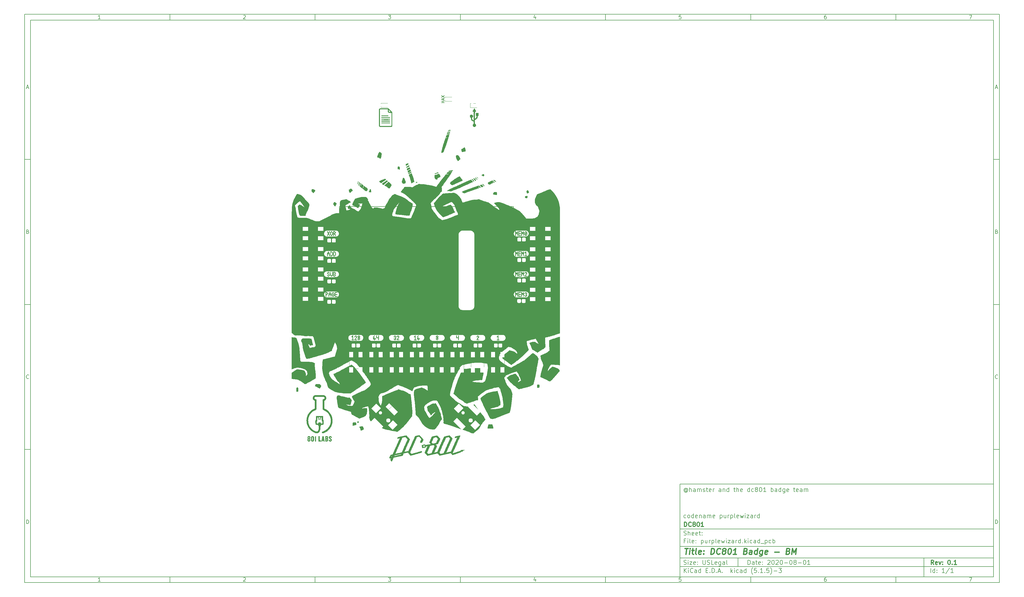
<source format=gto>
G04 #@! TF.GenerationSoftware,KiCad,Pcbnew,(5.1.5)-3*
G04 #@! TF.CreationDate,2020-08-11T23:16:39-06:00*
G04 #@! TF.ProjectId,purplewizard,70757270-6c65-4776-997a-6172642e6b69,0.1*
G04 #@! TF.SameCoordinates,Original*
G04 #@! TF.FileFunction,Legend,Top*
G04 #@! TF.FilePolarity,Positive*
%FSLAX46Y46*%
G04 Gerber Fmt 4.6, Leading zero omitted, Abs format (unit mm)*
G04 Created by KiCad (PCBNEW (5.1.5)-3) date 2020-08-11 23:16:39*
%MOMM*%
%LPD*%
G04 APERTURE LIST*
%ADD10C,0.100000*%
%ADD11C,0.150000*%
%ADD12C,0.300000*%
%ADD13C,0.400000*%
%ADD14C,0.120000*%
%ADD15C,0.010000*%
%ADD16C,2.100000*%
%ADD17O,2.100000X2.100000*%
%ADD18C,1.924000*%
%ADD19C,1.300000*%
%ADD20R,1.950000X1.400000*%
%ADD21C,1.450000*%
%ADD22C,1.150000*%
%ADD23R,1.400000X1.950000*%
%ADD24C,1.385520*%
%ADD25C,1.388060*%
%ADD26R,1.400000X1.400000*%
%ADD27O,1.400000X1.400000*%
%ADD28O,3.000000X1.700000*%
%ADD29O,2.600000X1.500000*%
%ADD30C,1.500000*%
%ADD31R,2.100000X2.100000*%
G04 APERTURE END LIST*
D10*
D11*
X235600000Y-171900000D02*
X235600000Y-203900000D01*
X343600000Y-203900000D01*
X343600000Y-171900000D01*
X235600000Y-171900000D01*
D10*
D11*
X10000000Y-10000000D02*
X10000000Y-205900000D01*
X345600000Y-205900000D01*
X345600000Y-10000000D01*
X10000000Y-10000000D01*
D10*
D11*
X12000000Y-12000000D02*
X12000000Y-203900000D01*
X343600000Y-203900000D01*
X343600000Y-12000000D01*
X12000000Y-12000000D01*
D10*
D11*
X60000000Y-12000000D02*
X60000000Y-10000000D01*
D10*
D11*
X110000000Y-12000000D02*
X110000000Y-10000000D01*
D10*
D11*
X160000000Y-12000000D02*
X160000000Y-10000000D01*
D10*
D11*
X210000000Y-12000000D02*
X210000000Y-10000000D01*
D10*
D11*
X260000000Y-12000000D02*
X260000000Y-10000000D01*
D10*
D11*
X310000000Y-12000000D02*
X310000000Y-10000000D01*
D10*
D11*
X36065476Y-11588095D02*
X35322619Y-11588095D01*
X35694047Y-11588095D02*
X35694047Y-10288095D01*
X35570238Y-10473809D01*
X35446428Y-10597619D01*
X35322619Y-10659523D01*
D10*
D11*
X85322619Y-10411904D02*
X85384523Y-10350000D01*
X85508333Y-10288095D01*
X85817857Y-10288095D01*
X85941666Y-10350000D01*
X86003571Y-10411904D01*
X86065476Y-10535714D01*
X86065476Y-10659523D01*
X86003571Y-10845238D01*
X85260714Y-11588095D01*
X86065476Y-11588095D01*
D10*
D11*
X135260714Y-10288095D02*
X136065476Y-10288095D01*
X135632142Y-10783333D01*
X135817857Y-10783333D01*
X135941666Y-10845238D01*
X136003571Y-10907142D01*
X136065476Y-11030952D01*
X136065476Y-11340476D01*
X136003571Y-11464285D01*
X135941666Y-11526190D01*
X135817857Y-11588095D01*
X135446428Y-11588095D01*
X135322619Y-11526190D01*
X135260714Y-11464285D01*
D10*
D11*
X185941666Y-10721428D02*
X185941666Y-11588095D01*
X185632142Y-10226190D02*
X185322619Y-11154761D01*
X186127380Y-11154761D01*
D10*
D11*
X236003571Y-10288095D02*
X235384523Y-10288095D01*
X235322619Y-10907142D01*
X235384523Y-10845238D01*
X235508333Y-10783333D01*
X235817857Y-10783333D01*
X235941666Y-10845238D01*
X236003571Y-10907142D01*
X236065476Y-11030952D01*
X236065476Y-11340476D01*
X236003571Y-11464285D01*
X235941666Y-11526190D01*
X235817857Y-11588095D01*
X235508333Y-11588095D01*
X235384523Y-11526190D01*
X235322619Y-11464285D01*
D10*
D11*
X285941666Y-10288095D02*
X285694047Y-10288095D01*
X285570238Y-10350000D01*
X285508333Y-10411904D01*
X285384523Y-10597619D01*
X285322619Y-10845238D01*
X285322619Y-11340476D01*
X285384523Y-11464285D01*
X285446428Y-11526190D01*
X285570238Y-11588095D01*
X285817857Y-11588095D01*
X285941666Y-11526190D01*
X286003571Y-11464285D01*
X286065476Y-11340476D01*
X286065476Y-11030952D01*
X286003571Y-10907142D01*
X285941666Y-10845238D01*
X285817857Y-10783333D01*
X285570238Y-10783333D01*
X285446428Y-10845238D01*
X285384523Y-10907142D01*
X285322619Y-11030952D01*
D10*
D11*
X335260714Y-10288095D02*
X336127380Y-10288095D01*
X335570238Y-11588095D01*
D10*
D11*
X60000000Y-203900000D02*
X60000000Y-205900000D01*
D10*
D11*
X110000000Y-203900000D02*
X110000000Y-205900000D01*
D10*
D11*
X160000000Y-203900000D02*
X160000000Y-205900000D01*
D10*
D11*
X210000000Y-203900000D02*
X210000000Y-205900000D01*
D10*
D11*
X260000000Y-203900000D02*
X260000000Y-205900000D01*
D10*
D11*
X310000000Y-203900000D02*
X310000000Y-205900000D01*
D10*
D11*
X36065476Y-205488095D02*
X35322619Y-205488095D01*
X35694047Y-205488095D02*
X35694047Y-204188095D01*
X35570238Y-204373809D01*
X35446428Y-204497619D01*
X35322619Y-204559523D01*
D10*
D11*
X85322619Y-204311904D02*
X85384523Y-204250000D01*
X85508333Y-204188095D01*
X85817857Y-204188095D01*
X85941666Y-204250000D01*
X86003571Y-204311904D01*
X86065476Y-204435714D01*
X86065476Y-204559523D01*
X86003571Y-204745238D01*
X85260714Y-205488095D01*
X86065476Y-205488095D01*
D10*
D11*
X135260714Y-204188095D02*
X136065476Y-204188095D01*
X135632142Y-204683333D01*
X135817857Y-204683333D01*
X135941666Y-204745238D01*
X136003571Y-204807142D01*
X136065476Y-204930952D01*
X136065476Y-205240476D01*
X136003571Y-205364285D01*
X135941666Y-205426190D01*
X135817857Y-205488095D01*
X135446428Y-205488095D01*
X135322619Y-205426190D01*
X135260714Y-205364285D01*
D10*
D11*
X185941666Y-204621428D02*
X185941666Y-205488095D01*
X185632142Y-204126190D02*
X185322619Y-205054761D01*
X186127380Y-205054761D01*
D10*
D11*
X236003571Y-204188095D02*
X235384523Y-204188095D01*
X235322619Y-204807142D01*
X235384523Y-204745238D01*
X235508333Y-204683333D01*
X235817857Y-204683333D01*
X235941666Y-204745238D01*
X236003571Y-204807142D01*
X236065476Y-204930952D01*
X236065476Y-205240476D01*
X236003571Y-205364285D01*
X235941666Y-205426190D01*
X235817857Y-205488095D01*
X235508333Y-205488095D01*
X235384523Y-205426190D01*
X235322619Y-205364285D01*
D10*
D11*
X285941666Y-204188095D02*
X285694047Y-204188095D01*
X285570238Y-204250000D01*
X285508333Y-204311904D01*
X285384523Y-204497619D01*
X285322619Y-204745238D01*
X285322619Y-205240476D01*
X285384523Y-205364285D01*
X285446428Y-205426190D01*
X285570238Y-205488095D01*
X285817857Y-205488095D01*
X285941666Y-205426190D01*
X286003571Y-205364285D01*
X286065476Y-205240476D01*
X286065476Y-204930952D01*
X286003571Y-204807142D01*
X285941666Y-204745238D01*
X285817857Y-204683333D01*
X285570238Y-204683333D01*
X285446428Y-204745238D01*
X285384523Y-204807142D01*
X285322619Y-204930952D01*
D10*
D11*
X335260714Y-204188095D02*
X336127380Y-204188095D01*
X335570238Y-205488095D01*
D10*
D11*
X10000000Y-60000000D02*
X12000000Y-60000000D01*
D10*
D11*
X10000000Y-110000000D02*
X12000000Y-110000000D01*
D10*
D11*
X10000000Y-160000000D02*
X12000000Y-160000000D01*
D10*
D11*
X10690476Y-35216666D02*
X11309523Y-35216666D01*
X10566666Y-35588095D02*
X11000000Y-34288095D01*
X11433333Y-35588095D01*
D10*
D11*
X11092857Y-84907142D02*
X11278571Y-84969047D01*
X11340476Y-85030952D01*
X11402380Y-85154761D01*
X11402380Y-85340476D01*
X11340476Y-85464285D01*
X11278571Y-85526190D01*
X11154761Y-85588095D01*
X10659523Y-85588095D01*
X10659523Y-84288095D01*
X11092857Y-84288095D01*
X11216666Y-84350000D01*
X11278571Y-84411904D01*
X11340476Y-84535714D01*
X11340476Y-84659523D01*
X11278571Y-84783333D01*
X11216666Y-84845238D01*
X11092857Y-84907142D01*
X10659523Y-84907142D01*
D10*
D11*
X11402380Y-135464285D02*
X11340476Y-135526190D01*
X11154761Y-135588095D01*
X11030952Y-135588095D01*
X10845238Y-135526190D01*
X10721428Y-135402380D01*
X10659523Y-135278571D01*
X10597619Y-135030952D01*
X10597619Y-134845238D01*
X10659523Y-134597619D01*
X10721428Y-134473809D01*
X10845238Y-134350000D01*
X11030952Y-134288095D01*
X11154761Y-134288095D01*
X11340476Y-134350000D01*
X11402380Y-134411904D01*
D10*
D11*
X10659523Y-185588095D02*
X10659523Y-184288095D01*
X10969047Y-184288095D01*
X11154761Y-184350000D01*
X11278571Y-184473809D01*
X11340476Y-184597619D01*
X11402380Y-184845238D01*
X11402380Y-185030952D01*
X11340476Y-185278571D01*
X11278571Y-185402380D01*
X11154761Y-185526190D01*
X10969047Y-185588095D01*
X10659523Y-185588095D01*
D10*
D11*
X345600000Y-60000000D02*
X343600000Y-60000000D01*
D10*
D11*
X345600000Y-110000000D02*
X343600000Y-110000000D01*
D10*
D11*
X345600000Y-160000000D02*
X343600000Y-160000000D01*
D10*
D11*
X344290476Y-35216666D02*
X344909523Y-35216666D01*
X344166666Y-35588095D02*
X344600000Y-34288095D01*
X345033333Y-35588095D01*
D10*
D11*
X344692857Y-84907142D02*
X344878571Y-84969047D01*
X344940476Y-85030952D01*
X345002380Y-85154761D01*
X345002380Y-85340476D01*
X344940476Y-85464285D01*
X344878571Y-85526190D01*
X344754761Y-85588095D01*
X344259523Y-85588095D01*
X344259523Y-84288095D01*
X344692857Y-84288095D01*
X344816666Y-84350000D01*
X344878571Y-84411904D01*
X344940476Y-84535714D01*
X344940476Y-84659523D01*
X344878571Y-84783333D01*
X344816666Y-84845238D01*
X344692857Y-84907142D01*
X344259523Y-84907142D01*
D10*
D11*
X345002380Y-135464285D02*
X344940476Y-135526190D01*
X344754761Y-135588095D01*
X344630952Y-135588095D01*
X344445238Y-135526190D01*
X344321428Y-135402380D01*
X344259523Y-135278571D01*
X344197619Y-135030952D01*
X344197619Y-134845238D01*
X344259523Y-134597619D01*
X344321428Y-134473809D01*
X344445238Y-134350000D01*
X344630952Y-134288095D01*
X344754761Y-134288095D01*
X344940476Y-134350000D01*
X345002380Y-134411904D01*
D10*
D11*
X344259523Y-185588095D02*
X344259523Y-184288095D01*
X344569047Y-184288095D01*
X344754761Y-184350000D01*
X344878571Y-184473809D01*
X344940476Y-184597619D01*
X345002380Y-184845238D01*
X345002380Y-185030952D01*
X344940476Y-185278571D01*
X344878571Y-185402380D01*
X344754761Y-185526190D01*
X344569047Y-185588095D01*
X344259523Y-185588095D01*
D10*
D11*
X259032142Y-199678571D02*
X259032142Y-198178571D01*
X259389285Y-198178571D01*
X259603571Y-198250000D01*
X259746428Y-198392857D01*
X259817857Y-198535714D01*
X259889285Y-198821428D01*
X259889285Y-199035714D01*
X259817857Y-199321428D01*
X259746428Y-199464285D01*
X259603571Y-199607142D01*
X259389285Y-199678571D01*
X259032142Y-199678571D01*
X261175000Y-199678571D02*
X261175000Y-198892857D01*
X261103571Y-198750000D01*
X260960714Y-198678571D01*
X260675000Y-198678571D01*
X260532142Y-198750000D01*
X261175000Y-199607142D02*
X261032142Y-199678571D01*
X260675000Y-199678571D01*
X260532142Y-199607142D01*
X260460714Y-199464285D01*
X260460714Y-199321428D01*
X260532142Y-199178571D01*
X260675000Y-199107142D01*
X261032142Y-199107142D01*
X261175000Y-199035714D01*
X261675000Y-198678571D02*
X262246428Y-198678571D01*
X261889285Y-198178571D02*
X261889285Y-199464285D01*
X261960714Y-199607142D01*
X262103571Y-199678571D01*
X262246428Y-199678571D01*
X263317857Y-199607142D02*
X263175000Y-199678571D01*
X262889285Y-199678571D01*
X262746428Y-199607142D01*
X262675000Y-199464285D01*
X262675000Y-198892857D01*
X262746428Y-198750000D01*
X262889285Y-198678571D01*
X263175000Y-198678571D01*
X263317857Y-198750000D01*
X263389285Y-198892857D01*
X263389285Y-199035714D01*
X262675000Y-199178571D01*
X264032142Y-199535714D02*
X264103571Y-199607142D01*
X264032142Y-199678571D01*
X263960714Y-199607142D01*
X264032142Y-199535714D01*
X264032142Y-199678571D01*
X264032142Y-198750000D02*
X264103571Y-198821428D01*
X264032142Y-198892857D01*
X263960714Y-198821428D01*
X264032142Y-198750000D01*
X264032142Y-198892857D01*
X265817857Y-198321428D02*
X265889285Y-198250000D01*
X266032142Y-198178571D01*
X266389285Y-198178571D01*
X266532142Y-198250000D01*
X266603571Y-198321428D01*
X266675000Y-198464285D01*
X266675000Y-198607142D01*
X266603571Y-198821428D01*
X265746428Y-199678571D01*
X266675000Y-199678571D01*
X267603571Y-198178571D02*
X267746428Y-198178571D01*
X267889285Y-198250000D01*
X267960714Y-198321428D01*
X268032142Y-198464285D01*
X268103571Y-198750000D01*
X268103571Y-199107142D01*
X268032142Y-199392857D01*
X267960714Y-199535714D01*
X267889285Y-199607142D01*
X267746428Y-199678571D01*
X267603571Y-199678571D01*
X267460714Y-199607142D01*
X267389285Y-199535714D01*
X267317857Y-199392857D01*
X267246428Y-199107142D01*
X267246428Y-198750000D01*
X267317857Y-198464285D01*
X267389285Y-198321428D01*
X267460714Y-198250000D01*
X267603571Y-198178571D01*
X268675000Y-198321428D02*
X268746428Y-198250000D01*
X268889285Y-198178571D01*
X269246428Y-198178571D01*
X269389285Y-198250000D01*
X269460714Y-198321428D01*
X269532142Y-198464285D01*
X269532142Y-198607142D01*
X269460714Y-198821428D01*
X268603571Y-199678571D01*
X269532142Y-199678571D01*
X270460714Y-198178571D02*
X270603571Y-198178571D01*
X270746428Y-198250000D01*
X270817857Y-198321428D01*
X270889285Y-198464285D01*
X270960714Y-198750000D01*
X270960714Y-199107142D01*
X270889285Y-199392857D01*
X270817857Y-199535714D01*
X270746428Y-199607142D01*
X270603571Y-199678571D01*
X270460714Y-199678571D01*
X270317857Y-199607142D01*
X270246428Y-199535714D01*
X270175000Y-199392857D01*
X270103571Y-199107142D01*
X270103571Y-198750000D01*
X270175000Y-198464285D01*
X270246428Y-198321428D01*
X270317857Y-198250000D01*
X270460714Y-198178571D01*
X271603571Y-199107142D02*
X272746428Y-199107142D01*
X273746428Y-198178571D02*
X273889285Y-198178571D01*
X274032142Y-198250000D01*
X274103571Y-198321428D01*
X274175000Y-198464285D01*
X274246428Y-198750000D01*
X274246428Y-199107142D01*
X274175000Y-199392857D01*
X274103571Y-199535714D01*
X274032142Y-199607142D01*
X273889285Y-199678571D01*
X273746428Y-199678571D01*
X273603571Y-199607142D01*
X273532142Y-199535714D01*
X273460714Y-199392857D01*
X273389285Y-199107142D01*
X273389285Y-198750000D01*
X273460714Y-198464285D01*
X273532142Y-198321428D01*
X273603571Y-198250000D01*
X273746428Y-198178571D01*
X275103571Y-198821428D02*
X274960714Y-198750000D01*
X274889285Y-198678571D01*
X274817857Y-198535714D01*
X274817857Y-198464285D01*
X274889285Y-198321428D01*
X274960714Y-198250000D01*
X275103571Y-198178571D01*
X275389285Y-198178571D01*
X275532142Y-198250000D01*
X275603571Y-198321428D01*
X275675000Y-198464285D01*
X275675000Y-198535714D01*
X275603571Y-198678571D01*
X275532142Y-198750000D01*
X275389285Y-198821428D01*
X275103571Y-198821428D01*
X274960714Y-198892857D01*
X274889285Y-198964285D01*
X274817857Y-199107142D01*
X274817857Y-199392857D01*
X274889285Y-199535714D01*
X274960714Y-199607142D01*
X275103571Y-199678571D01*
X275389285Y-199678571D01*
X275532142Y-199607142D01*
X275603571Y-199535714D01*
X275675000Y-199392857D01*
X275675000Y-199107142D01*
X275603571Y-198964285D01*
X275532142Y-198892857D01*
X275389285Y-198821428D01*
X276317857Y-199107142D02*
X277460714Y-199107142D01*
X278460714Y-198178571D02*
X278603571Y-198178571D01*
X278746428Y-198250000D01*
X278817857Y-198321428D01*
X278889285Y-198464285D01*
X278960714Y-198750000D01*
X278960714Y-199107142D01*
X278889285Y-199392857D01*
X278817857Y-199535714D01*
X278746428Y-199607142D01*
X278603571Y-199678571D01*
X278460714Y-199678571D01*
X278317857Y-199607142D01*
X278246428Y-199535714D01*
X278175000Y-199392857D01*
X278103571Y-199107142D01*
X278103571Y-198750000D01*
X278175000Y-198464285D01*
X278246428Y-198321428D01*
X278317857Y-198250000D01*
X278460714Y-198178571D01*
X280389285Y-199678571D02*
X279532142Y-199678571D01*
X279960714Y-199678571D02*
X279960714Y-198178571D01*
X279817857Y-198392857D01*
X279675000Y-198535714D01*
X279532142Y-198607142D01*
D10*
D11*
X235600000Y-200400000D02*
X343600000Y-200400000D01*
D10*
D11*
X237032142Y-202478571D02*
X237032142Y-200978571D01*
X237889285Y-202478571D02*
X237246428Y-201621428D01*
X237889285Y-200978571D02*
X237032142Y-201835714D01*
X238532142Y-202478571D02*
X238532142Y-201478571D01*
X238532142Y-200978571D02*
X238460714Y-201050000D01*
X238532142Y-201121428D01*
X238603571Y-201050000D01*
X238532142Y-200978571D01*
X238532142Y-201121428D01*
X240103571Y-202335714D02*
X240032142Y-202407142D01*
X239817857Y-202478571D01*
X239675000Y-202478571D01*
X239460714Y-202407142D01*
X239317857Y-202264285D01*
X239246428Y-202121428D01*
X239175000Y-201835714D01*
X239175000Y-201621428D01*
X239246428Y-201335714D01*
X239317857Y-201192857D01*
X239460714Y-201050000D01*
X239675000Y-200978571D01*
X239817857Y-200978571D01*
X240032142Y-201050000D01*
X240103571Y-201121428D01*
X241389285Y-202478571D02*
X241389285Y-201692857D01*
X241317857Y-201550000D01*
X241175000Y-201478571D01*
X240889285Y-201478571D01*
X240746428Y-201550000D01*
X241389285Y-202407142D02*
X241246428Y-202478571D01*
X240889285Y-202478571D01*
X240746428Y-202407142D01*
X240675000Y-202264285D01*
X240675000Y-202121428D01*
X240746428Y-201978571D01*
X240889285Y-201907142D01*
X241246428Y-201907142D01*
X241389285Y-201835714D01*
X242746428Y-202478571D02*
X242746428Y-200978571D01*
X242746428Y-202407142D02*
X242603571Y-202478571D01*
X242317857Y-202478571D01*
X242175000Y-202407142D01*
X242103571Y-202335714D01*
X242032142Y-202192857D01*
X242032142Y-201764285D01*
X242103571Y-201621428D01*
X242175000Y-201550000D01*
X242317857Y-201478571D01*
X242603571Y-201478571D01*
X242746428Y-201550000D01*
X244603571Y-201692857D02*
X245103571Y-201692857D01*
X245317857Y-202478571D02*
X244603571Y-202478571D01*
X244603571Y-200978571D01*
X245317857Y-200978571D01*
X245960714Y-202335714D02*
X246032142Y-202407142D01*
X245960714Y-202478571D01*
X245889285Y-202407142D01*
X245960714Y-202335714D01*
X245960714Y-202478571D01*
X246675000Y-202478571D02*
X246675000Y-200978571D01*
X247032142Y-200978571D01*
X247246428Y-201050000D01*
X247389285Y-201192857D01*
X247460714Y-201335714D01*
X247532142Y-201621428D01*
X247532142Y-201835714D01*
X247460714Y-202121428D01*
X247389285Y-202264285D01*
X247246428Y-202407142D01*
X247032142Y-202478571D01*
X246675000Y-202478571D01*
X248175000Y-202335714D02*
X248246428Y-202407142D01*
X248175000Y-202478571D01*
X248103571Y-202407142D01*
X248175000Y-202335714D01*
X248175000Y-202478571D01*
X248817857Y-202050000D02*
X249532142Y-202050000D01*
X248675000Y-202478571D02*
X249175000Y-200978571D01*
X249675000Y-202478571D01*
X250175000Y-202335714D02*
X250246428Y-202407142D01*
X250175000Y-202478571D01*
X250103571Y-202407142D01*
X250175000Y-202335714D01*
X250175000Y-202478571D01*
X253175000Y-202478571D02*
X253175000Y-200978571D01*
X253317857Y-201907142D02*
X253746428Y-202478571D01*
X253746428Y-201478571D02*
X253175000Y-202050000D01*
X254389285Y-202478571D02*
X254389285Y-201478571D01*
X254389285Y-200978571D02*
X254317857Y-201050000D01*
X254389285Y-201121428D01*
X254460714Y-201050000D01*
X254389285Y-200978571D01*
X254389285Y-201121428D01*
X255746428Y-202407142D02*
X255603571Y-202478571D01*
X255317857Y-202478571D01*
X255175000Y-202407142D01*
X255103571Y-202335714D01*
X255032142Y-202192857D01*
X255032142Y-201764285D01*
X255103571Y-201621428D01*
X255175000Y-201550000D01*
X255317857Y-201478571D01*
X255603571Y-201478571D01*
X255746428Y-201550000D01*
X257032142Y-202478571D02*
X257032142Y-201692857D01*
X256960714Y-201550000D01*
X256817857Y-201478571D01*
X256532142Y-201478571D01*
X256389285Y-201550000D01*
X257032142Y-202407142D02*
X256889285Y-202478571D01*
X256532142Y-202478571D01*
X256389285Y-202407142D01*
X256317857Y-202264285D01*
X256317857Y-202121428D01*
X256389285Y-201978571D01*
X256532142Y-201907142D01*
X256889285Y-201907142D01*
X257032142Y-201835714D01*
X258389285Y-202478571D02*
X258389285Y-200978571D01*
X258389285Y-202407142D02*
X258246428Y-202478571D01*
X257960714Y-202478571D01*
X257817857Y-202407142D01*
X257746428Y-202335714D01*
X257675000Y-202192857D01*
X257675000Y-201764285D01*
X257746428Y-201621428D01*
X257817857Y-201550000D01*
X257960714Y-201478571D01*
X258246428Y-201478571D01*
X258389285Y-201550000D01*
X260675000Y-203050000D02*
X260603571Y-202978571D01*
X260460714Y-202764285D01*
X260389285Y-202621428D01*
X260317857Y-202407142D01*
X260246428Y-202050000D01*
X260246428Y-201764285D01*
X260317857Y-201407142D01*
X260389285Y-201192857D01*
X260460714Y-201050000D01*
X260603571Y-200835714D01*
X260675000Y-200764285D01*
X261960714Y-200978571D02*
X261246428Y-200978571D01*
X261175000Y-201692857D01*
X261246428Y-201621428D01*
X261389285Y-201550000D01*
X261746428Y-201550000D01*
X261889285Y-201621428D01*
X261960714Y-201692857D01*
X262032142Y-201835714D01*
X262032142Y-202192857D01*
X261960714Y-202335714D01*
X261889285Y-202407142D01*
X261746428Y-202478571D01*
X261389285Y-202478571D01*
X261246428Y-202407142D01*
X261175000Y-202335714D01*
X262675000Y-202335714D02*
X262746428Y-202407142D01*
X262675000Y-202478571D01*
X262603571Y-202407142D01*
X262675000Y-202335714D01*
X262675000Y-202478571D01*
X264175000Y-202478571D02*
X263317857Y-202478571D01*
X263746428Y-202478571D02*
X263746428Y-200978571D01*
X263603571Y-201192857D01*
X263460714Y-201335714D01*
X263317857Y-201407142D01*
X264817857Y-202335714D02*
X264889285Y-202407142D01*
X264817857Y-202478571D01*
X264746428Y-202407142D01*
X264817857Y-202335714D01*
X264817857Y-202478571D01*
X266246428Y-200978571D02*
X265532142Y-200978571D01*
X265460714Y-201692857D01*
X265532142Y-201621428D01*
X265675000Y-201550000D01*
X266032142Y-201550000D01*
X266175000Y-201621428D01*
X266246428Y-201692857D01*
X266317857Y-201835714D01*
X266317857Y-202192857D01*
X266246428Y-202335714D01*
X266175000Y-202407142D01*
X266032142Y-202478571D01*
X265675000Y-202478571D01*
X265532142Y-202407142D01*
X265460714Y-202335714D01*
X266817857Y-203050000D02*
X266889285Y-202978571D01*
X267032142Y-202764285D01*
X267103571Y-202621428D01*
X267175000Y-202407142D01*
X267246428Y-202050000D01*
X267246428Y-201764285D01*
X267175000Y-201407142D01*
X267103571Y-201192857D01*
X267032142Y-201050000D01*
X266889285Y-200835714D01*
X266817857Y-200764285D01*
X267960714Y-201907142D02*
X269103571Y-201907142D01*
X269675000Y-200978571D02*
X270603571Y-200978571D01*
X270103571Y-201550000D01*
X270317857Y-201550000D01*
X270460714Y-201621428D01*
X270532142Y-201692857D01*
X270603571Y-201835714D01*
X270603571Y-202192857D01*
X270532142Y-202335714D01*
X270460714Y-202407142D01*
X270317857Y-202478571D01*
X269889285Y-202478571D01*
X269746428Y-202407142D01*
X269675000Y-202335714D01*
D10*
D11*
X235600000Y-197400000D02*
X343600000Y-197400000D01*
D10*
D12*
X323009285Y-199678571D02*
X322509285Y-198964285D01*
X322152142Y-199678571D02*
X322152142Y-198178571D01*
X322723571Y-198178571D01*
X322866428Y-198250000D01*
X322937857Y-198321428D01*
X323009285Y-198464285D01*
X323009285Y-198678571D01*
X322937857Y-198821428D01*
X322866428Y-198892857D01*
X322723571Y-198964285D01*
X322152142Y-198964285D01*
X324223571Y-199607142D02*
X324080714Y-199678571D01*
X323795000Y-199678571D01*
X323652142Y-199607142D01*
X323580714Y-199464285D01*
X323580714Y-198892857D01*
X323652142Y-198750000D01*
X323795000Y-198678571D01*
X324080714Y-198678571D01*
X324223571Y-198750000D01*
X324295000Y-198892857D01*
X324295000Y-199035714D01*
X323580714Y-199178571D01*
X324795000Y-198678571D02*
X325152142Y-199678571D01*
X325509285Y-198678571D01*
X326080714Y-199535714D02*
X326152142Y-199607142D01*
X326080714Y-199678571D01*
X326009285Y-199607142D01*
X326080714Y-199535714D01*
X326080714Y-199678571D01*
X326080714Y-198750000D02*
X326152142Y-198821428D01*
X326080714Y-198892857D01*
X326009285Y-198821428D01*
X326080714Y-198750000D01*
X326080714Y-198892857D01*
X328223571Y-198178571D02*
X328366428Y-198178571D01*
X328509285Y-198250000D01*
X328580714Y-198321428D01*
X328652142Y-198464285D01*
X328723571Y-198750000D01*
X328723571Y-199107142D01*
X328652142Y-199392857D01*
X328580714Y-199535714D01*
X328509285Y-199607142D01*
X328366428Y-199678571D01*
X328223571Y-199678571D01*
X328080714Y-199607142D01*
X328009285Y-199535714D01*
X327937857Y-199392857D01*
X327866428Y-199107142D01*
X327866428Y-198750000D01*
X327937857Y-198464285D01*
X328009285Y-198321428D01*
X328080714Y-198250000D01*
X328223571Y-198178571D01*
X329366428Y-199535714D02*
X329437857Y-199607142D01*
X329366428Y-199678571D01*
X329295000Y-199607142D01*
X329366428Y-199535714D01*
X329366428Y-199678571D01*
X330866428Y-199678571D02*
X330009285Y-199678571D01*
X330437857Y-199678571D02*
X330437857Y-198178571D01*
X330295000Y-198392857D01*
X330152142Y-198535714D01*
X330009285Y-198607142D01*
D10*
D11*
X236960714Y-199607142D02*
X237175000Y-199678571D01*
X237532142Y-199678571D01*
X237675000Y-199607142D01*
X237746428Y-199535714D01*
X237817857Y-199392857D01*
X237817857Y-199250000D01*
X237746428Y-199107142D01*
X237675000Y-199035714D01*
X237532142Y-198964285D01*
X237246428Y-198892857D01*
X237103571Y-198821428D01*
X237032142Y-198750000D01*
X236960714Y-198607142D01*
X236960714Y-198464285D01*
X237032142Y-198321428D01*
X237103571Y-198250000D01*
X237246428Y-198178571D01*
X237603571Y-198178571D01*
X237817857Y-198250000D01*
X238460714Y-199678571D02*
X238460714Y-198678571D01*
X238460714Y-198178571D02*
X238389285Y-198250000D01*
X238460714Y-198321428D01*
X238532142Y-198250000D01*
X238460714Y-198178571D01*
X238460714Y-198321428D01*
X239032142Y-198678571D02*
X239817857Y-198678571D01*
X239032142Y-199678571D01*
X239817857Y-199678571D01*
X240960714Y-199607142D02*
X240817857Y-199678571D01*
X240532142Y-199678571D01*
X240389285Y-199607142D01*
X240317857Y-199464285D01*
X240317857Y-198892857D01*
X240389285Y-198750000D01*
X240532142Y-198678571D01*
X240817857Y-198678571D01*
X240960714Y-198750000D01*
X241032142Y-198892857D01*
X241032142Y-199035714D01*
X240317857Y-199178571D01*
X241675000Y-199535714D02*
X241746428Y-199607142D01*
X241675000Y-199678571D01*
X241603571Y-199607142D01*
X241675000Y-199535714D01*
X241675000Y-199678571D01*
X241675000Y-198750000D02*
X241746428Y-198821428D01*
X241675000Y-198892857D01*
X241603571Y-198821428D01*
X241675000Y-198750000D01*
X241675000Y-198892857D01*
X243532142Y-198178571D02*
X243532142Y-199392857D01*
X243603571Y-199535714D01*
X243675000Y-199607142D01*
X243817857Y-199678571D01*
X244103571Y-199678571D01*
X244246428Y-199607142D01*
X244317857Y-199535714D01*
X244389285Y-199392857D01*
X244389285Y-198178571D01*
X245032142Y-199607142D02*
X245246428Y-199678571D01*
X245603571Y-199678571D01*
X245746428Y-199607142D01*
X245817857Y-199535714D01*
X245889285Y-199392857D01*
X245889285Y-199250000D01*
X245817857Y-199107142D01*
X245746428Y-199035714D01*
X245603571Y-198964285D01*
X245317857Y-198892857D01*
X245175000Y-198821428D01*
X245103571Y-198750000D01*
X245032142Y-198607142D01*
X245032142Y-198464285D01*
X245103571Y-198321428D01*
X245175000Y-198250000D01*
X245317857Y-198178571D01*
X245675000Y-198178571D01*
X245889285Y-198250000D01*
X247246428Y-199678571D02*
X246532142Y-199678571D01*
X246532142Y-198178571D01*
X248317857Y-199607142D02*
X248175000Y-199678571D01*
X247889285Y-199678571D01*
X247746428Y-199607142D01*
X247675000Y-199464285D01*
X247675000Y-198892857D01*
X247746428Y-198750000D01*
X247889285Y-198678571D01*
X248175000Y-198678571D01*
X248317857Y-198750000D01*
X248389285Y-198892857D01*
X248389285Y-199035714D01*
X247675000Y-199178571D01*
X249675000Y-198678571D02*
X249675000Y-199892857D01*
X249603571Y-200035714D01*
X249532142Y-200107142D01*
X249389285Y-200178571D01*
X249175000Y-200178571D01*
X249032142Y-200107142D01*
X249675000Y-199607142D02*
X249532142Y-199678571D01*
X249246428Y-199678571D01*
X249103571Y-199607142D01*
X249032142Y-199535714D01*
X248960714Y-199392857D01*
X248960714Y-198964285D01*
X249032142Y-198821428D01*
X249103571Y-198750000D01*
X249246428Y-198678571D01*
X249532142Y-198678571D01*
X249675000Y-198750000D01*
X251032142Y-199678571D02*
X251032142Y-198892857D01*
X250960714Y-198750000D01*
X250817857Y-198678571D01*
X250532142Y-198678571D01*
X250389285Y-198750000D01*
X251032142Y-199607142D02*
X250889285Y-199678571D01*
X250532142Y-199678571D01*
X250389285Y-199607142D01*
X250317857Y-199464285D01*
X250317857Y-199321428D01*
X250389285Y-199178571D01*
X250532142Y-199107142D01*
X250889285Y-199107142D01*
X251032142Y-199035714D01*
X251960714Y-199678571D02*
X251817857Y-199607142D01*
X251746428Y-199464285D01*
X251746428Y-198178571D01*
D10*
D11*
X322032142Y-202478571D02*
X322032142Y-200978571D01*
X323389285Y-202478571D02*
X323389285Y-200978571D01*
X323389285Y-202407142D02*
X323246428Y-202478571D01*
X322960714Y-202478571D01*
X322817857Y-202407142D01*
X322746428Y-202335714D01*
X322675000Y-202192857D01*
X322675000Y-201764285D01*
X322746428Y-201621428D01*
X322817857Y-201550000D01*
X322960714Y-201478571D01*
X323246428Y-201478571D01*
X323389285Y-201550000D01*
X324103571Y-202335714D02*
X324175000Y-202407142D01*
X324103571Y-202478571D01*
X324032142Y-202407142D01*
X324103571Y-202335714D01*
X324103571Y-202478571D01*
X324103571Y-201550000D02*
X324175000Y-201621428D01*
X324103571Y-201692857D01*
X324032142Y-201621428D01*
X324103571Y-201550000D01*
X324103571Y-201692857D01*
X326746428Y-202478571D02*
X325889285Y-202478571D01*
X326317857Y-202478571D02*
X326317857Y-200978571D01*
X326175000Y-201192857D01*
X326032142Y-201335714D01*
X325889285Y-201407142D01*
X328460714Y-200907142D02*
X327175000Y-202835714D01*
X329746428Y-202478571D02*
X328889285Y-202478571D01*
X329317857Y-202478571D02*
X329317857Y-200978571D01*
X329175000Y-201192857D01*
X329032142Y-201335714D01*
X328889285Y-201407142D01*
D10*
D11*
X235600000Y-193400000D02*
X343600000Y-193400000D01*
D10*
D13*
X237312380Y-194104761D02*
X238455238Y-194104761D01*
X237633809Y-196104761D02*
X237883809Y-194104761D01*
X238871904Y-196104761D02*
X239038571Y-194771428D01*
X239121904Y-194104761D02*
X239014761Y-194200000D01*
X239098095Y-194295238D01*
X239205238Y-194200000D01*
X239121904Y-194104761D01*
X239098095Y-194295238D01*
X239705238Y-194771428D02*
X240467142Y-194771428D01*
X240074285Y-194104761D02*
X239860000Y-195819047D01*
X239931428Y-196009523D01*
X240110000Y-196104761D01*
X240300476Y-196104761D01*
X241252857Y-196104761D02*
X241074285Y-196009523D01*
X241002857Y-195819047D01*
X241217142Y-194104761D01*
X242788571Y-196009523D02*
X242586190Y-196104761D01*
X242205238Y-196104761D01*
X242026666Y-196009523D01*
X241955238Y-195819047D01*
X242050476Y-195057142D01*
X242169523Y-194866666D01*
X242371904Y-194771428D01*
X242752857Y-194771428D01*
X242931428Y-194866666D01*
X243002857Y-195057142D01*
X242979047Y-195247619D01*
X242002857Y-195438095D01*
X243752857Y-195914285D02*
X243836190Y-196009523D01*
X243729047Y-196104761D01*
X243645714Y-196009523D01*
X243752857Y-195914285D01*
X243729047Y-196104761D01*
X243883809Y-194866666D02*
X243967142Y-194961904D01*
X243860000Y-195057142D01*
X243776666Y-194961904D01*
X243883809Y-194866666D01*
X243860000Y-195057142D01*
X246205238Y-196104761D02*
X246455238Y-194104761D01*
X246931428Y-194104761D01*
X247205238Y-194200000D01*
X247371904Y-194390476D01*
X247443333Y-194580952D01*
X247490952Y-194961904D01*
X247455238Y-195247619D01*
X247312380Y-195628571D01*
X247193333Y-195819047D01*
X246979047Y-196009523D01*
X246681428Y-196104761D01*
X246205238Y-196104761D01*
X249371904Y-195914285D02*
X249264761Y-196009523D01*
X248967142Y-196104761D01*
X248776666Y-196104761D01*
X248502857Y-196009523D01*
X248336190Y-195819047D01*
X248264761Y-195628571D01*
X248217142Y-195247619D01*
X248252857Y-194961904D01*
X248395714Y-194580952D01*
X248514761Y-194390476D01*
X248729047Y-194200000D01*
X249026666Y-194104761D01*
X249217142Y-194104761D01*
X249490952Y-194200000D01*
X249574285Y-194295238D01*
X250633809Y-194961904D02*
X250455238Y-194866666D01*
X250371904Y-194771428D01*
X250300476Y-194580952D01*
X250312380Y-194485714D01*
X250431428Y-194295238D01*
X250538571Y-194200000D01*
X250740952Y-194104761D01*
X251121904Y-194104761D01*
X251300476Y-194200000D01*
X251383809Y-194295238D01*
X251455238Y-194485714D01*
X251443333Y-194580952D01*
X251324285Y-194771428D01*
X251217142Y-194866666D01*
X251014761Y-194961904D01*
X250633809Y-194961904D01*
X250431428Y-195057142D01*
X250324285Y-195152380D01*
X250205238Y-195342857D01*
X250157619Y-195723809D01*
X250229047Y-195914285D01*
X250312380Y-196009523D01*
X250490952Y-196104761D01*
X250871904Y-196104761D01*
X251074285Y-196009523D01*
X251181428Y-195914285D01*
X251300476Y-195723809D01*
X251348095Y-195342857D01*
X251276666Y-195152380D01*
X251193333Y-195057142D01*
X251014761Y-194961904D01*
X252740952Y-194104761D02*
X252931428Y-194104761D01*
X253110000Y-194200000D01*
X253193333Y-194295238D01*
X253264761Y-194485714D01*
X253312380Y-194866666D01*
X253252857Y-195342857D01*
X253110000Y-195723809D01*
X252990952Y-195914285D01*
X252883809Y-196009523D01*
X252681428Y-196104761D01*
X252490952Y-196104761D01*
X252312380Y-196009523D01*
X252229047Y-195914285D01*
X252157619Y-195723809D01*
X252110000Y-195342857D01*
X252169523Y-194866666D01*
X252312380Y-194485714D01*
X252431428Y-194295238D01*
X252538571Y-194200000D01*
X252740952Y-194104761D01*
X255062380Y-196104761D02*
X253919523Y-196104761D01*
X254490952Y-196104761D02*
X254740952Y-194104761D01*
X254514761Y-194390476D01*
X254300476Y-194580952D01*
X254098095Y-194676190D01*
X258240952Y-195057142D02*
X258514761Y-195152380D01*
X258598095Y-195247619D01*
X258669523Y-195438095D01*
X258633809Y-195723809D01*
X258514761Y-195914285D01*
X258407619Y-196009523D01*
X258205238Y-196104761D01*
X257443333Y-196104761D01*
X257693333Y-194104761D01*
X258360000Y-194104761D01*
X258538571Y-194200000D01*
X258621904Y-194295238D01*
X258693333Y-194485714D01*
X258669523Y-194676190D01*
X258550476Y-194866666D01*
X258443333Y-194961904D01*
X258240952Y-195057142D01*
X257574285Y-195057142D01*
X260300476Y-196104761D02*
X260431428Y-195057142D01*
X260360000Y-194866666D01*
X260181428Y-194771428D01*
X259800476Y-194771428D01*
X259598095Y-194866666D01*
X260312380Y-196009523D02*
X260110000Y-196104761D01*
X259633809Y-196104761D01*
X259455238Y-196009523D01*
X259383809Y-195819047D01*
X259407619Y-195628571D01*
X259526666Y-195438095D01*
X259729047Y-195342857D01*
X260205238Y-195342857D01*
X260407619Y-195247619D01*
X262110000Y-196104761D02*
X262360000Y-194104761D01*
X262121904Y-196009523D02*
X261919523Y-196104761D01*
X261538571Y-196104761D01*
X261360000Y-196009523D01*
X261276666Y-195914285D01*
X261205238Y-195723809D01*
X261276666Y-195152380D01*
X261395714Y-194961904D01*
X261502857Y-194866666D01*
X261705238Y-194771428D01*
X262086190Y-194771428D01*
X262264761Y-194866666D01*
X264086190Y-194771428D02*
X263883809Y-196390476D01*
X263764761Y-196580952D01*
X263657619Y-196676190D01*
X263455238Y-196771428D01*
X263169523Y-196771428D01*
X262990952Y-196676190D01*
X263931428Y-196009523D02*
X263729047Y-196104761D01*
X263348095Y-196104761D01*
X263169523Y-196009523D01*
X263086190Y-195914285D01*
X263014761Y-195723809D01*
X263086190Y-195152380D01*
X263205238Y-194961904D01*
X263312380Y-194866666D01*
X263514761Y-194771428D01*
X263895714Y-194771428D01*
X264074285Y-194866666D01*
X265645714Y-196009523D02*
X265443333Y-196104761D01*
X265062380Y-196104761D01*
X264883809Y-196009523D01*
X264812380Y-195819047D01*
X264907619Y-195057142D01*
X265026666Y-194866666D01*
X265229047Y-194771428D01*
X265610000Y-194771428D01*
X265788571Y-194866666D01*
X265860000Y-195057142D01*
X265836190Y-195247619D01*
X264860000Y-195438095D01*
X268205238Y-195342857D02*
X269729047Y-195342857D01*
X272907619Y-195057142D02*
X273181428Y-195152380D01*
X273264761Y-195247619D01*
X273336190Y-195438095D01*
X273300476Y-195723809D01*
X273181428Y-195914285D01*
X273074285Y-196009523D01*
X272871904Y-196104761D01*
X272110000Y-196104761D01*
X272360000Y-194104761D01*
X273026666Y-194104761D01*
X273205238Y-194200000D01*
X273288571Y-194295238D01*
X273360000Y-194485714D01*
X273336190Y-194676190D01*
X273217142Y-194866666D01*
X273110000Y-194961904D01*
X272907619Y-195057142D01*
X272240952Y-195057142D01*
X274110000Y-196104761D02*
X274360000Y-194104761D01*
X274848095Y-195533333D01*
X275693333Y-194104761D01*
X275443333Y-196104761D01*
D10*
D11*
X237532142Y-191492857D02*
X237032142Y-191492857D01*
X237032142Y-192278571D02*
X237032142Y-190778571D01*
X237746428Y-190778571D01*
X238317857Y-192278571D02*
X238317857Y-191278571D01*
X238317857Y-190778571D02*
X238246428Y-190850000D01*
X238317857Y-190921428D01*
X238389285Y-190850000D01*
X238317857Y-190778571D01*
X238317857Y-190921428D01*
X239246428Y-192278571D02*
X239103571Y-192207142D01*
X239032142Y-192064285D01*
X239032142Y-190778571D01*
X240389285Y-192207142D02*
X240246428Y-192278571D01*
X239960714Y-192278571D01*
X239817857Y-192207142D01*
X239746428Y-192064285D01*
X239746428Y-191492857D01*
X239817857Y-191350000D01*
X239960714Y-191278571D01*
X240246428Y-191278571D01*
X240389285Y-191350000D01*
X240460714Y-191492857D01*
X240460714Y-191635714D01*
X239746428Y-191778571D01*
X241103571Y-192135714D02*
X241175000Y-192207142D01*
X241103571Y-192278571D01*
X241032142Y-192207142D01*
X241103571Y-192135714D01*
X241103571Y-192278571D01*
X241103571Y-191350000D02*
X241175000Y-191421428D01*
X241103571Y-191492857D01*
X241032142Y-191421428D01*
X241103571Y-191350000D01*
X241103571Y-191492857D01*
X242960714Y-191278571D02*
X242960714Y-192778571D01*
X242960714Y-191350000D02*
X243103571Y-191278571D01*
X243389285Y-191278571D01*
X243532142Y-191350000D01*
X243603571Y-191421428D01*
X243675000Y-191564285D01*
X243675000Y-191992857D01*
X243603571Y-192135714D01*
X243532142Y-192207142D01*
X243389285Y-192278571D01*
X243103571Y-192278571D01*
X242960714Y-192207142D01*
X244960714Y-191278571D02*
X244960714Y-192278571D01*
X244317857Y-191278571D02*
X244317857Y-192064285D01*
X244389285Y-192207142D01*
X244532142Y-192278571D01*
X244746428Y-192278571D01*
X244889285Y-192207142D01*
X244960714Y-192135714D01*
X245675000Y-192278571D02*
X245675000Y-191278571D01*
X245675000Y-191564285D02*
X245746428Y-191421428D01*
X245817857Y-191350000D01*
X245960714Y-191278571D01*
X246103571Y-191278571D01*
X246603571Y-191278571D02*
X246603571Y-192778571D01*
X246603571Y-191350000D02*
X246746428Y-191278571D01*
X247032142Y-191278571D01*
X247175000Y-191350000D01*
X247246428Y-191421428D01*
X247317857Y-191564285D01*
X247317857Y-191992857D01*
X247246428Y-192135714D01*
X247175000Y-192207142D01*
X247032142Y-192278571D01*
X246746428Y-192278571D01*
X246603571Y-192207142D01*
X248175000Y-192278571D02*
X248032142Y-192207142D01*
X247960714Y-192064285D01*
X247960714Y-190778571D01*
X249317857Y-192207142D02*
X249175000Y-192278571D01*
X248889285Y-192278571D01*
X248746428Y-192207142D01*
X248675000Y-192064285D01*
X248675000Y-191492857D01*
X248746428Y-191350000D01*
X248889285Y-191278571D01*
X249175000Y-191278571D01*
X249317857Y-191350000D01*
X249389285Y-191492857D01*
X249389285Y-191635714D01*
X248675000Y-191778571D01*
X249889285Y-191278571D02*
X250175000Y-192278571D01*
X250460714Y-191564285D01*
X250746428Y-192278571D01*
X251032142Y-191278571D01*
X251603571Y-192278571D02*
X251603571Y-191278571D01*
X251603571Y-190778571D02*
X251532142Y-190850000D01*
X251603571Y-190921428D01*
X251675000Y-190850000D01*
X251603571Y-190778571D01*
X251603571Y-190921428D01*
X252175000Y-191278571D02*
X252960714Y-191278571D01*
X252175000Y-192278571D01*
X252960714Y-192278571D01*
X254175000Y-192278571D02*
X254175000Y-191492857D01*
X254103571Y-191350000D01*
X253960714Y-191278571D01*
X253675000Y-191278571D01*
X253532142Y-191350000D01*
X254175000Y-192207142D02*
X254032142Y-192278571D01*
X253675000Y-192278571D01*
X253532142Y-192207142D01*
X253460714Y-192064285D01*
X253460714Y-191921428D01*
X253532142Y-191778571D01*
X253675000Y-191707142D01*
X254032142Y-191707142D01*
X254175000Y-191635714D01*
X254889285Y-192278571D02*
X254889285Y-191278571D01*
X254889285Y-191564285D02*
X254960714Y-191421428D01*
X255032142Y-191350000D01*
X255175000Y-191278571D01*
X255317857Y-191278571D01*
X256460714Y-192278571D02*
X256460714Y-190778571D01*
X256460714Y-192207142D02*
X256317857Y-192278571D01*
X256032142Y-192278571D01*
X255889285Y-192207142D01*
X255817857Y-192135714D01*
X255746428Y-191992857D01*
X255746428Y-191564285D01*
X255817857Y-191421428D01*
X255889285Y-191350000D01*
X256032142Y-191278571D01*
X256317857Y-191278571D01*
X256460714Y-191350000D01*
X257175000Y-192135714D02*
X257246428Y-192207142D01*
X257175000Y-192278571D01*
X257103571Y-192207142D01*
X257175000Y-192135714D01*
X257175000Y-192278571D01*
X257889285Y-192278571D02*
X257889285Y-190778571D01*
X258032142Y-191707142D02*
X258460714Y-192278571D01*
X258460714Y-191278571D02*
X257889285Y-191850000D01*
X259103571Y-192278571D02*
X259103571Y-191278571D01*
X259103571Y-190778571D02*
X259032142Y-190850000D01*
X259103571Y-190921428D01*
X259175000Y-190850000D01*
X259103571Y-190778571D01*
X259103571Y-190921428D01*
X260460714Y-192207142D02*
X260317857Y-192278571D01*
X260032142Y-192278571D01*
X259889285Y-192207142D01*
X259817857Y-192135714D01*
X259746428Y-191992857D01*
X259746428Y-191564285D01*
X259817857Y-191421428D01*
X259889285Y-191350000D01*
X260032142Y-191278571D01*
X260317857Y-191278571D01*
X260460714Y-191350000D01*
X261746428Y-192278571D02*
X261746428Y-191492857D01*
X261675000Y-191350000D01*
X261532142Y-191278571D01*
X261246428Y-191278571D01*
X261103571Y-191350000D01*
X261746428Y-192207142D02*
X261603571Y-192278571D01*
X261246428Y-192278571D01*
X261103571Y-192207142D01*
X261032142Y-192064285D01*
X261032142Y-191921428D01*
X261103571Y-191778571D01*
X261246428Y-191707142D01*
X261603571Y-191707142D01*
X261746428Y-191635714D01*
X263103571Y-192278571D02*
X263103571Y-190778571D01*
X263103571Y-192207142D02*
X262960714Y-192278571D01*
X262675000Y-192278571D01*
X262532142Y-192207142D01*
X262460714Y-192135714D01*
X262389285Y-191992857D01*
X262389285Y-191564285D01*
X262460714Y-191421428D01*
X262532142Y-191350000D01*
X262675000Y-191278571D01*
X262960714Y-191278571D01*
X263103571Y-191350000D01*
X263460714Y-192421428D02*
X264603571Y-192421428D01*
X264960714Y-191278571D02*
X264960714Y-192778571D01*
X264960714Y-191350000D02*
X265103571Y-191278571D01*
X265389285Y-191278571D01*
X265532142Y-191350000D01*
X265603571Y-191421428D01*
X265675000Y-191564285D01*
X265675000Y-191992857D01*
X265603571Y-192135714D01*
X265532142Y-192207142D01*
X265389285Y-192278571D01*
X265103571Y-192278571D01*
X264960714Y-192207142D01*
X266960714Y-192207142D02*
X266817857Y-192278571D01*
X266532142Y-192278571D01*
X266389285Y-192207142D01*
X266317857Y-192135714D01*
X266246428Y-191992857D01*
X266246428Y-191564285D01*
X266317857Y-191421428D01*
X266389285Y-191350000D01*
X266532142Y-191278571D01*
X266817857Y-191278571D01*
X266960714Y-191350000D01*
X267603571Y-192278571D02*
X267603571Y-190778571D01*
X267603571Y-191350000D02*
X267746428Y-191278571D01*
X268032142Y-191278571D01*
X268175000Y-191350000D01*
X268246428Y-191421428D01*
X268317857Y-191564285D01*
X268317857Y-191992857D01*
X268246428Y-192135714D01*
X268175000Y-192207142D01*
X268032142Y-192278571D01*
X267746428Y-192278571D01*
X267603571Y-192207142D01*
D10*
D11*
X235600000Y-187400000D02*
X343600000Y-187400000D01*
D10*
D11*
X236960714Y-189507142D02*
X237175000Y-189578571D01*
X237532142Y-189578571D01*
X237675000Y-189507142D01*
X237746428Y-189435714D01*
X237817857Y-189292857D01*
X237817857Y-189150000D01*
X237746428Y-189007142D01*
X237675000Y-188935714D01*
X237532142Y-188864285D01*
X237246428Y-188792857D01*
X237103571Y-188721428D01*
X237032142Y-188650000D01*
X236960714Y-188507142D01*
X236960714Y-188364285D01*
X237032142Y-188221428D01*
X237103571Y-188150000D01*
X237246428Y-188078571D01*
X237603571Y-188078571D01*
X237817857Y-188150000D01*
X238460714Y-189578571D02*
X238460714Y-188078571D01*
X239103571Y-189578571D02*
X239103571Y-188792857D01*
X239032142Y-188650000D01*
X238889285Y-188578571D01*
X238675000Y-188578571D01*
X238532142Y-188650000D01*
X238460714Y-188721428D01*
X240389285Y-189507142D02*
X240246428Y-189578571D01*
X239960714Y-189578571D01*
X239817857Y-189507142D01*
X239746428Y-189364285D01*
X239746428Y-188792857D01*
X239817857Y-188650000D01*
X239960714Y-188578571D01*
X240246428Y-188578571D01*
X240389285Y-188650000D01*
X240460714Y-188792857D01*
X240460714Y-188935714D01*
X239746428Y-189078571D01*
X241675000Y-189507142D02*
X241532142Y-189578571D01*
X241246428Y-189578571D01*
X241103571Y-189507142D01*
X241032142Y-189364285D01*
X241032142Y-188792857D01*
X241103571Y-188650000D01*
X241246428Y-188578571D01*
X241532142Y-188578571D01*
X241675000Y-188650000D01*
X241746428Y-188792857D01*
X241746428Y-188935714D01*
X241032142Y-189078571D01*
X242175000Y-188578571D02*
X242746428Y-188578571D01*
X242389285Y-188078571D02*
X242389285Y-189364285D01*
X242460714Y-189507142D01*
X242603571Y-189578571D01*
X242746428Y-189578571D01*
X243246428Y-189435714D02*
X243317857Y-189507142D01*
X243246428Y-189578571D01*
X243175000Y-189507142D01*
X243246428Y-189435714D01*
X243246428Y-189578571D01*
X243246428Y-188650000D02*
X243317857Y-188721428D01*
X243246428Y-188792857D01*
X243175000Y-188721428D01*
X243246428Y-188650000D01*
X243246428Y-188792857D01*
D10*
D12*
X237152142Y-186578571D02*
X237152142Y-185078571D01*
X237509285Y-185078571D01*
X237723571Y-185150000D01*
X237866428Y-185292857D01*
X237937857Y-185435714D01*
X238009285Y-185721428D01*
X238009285Y-185935714D01*
X237937857Y-186221428D01*
X237866428Y-186364285D01*
X237723571Y-186507142D01*
X237509285Y-186578571D01*
X237152142Y-186578571D01*
X239509285Y-186435714D02*
X239437857Y-186507142D01*
X239223571Y-186578571D01*
X239080714Y-186578571D01*
X238866428Y-186507142D01*
X238723571Y-186364285D01*
X238652142Y-186221428D01*
X238580714Y-185935714D01*
X238580714Y-185721428D01*
X238652142Y-185435714D01*
X238723571Y-185292857D01*
X238866428Y-185150000D01*
X239080714Y-185078571D01*
X239223571Y-185078571D01*
X239437857Y-185150000D01*
X239509285Y-185221428D01*
X240366428Y-185721428D02*
X240223571Y-185650000D01*
X240152142Y-185578571D01*
X240080714Y-185435714D01*
X240080714Y-185364285D01*
X240152142Y-185221428D01*
X240223571Y-185150000D01*
X240366428Y-185078571D01*
X240652142Y-185078571D01*
X240795000Y-185150000D01*
X240866428Y-185221428D01*
X240937857Y-185364285D01*
X240937857Y-185435714D01*
X240866428Y-185578571D01*
X240795000Y-185650000D01*
X240652142Y-185721428D01*
X240366428Y-185721428D01*
X240223571Y-185792857D01*
X240152142Y-185864285D01*
X240080714Y-186007142D01*
X240080714Y-186292857D01*
X240152142Y-186435714D01*
X240223571Y-186507142D01*
X240366428Y-186578571D01*
X240652142Y-186578571D01*
X240795000Y-186507142D01*
X240866428Y-186435714D01*
X240937857Y-186292857D01*
X240937857Y-186007142D01*
X240866428Y-185864285D01*
X240795000Y-185792857D01*
X240652142Y-185721428D01*
X241866428Y-185078571D02*
X242009285Y-185078571D01*
X242152142Y-185150000D01*
X242223571Y-185221428D01*
X242295000Y-185364285D01*
X242366428Y-185650000D01*
X242366428Y-186007142D01*
X242295000Y-186292857D01*
X242223571Y-186435714D01*
X242152142Y-186507142D01*
X242009285Y-186578571D01*
X241866428Y-186578571D01*
X241723571Y-186507142D01*
X241652142Y-186435714D01*
X241580714Y-186292857D01*
X241509285Y-186007142D01*
X241509285Y-185650000D01*
X241580714Y-185364285D01*
X241652142Y-185221428D01*
X241723571Y-185150000D01*
X241866428Y-185078571D01*
X243795000Y-186578571D02*
X242937857Y-186578571D01*
X243366428Y-186578571D02*
X243366428Y-185078571D01*
X243223571Y-185292857D01*
X243080714Y-185435714D01*
X242937857Y-185507142D01*
D10*
D11*
X237675000Y-183507142D02*
X237532142Y-183578571D01*
X237246428Y-183578571D01*
X237103571Y-183507142D01*
X237032142Y-183435714D01*
X236960714Y-183292857D01*
X236960714Y-182864285D01*
X237032142Y-182721428D01*
X237103571Y-182650000D01*
X237246428Y-182578571D01*
X237532142Y-182578571D01*
X237675000Y-182650000D01*
X238532142Y-183578571D02*
X238389285Y-183507142D01*
X238317857Y-183435714D01*
X238246428Y-183292857D01*
X238246428Y-182864285D01*
X238317857Y-182721428D01*
X238389285Y-182650000D01*
X238532142Y-182578571D01*
X238746428Y-182578571D01*
X238889285Y-182650000D01*
X238960714Y-182721428D01*
X239032142Y-182864285D01*
X239032142Y-183292857D01*
X238960714Y-183435714D01*
X238889285Y-183507142D01*
X238746428Y-183578571D01*
X238532142Y-183578571D01*
X240317857Y-183578571D02*
X240317857Y-182078571D01*
X240317857Y-183507142D02*
X240175000Y-183578571D01*
X239889285Y-183578571D01*
X239746428Y-183507142D01*
X239675000Y-183435714D01*
X239603571Y-183292857D01*
X239603571Y-182864285D01*
X239675000Y-182721428D01*
X239746428Y-182650000D01*
X239889285Y-182578571D01*
X240175000Y-182578571D01*
X240317857Y-182650000D01*
X241603571Y-183507142D02*
X241460714Y-183578571D01*
X241175000Y-183578571D01*
X241032142Y-183507142D01*
X240960714Y-183364285D01*
X240960714Y-182792857D01*
X241032142Y-182650000D01*
X241175000Y-182578571D01*
X241460714Y-182578571D01*
X241603571Y-182650000D01*
X241675000Y-182792857D01*
X241675000Y-182935714D01*
X240960714Y-183078571D01*
X242317857Y-182578571D02*
X242317857Y-183578571D01*
X242317857Y-182721428D02*
X242389285Y-182650000D01*
X242532142Y-182578571D01*
X242746428Y-182578571D01*
X242889285Y-182650000D01*
X242960714Y-182792857D01*
X242960714Y-183578571D01*
X244317857Y-183578571D02*
X244317857Y-182792857D01*
X244246428Y-182650000D01*
X244103571Y-182578571D01*
X243817857Y-182578571D01*
X243675000Y-182650000D01*
X244317857Y-183507142D02*
X244175000Y-183578571D01*
X243817857Y-183578571D01*
X243675000Y-183507142D01*
X243603571Y-183364285D01*
X243603571Y-183221428D01*
X243675000Y-183078571D01*
X243817857Y-183007142D01*
X244175000Y-183007142D01*
X244317857Y-182935714D01*
X245032142Y-183578571D02*
X245032142Y-182578571D01*
X245032142Y-182721428D02*
X245103571Y-182650000D01*
X245246428Y-182578571D01*
X245460714Y-182578571D01*
X245603571Y-182650000D01*
X245675000Y-182792857D01*
X245675000Y-183578571D01*
X245675000Y-182792857D02*
X245746428Y-182650000D01*
X245889285Y-182578571D01*
X246103571Y-182578571D01*
X246246428Y-182650000D01*
X246317857Y-182792857D01*
X246317857Y-183578571D01*
X247603571Y-183507142D02*
X247460714Y-183578571D01*
X247175000Y-183578571D01*
X247032142Y-183507142D01*
X246960714Y-183364285D01*
X246960714Y-182792857D01*
X247032142Y-182650000D01*
X247175000Y-182578571D01*
X247460714Y-182578571D01*
X247603571Y-182650000D01*
X247675000Y-182792857D01*
X247675000Y-182935714D01*
X246960714Y-183078571D01*
X249460714Y-182578571D02*
X249460714Y-184078571D01*
X249460714Y-182650000D02*
X249603571Y-182578571D01*
X249889285Y-182578571D01*
X250032142Y-182650000D01*
X250103571Y-182721428D01*
X250175000Y-182864285D01*
X250175000Y-183292857D01*
X250103571Y-183435714D01*
X250032142Y-183507142D01*
X249889285Y-183578571D01*
X249603571Y-183578571D01*
X249460714Y-183507142D01*
X251460714Y-182578571D02*
X251460714Y-183578571D01*
X250817857Y-182578571D02*
X250817857Y-183364285D01*
X250889285Y-183507142D01*
X251032142Y-183578571D01*
X251246428Y-183578571D01*
X251389285Y-183507142D01*
X251460714Y-183435714D01*
X252175000Y-183578571D02*
X252175000Y-182578571D01*
X252175000Y-182864285D02*
X252246428Y-182721428D01*
X252317857Y-182650000D01*
X252460714Y-182578571D01*
X252603571Y-182578571D01*
X253103571Y-182578571D02*
X253103571Y-184078571D01*
X253103571Y-182650000D02*
X253246428Y-182578571D01*
X253532142Y-182578571D01*
X253675000Y-182650000D01*
X253746428Y-182721428D01*
X253817857Y-182864285D01*
X253817857Y-183292857D01*
X253746428Y-183435714D01*
X253675000Y-183507142D01*
X253532142Y-183578571D01*
X253246428Y-183578571D01*
X253103571Y-183507142D01*
X254675000Y-183578571D02*
X254532142Y-183507142D01*
X254460714Y-183364285D01*
X254460714Y-182078571D01*
X255817857Y-183507142D02*
X255675000Y-183578571D01*
X255389285Y-183578571D01*
X255246428Y-183507142D01*
X255175000Y-183364285D01*
X255175000Y-182792857D01*
X255246428Y-182650000D01*
X255389285Y-182578571D01*
X255675000Y-182578571D01*
X255817857Y-182650000D01*
X255889285Y-182792857D01*
X255889285Y-182935714D01*
X255175000Y-183078571D01*
X256389285Y-182578571D02*
X256675000Y-183578571D01*
X256960714Y-182864285D01*
X257246428Y-183578571D01*
X257532142Y-182578571D01*
X258103571Y-183578571D02*
X258103571Y-182578571D01*
X258103571Y-182078571D02*
X258032142Y-182150000D01*
X258103571Y-182221428D01*
X258175000Y-182150000D01*
X258103571Y-182078571D01*
X258103571Y-182221428D01*
X258675000Y-182578571D02*
X259460714Y-182578571D01*
X258675000Y-183578571D01*
X259460714Y-183578571D01*
X260675000Y-183578571D02*
X260675000Y-182792857D01*
X260603571Y-182650000D01*
X260460714Y-182578571D01*
X260175000Y-182578571D01*
X260032142Y-182650000D01*
X260675000Y-183507142D02*
X260532142Y-183578571D01*
X260175000Y-183578571D01*
X260032142Y-183507142D01*
X259960714Y-183364285D01*
X259960714Y-183221428D01*
X260032142Y-183078571D01*
X260175000Y-183007142D01*
X260532142Y-183007142D01*
X260675000Y-182935714D01*
X261389285Y-183578571D02*
X261389285Y-182578571D01*
X261389285Y-182864285D02*
X261460714Y-182721428D01*
X261532142Y-182650000D01*
X261675000Y-182578571D01*
X261817857Y-182578571D01*
X262960714Y-183578571D02*
X262960714Y-182078571D01*
X262960714Y-183507142D02*
X262817857Y-183578571D01*
X262532142Y-183578571D01*
X262389285Y-183507142D01*
X262317857Y-183435714D01*
X262246428Y-183292857D01*
X262246428Y-182864285D01*
X262317857Y-182721428D01*
X262389285Y-182650000D01*
X262532142Y-182578571D01*
X262817857Y-182578571D01*
X262960714Y-182650000D01*
D10*
D11*
X237960714Y-173864285D02*
X237889285Y-173792857D01*
X237746428Y-173721428D01*
X237603571Y-173721428D01*
X237460714Y-173792857D01*
X237389285Y-173864285D01*
X237317857Y-174007142D01*
X237317857Y-174150000D01*
X237389285Y-174292857D01*
X237460714Y-174364285D01*
X237603571Y-174435714D01*
X237746428Y-174435714D01*
X237889285Y-174364285D01*
X237960714Y-174292857D01*
X237960714Y-173721428D02*
X237960714Y-174292857D01*
X238032142Y-174364285D01*
X238103571Y-174364285D01*
X238246428Y-174292857D01*
X238317857Y-174150000D01*
X238317857Y-173792857D01*
X238175000Y-173578571D01*
X237960714Y-173435714D01*
X237675000Y-173364285D01*
X237389285Y-173435714D01*
X237175000Y-173578571D01*
X237032142Y-173792857D01*
X236960714Y-174078571D01*
X237032142Y-174364285D01*
X237175000Y-174578571D01*
X237389285Y-174721428D01*
X237675000Y-174792857D01*
X237960714Y-174721428D01*
X238175000Y-174578571D01*
X238960714Y-174578571D02*
X238960714Y-173078571D01*
X239603571Y-174578571D02*
X239603571Y-173792857D01*
X239532142Y-173650000D01*
X239389285Y-173578571D01*
X239175000Y-173578571D01*
X239032142Y-173650000D01*
X238960714Y-173721428D01*
X240960714Y-174578571D02*
X240960714Y-173792857D01*
X240889285Y-173650000D01*
X240746428Y-173578571D01*
X240460714Y-173578571D01*
X240317857Y-173650000D01*
X240960714Y-174507142D02*
X240817857Y-174578571D01*
X240460714Y-174578571D01*
X240317857Y-174507142D01*
X240246428Y-174364285D01*
X240246428Y-174221428D01*
X240317857Y-174078571D01*
X240460714Y-174007142D01*
X240817857Y-174007142D01*
X240960714Y-173935714D01*
X241675000Y-174578571D02*
X241675000Y-173578571D01*
X241675000Y-173721428D02*
X241746428Y-173650000D01*
X241889285Y-173578571D01*
X242103571Y-173578571D01*
X242246428Y-173650000D01*
X242317857Y-173792857D01*
X242317857Y-174578571D01*
X242317857Y-173792857D02*
X242389285Y-173650000D01*
X242532142Y-173578571D01*
X242746428Y-173578571D01*
X242889285Y-173650000D01*
X242960714Y-173792857D01*
X242960714Y-174578571D01*
X243603571Y-174507142D02*
X243746428Y-174578571D01*
X244032142Y-174578571D01*
X244175000Y-174507142D01*
X244246428Y-174364285D01*
X244246428Y-174292857D01*
X244175000Y-174150000D01*
X244032142Y-174078571D01*
X243817857Y-174078571D01*
X243675000Y-174007142D01*
X243603571Y-173864285D01*
X243603571Y-173792857D01*
X243675000Y-173650000D01*
X243817857Y-173578571D01*
X244032142Y-173578571D01*
X244175000Y-173650000D01*
X244675000Y-173578571D02*
X245246428Y-173578571D01*
X244889285Y-173078571D02*
X244889285Y-174364285D01*
X244960714Y-174507142D01*
X245103571Y-174578571D01*
X245246428Y-174578571D01*
X246317857Y-174507142D02*
X246175000Y-174578571D01*
X245889285Y-174578571D01*
X245746428Y-174507142D01*
X245675000Y-174364285D01*
X245675000Y-173792857D01*
X245746428Y-173650000D01*
X245889285Y-173578571D01*
X246175000Y-173578571D01*
X246317857Y-173650000D01*
X246389285Y-173792857D01*
X246389285Y-173935714D01*
X245675000Y-174078571D01*
X247032142Y-174578571D02*
X247032142Y-173578571D01*
X247032142Y-173864285D02*
X247103571Y-173721428D01*
X247175000Y-173650000D01*
X247317857Y-173578571D01*
X247460714Y-173578571D01*
X249746428Y-174578571D02*
X249746428Y-173792857D01*
X249675000Y-173650000D01*
X249532142Y-173578571D01*
X249246428Y-173578571D01*
X249103571Y-173650000D01*
X249746428Y-174507142D02*
X249603571Y-174578571D01*
X249246428Y-174578571D01*
X249103571Y-174507142D01*
X249032142Y-174364285D01*
X249032142Y-174221428D01*
X249103571Y-174078571D01*
X249246428Y-174007142D01*
X249603571Y-174007142D01*
X249746428Y-173935714D01*
X250460714Y-173578571D02*
X250460714Y-174578571D01*
X250460714Y-173721428D02*
X250532142Y-173650000D01*
X250675000Y-173578571D01*
X250889285Y-173578571D01*
X251032142Y-173650000D01*
X251103571Y-173792857D01*
X251103571Y-174578571D01*
X252460714Y-174578571D02*
X252460714Y-173078571D01*
X252460714Y-174507142D02*
X252317857Y-174578571D01*
X252032142Y-174578571D01*
X251889285Y-174507142D01*
X251817857Y-174435714D01*
X251746428Y-174292857D01*
X251746428Y-173864285D01*
X251817857Y-173721428D01*
X251889285Y-173650000D01*
X252032142Y-173578571D01*
X252317857Y-173578571D01*
X252460714Y-173650000D01*
X254103571Y-173578571D02*
X254675000Y-173578571D01*
X254317857Y-173078571D02*
X254317857Y-174364285D01*
X254389285Y-174507142D01*
X254532142Y-174578571D01*
X254675000Y-174578571D01*
X255175000Y-174578571D02*
X255175000Y-173078571D01*
X255817857Y-174578571D02*
X255817857Y-173792857D01*
X255746428Y-173650000D01*
X255603571Y-173578571D01*
X255389285Y-173578571D01*
X255246428Y-173650000D01*
X255175000Y-173721428D01*
X257103571Y-174507142D02*
X256960714Y-174578571D01*
X256675000Y-174578571D01*
X256532142Y-174507142D01*
X256460714Y-174364285D01*
X256460714Y-173792857D01*
X256532142Y-173650000D01*
X256675000Y-173578571D01*
X256960714Y-173578571D01*
X257103571Y-173650000D01*
X257175000Y-173792857D01*
X257175000Y-173935714D01*
X256460714Y-174078571D01*
X259603571Y-174578571D02*
X259603571Y-173078571D01*
X259603571Y-174507142D02*
X259460714Y-174578571D01*
X259175000Y-174578571D01*
X259032142Y-174507142D01*
X258960714Y-174435714D01*
X258889285Y-174292857D01*
X258889285Y-173864285D01*
X258960714Y-173721428D01*
X259032142Y-173650000D01*
X259175000Y-173578571D01*
X259460714Y-173578571D01*
X259603571Y-173650000D01*
X260960714Y-174507142D02*
X260817857Y-174578571D01*
X260532142Y-174578571D01*
X260389285Y-174507142D01*
X260317857Y-174435714D01*
X260246428Y-174292857D01*
X260246428Y-173864285D01*
X260317857Y-173721428D01*
X260389285Y-173650000D01*
X260532142Y-173578571D01*
X260817857Y-173578571D01*
X260960714Y-173650000D01*
X261817857Y-173721428D02*
X261675000Y-173650000D01*
X261603571Y-173578571D01*
X261532142Y-173435714D01*
X261532142Y-173364285D01*
X261603571Y-173221428D01*
X261675000Y-173150000D01*
X261817857Y-173078571D01*
X262103571Y-173078571D01*
X262246428Y-173150000D01*
X262317857Y-173221428D01*
X262389285Y-173364285D01*
X262389285Y-173435714D01*
X262317857Y-173578571D01*
X262246428Y-173650000D01*
X262103571Y-173721428D01*
X261817857Y-173721428D01*
X261675000Y-173792857D01*
X261603571Y-173864285D01*
X261532142Y-174007142D01*
X261532142Y-174292857D01*
X261603571Y-174435714D01*
X261675000Y-174507142D01*
X261817857Y-174578571D01*
X262103571Y-174578571D01*
X262246428Y-174507142D01*
X262317857Y-174435714D01*
X262389285Y-174292857D01*
X262389285Y-174007142D01*
X262317857Y-173864285D01*
X262246428Y-173792857D01*
X262103571Y-173721428D01*
X263317857Y-173078571D02*
X263460714Y-173078571D01*
X263603571Y-173150000D01*
X263675000Y-173221428D01*
X263746428Y-173364285D01*
X263817857Y-173650000D01*
X263817857Y-174007142D01*
X263746428Y-174292857D01*
X263675000Y-174435714D01*
X263603571Y-174507142D01*
X263460714Y-174578571D01*
X263317857Y-174578571D01*
X263175000Y-174507142D01*
X263103571Y-174435714D01*
X263032142Y-174292857D01*
X262960714Y-174007142D01*
X262960714Y-173650000D01*
X263032142Y-173364285D01*
X263103571Y-173221428D01*
X263175000Y-173150000D01*
X263317857Y-173078571D01*
X265246428Y-174578571D02*
X264389285Y-174578571D01*
X264817857Y-174578571D02*
X264817857Y-173078571D01*
X264675000Y-173292857D01*
X264532142Y-173435714D01*
X264389285Y-173507142D01*
X267032142Y-174578571D02*
X267032142Y-173078571D01*
X267032142Y-173650000D02*
X267175000Y-173578571D01*
X267460714Y-173578571D01*
X267603571Y-173650000D01*
X267675000Y-173721428D01*
X267746428Y-173864285D01*
X267746428Y-174292857D01*
X267675000Y-174435714D01*
X267603571Y-174507142D01*
X267460714Y-174578571D01*
X267175000Y-174578571D01*
X267032142Y-174507142D01*
X269032142Y-174578571D02*
X269032142Y-173792857D01*
X268960714Y-173650000D01*
X268817857Y-173578571D01*
X268532142Y-173578571D01*
X268389285Y-173650000D01*
X269032142Y-174507142D02*
X268889285Y-174578571D01*
X268532142Y-174578571D01*
X268389285Y-174507142D01*
X268317857Y-174364285D01*
X268317857Y-174221428D01*
X268389285Y-174078571D01*
X268532142Y-174007142D01*
X268889285Y-174007142D01*
X269032142Y-173935714D01*
X270389285Y-174578571D02*
X270389285Y-173078571D01*
X270389285Y-174507142D02*
X270246428Y-174578571D01*
X269960714Y-174578571D01*
X269817857Y-174507142D01*
X269746428Y-174435714D01*
X269675000Y-174292857D01*
X269675000Y-173864285D01*
X269746428Y-173721428D01*
X269817857Y-173650000D01*
X269960714Y-173578571D01*
X270246428Y-173578571D01*
X270389285Y-173650000D01*
X271746428Y-173578571D02*
X271746428Y-174792857D01*
X271675000Y-174935714D01*
X271603571Y-175007142D01*
X271460714Y-175078571D01*
X271246428Y-175078571D01*
X271103571Y-175007142D01*
X271746428Y-174507142D02*
X271603571Y-174578571D01*
X271317857Y-174578571D01*
X271175000Y-174507142D01*
X271103571Y-174435714D01*
X271032142Y-174292857D01*
X271032142Y-173864285D01*
X271103571Y-173721428D01*
X271175000Y-173650000D01*
X271317857Y-173578571D01*
X271603571Y-173578571D01*
X271746428Y-173650000D01*
X273032142Y-174507142D02*
X272889285Y-174578571D01*
X272603571Y-174578571D01*
X272460714Y-174507142D01*
X272389285Y-174364285D01*
X272389285Y-173792857D01*
X272460714Y-173650000D01*
X272603571Y-173578571D01*
X272889285Y-173578571D01*
X273032142Y-173650000D01*
X273103571Y-173792857D01*
X273103571Y-173935714D01*
X272389285Y-174078571D01*
X274675000Y-173578571D02*
X275246428Y-173578571D01*
X274889285Y-173078571D02*
X274889285Y-174364285D01*
X274960714Y-174507142D01*
X275103571Y-174578571D01*
X275246428Y-174578571D01*
X276317857Y-174507142D02*
X276175000Y-174578571D01*
X275889285Y-174578571D01*
X275746428Y-174507142D01*
X275675000Y-174364285D01*
X275675000Y-173792857D01*
X275746428Y-173650000D01*
X275889285Y-173578571D01*
X276175000Y-173578571D01*
X276317857Y-173650000D01*
X276389285Y-173792857D01*
X276389285Y-173935714D01*
X275675000Y-174078571D01*
X277675000Y-174578571D02*
X277675000Y-173792857D01*
X277603571Y-173650000D01*
X277460714Y-173578571D01*
X277175000Y-173578571D01*
X277032142Y-173650000D01*
X277675000Y-174507142D02*
X277532142Y-174578571D01*
X277175000Y-174578571D01*
X277032142Y-174507142D01*
X276960714Y-174364285D01*
X276960714Y-174221428D01*
X277032142Y-174078571D01*
X277175000Y-174007142D01*
X277532142Y-174007142D01*
X277675000Y-173935714D01*
X278389285Y-174578571D02*
X278389285Y-173578571D01*
X278389285Y-173721428D02*
X278460714Y-173650000D01*
X278603571Y-173578571D01*
X278817857Y-173578571D01*
X278960714Y-173650000D01*
X279032142Y-173792857D01*
X279032142Y-174578571D01*
X279032142Y-173792857D02*
X279103571Y-173650000D01*
X279246428Y-173578571D01*
X279460714Y-173578571D01*
X279603571Y-173650000D01*
X279675000Y-173792857D01*
X279675000Y-174578571D01*
D10*
D11*
X255600000Y-197400000D02*
X255600000Y-200400000D01*
D10*
D11*
X319600000Y-197400000D02*
X319600000Y-203900000D01*
X154527980Y-40464076D02*
X153527980Y-40464076D01*
X154004171Y-40464076D02*
X154004171Y-39892647D01*
X154527980Y-39892647D02*
X153527980Y-39892647D01*
X154242266Y-39464076D02*
X154242266Y-38987885D01*
X154527980Y-39559314D02*
X153527980Y-39225980D01*
X154527980Y-38892647D01*
X153527980Y-38654552D02*
X154527980Y-37987885D01*
X153527980Y-37987885D02*
X154527980Y-38654552D01*
X118336000Y-76247200D02*
X178336000Y-76247200D01*
X178336000Y-120247200D02*
X118336000Y-120247200D01*
X118336000Y-76247200D02*
X118336000Y-120247200D01*
X178336000Y-120247200D02*
X178336000Y-76247200D01*
X144509660Y-24884380D02*
G75*
G03X144509660Y-24884380I-800000J0D01*
G01*
X144380480Y-24884380D02*
G75*
G03X144380480Y-24884380I-670820J0D01*
G01*
X144248176Y-24884380D02*
G75*
G03X144248176Y-24884380I-538516J0D01*
G01*
X144121971Y-24884380D02*
G75*
G03X144121971Y-24884380I-412311J0D01*
G01*
X144009660Y-24884380D02*
G75*
G03X144009660Y-24884380I-300000J0D01*
G01*
X143909660Y-24884380D02*
G75*
G03X143909660Y-24884380I-200000J0D01*
G01*
X143809660Y-24884380D02*
G75*
G03X143809660Y-24884380I-100000J0D01*
G01*
D14*
X114186600Y-95739466D02*
X116471600Y-95739466D01*
X114186600Y-94269466D02*
X114186600Y-95739466D01*
X116471600Y-94269466D02*
X114186600Y-94269466D01*
X114186600Y-102783732D02*
X116471600Y-102783732D01*
X114186600Y-101313732D02*
X114186600Y-102783732D01*
X116471600Y-101313732D02*
X114186600Y-101313732D01*
X182587000Y-101017400D02*
X180302000Y-101017400D01*
X182587000Y-102487400D02*
X182587000Y-101017400D01*
X180302000Y-102487400D02*
X182587000Y-102487400D01*
X139512228Y-123420200D02*
X137227228Y-123420200D01*
X139512228Y-124890200D02*
X139512228Y-123420200D01*
X137227228Y-124890200D02*
X139512228Y-124890200D01*
X132640600Y-42078600D02*
X134925600Y-42078600D01*
X132640600Y-40608600D02*
X132640600Y-42078600D01*
X134925600Y-40608600D02*
X132640600Y-40608600D01*
X114161200Y-109828000D02*
X116446200Y-109828000D01*
X114161200Y-108358000D02*
X114161200Y-109828000D01*
X116446200Y-108358000D02*
X114161200Y-108358000D01*
X163430600Y-42138600D02*
X165715600Y-42138600D01*
X163430600Y-40668600D02*
X163430600Y-42138600D01*
X165715600Y-40668600D02*
X163430600Y-40668600D01*
X114186600Y-88695200D02*
X116471600Y-88695200D01*
X114186600Y-87225200D02*
X114186600Y-88695200D01*
X116471600Y-87225200D02*
X114186600Y-87225200D01*
X132512714Y-123420200D02*
X130227714Y-123420200D01*
X132512714Y-124890200D02*
X132512714Y-123420200D01*
X130227714Y-124890200D02*
X132512714Y-124890200D01*
X167510284Y-123420200D02*
X165225284Y-123420200D01*
X167510284Y-124890200D02*
X167510284Y-123420200D01*
X165225284Y-124890200D02*
X167510284Y-124890200D01*
X153511256Y-123420200D02*
X151226256Y-123420200D01*
X153511256Y-124890200D02*
X153511256Y-123420200D01*
X151226256Y-124890200D02*
X153511256Y-124890200D01*
X125513200Y-123420200D02*
X123228200Y-123420200D01*
X125513200Y-124890200D02*
X125513200Y-123420200D01*
X123228200Y-124890200D02*
X125513200Y-124890200D01*
X182587000Y-93956200D02*
X180302000Y-93956200D01*
X182587000Y-95426200D02*
X182587000Y-93956200D01*
X180302000Y-95426200D02*
X182587000Y-95426200D01*
X160510770Y-123420200D02*
X158225770Y-123420200D01*
X160510770Y-124890200D02*
X160510770Y-123420200D01*
X158225770Y-124890200D02*
X160510770Y-124890200D01*
X182587000Y-86895000D02*
X180302000Y-86895000D01*
X182587000Y-88365000D02*
X182587000Y-86895000D01*
X180302000Y-88365000D02*
X182587000Y-88365000D01*
X154750400Y-39952600D02*
X157035400Y-39952600D01*
X154750400Y-38482600D02*
X154750400Y-39952600D01*
X157035400Y-38482600D02*
X154750400Y-38482600D01*
D15*
G36*
X134227018Y-44826797D02*
G01*
X134441014Y-44827066D01*
X134619224Y-44827838D01*
X134764923Y-44829377D01*
X134881385Y-44831947D01*
X134971882Y-44835813D01*
X135039691Y-44841239D01*
X135088083Y-44848490D01*
X135120334Y-44857830D01*
X135139717Y-44869523D01*
X135149507Y-44883835D01*
X135152976Y-44901028D01*
X135153400Y-44921368D01*
X135153400Y-44922016D01*
X135153015Y-44942462D01*
X135149676Y-44959751D01*
X135140109Y-44974147D01*
X135121038Y-44985915D01*
X135089185Y-44995320D01*
X135041278Y-45002626D01*
X134974038Y-45008100D01*
X134884192Y-45012004D01*
X134768463Y-45014605D01*
X134623575Y-45016167D01*
X134446254Y-45016954D01*
X134233223Y-45017233D01*
X133981207Y-45017266D01*
X132847722Y-45017266D01*
X132823633Y-44972255D01*
X132810607Y-44917245D01*
X132822435Y-44877005D01*
X132845325Y-44826766D01*
X133973962Y-44826766D01*
X134227018Y-44826797D01*
G37*
X134227018Y-44826797D02*
X134441014Y-44827066D01*
X134619224Y-44827838D01*
X134764923Y-44829377D01*
X134881385Y-44831947D01*
X134971882Y-44835813D01*
X135039691Y-44841239D01*
X135088083Y-44848490D01*
X135120334Y-44857830D01*
X135139717Y-44869523D01*
X135149507Y-44883835D01*
X135152976Y-44901028D01*
X135153400Y-44921368D01*
X135153400Y-44922016D01*
X135153015Y-44942462D01*
X135149676Y-44959751D01*
X135140109Y-44974147D01*
X135121038Y-44985915D01*
X135089185Y-44995320D01*
X135041278Y-45002626D01*
X134974038Y-45008100D01*
X134884192Y-45012004D01*
X134768463Y-45014605D01*
X134623575Y-45016167D01*
X134446254Y-45016954D01*
X134233223Y-45017233D01*
X133981207Y-45017266D01*
X132847722Y-45017266D01*
X132823633Y-44972255D01*
X132810607Y-44917245D01*
X132822435Y-44877005D01*
X132845325Y-44826766D01*
X133973962Y-44826766D01*
X134227018Y-44826797D01*
G36*
X134558459Y-45419590D02*
G01*
X134806317Y-45420095D01*
X135017183Y-45421000D01*
X135193726Y-45422355D01*
X135338615Y-45424214D01*
X135454521Y-45426627D01*
X135544114Y-45429645D01*
X135610062Y-45433321D01*
X135655035Y-45437705D01*
X135681705Y-45442849D01*
X135690770Y-45446825D01*
X135718434Y-45487517D01*
X135721274Y-45547367D01*
X135714316Y-45620516D01*
X134281098Y-45625956D01*
X133999945Y-45626994D01*
X133758110Y-45627767D01*
X133552578Y-45628203D01*
X133380334Y-45628228D01*
X133238364Y-45627766D01*
X133123653Y-45626745D01*
X133033186Y-45625091D01*
X132963948Y-45622729D01*
X132912924Y-45619586D01*
X132877100Y-45615589D01*
X132853460Y-45610662D01*
X132838990Y-45604733D01*
X132830675Y-45597728D01*
X132825890Y-45590305D01*
X132806001Y-45537259D01*
X132817638Y-45495053D01*
X132846233Y-45461766D01*
X132855633Y-45453321D01*
X132867755Y-45446081D01*
X132885718Y-45439953D01*
X132912638Y-45434844D01*
X132951635Y-45430661D01*
X133005827Y-45427313D01*
X133078330Y-45424706D01*
X133172263Y-45422748D01*
X133290745Y-45421346D01*
X133436892Y-45420407D01*
X133613823Y-45419839D01*
X133824656Y-45419549D01*
X134072509Y-45419445D01*
X134270937Y-45419433D01*
X134558459Y-45419590D01*
G37*
X134558459Y-45419590D02*
X134806317Y-45420095D01*
X135017183Y-45421000D01*
X135193726Y-45422355D01*
X135338615Y-45424214D01*
X135454521Y-45426627D01*
X135544114Y-45429645D01*
X135610062Y-45433321D01*
X135655035Y-45437705D01*
X135681705Y-45442849D01*
X135690770Y-45446825D01*
X135718434Y-45487517D01*
X135721274Y-45547367D01*
X135714316Y-45620516D01*
X134281098Y-45625956D01*
X133999945Y-45626994D01*
X133758110Y-45627767D01*
X133552578Y-45628203D01*
X133380334Y-45628228D01*
X133238364Y-45627766D01*
X133123653Y-45626745D01*
X133033186Y-45625091D01*
X132963948Y-45622729D01*
X132912924Y-45619586D01*
X132877100Y-45615589D01*
X132853460Y-45610662D01*
X132838990Y-45604733D01*
X132830675Y-45597728D01*
X132825890Y-45590305D01*
X132806001Y-45537259D01*
X132817638Y-45495053D01*
X132846233Y-45461766D01*
X132855633Y-45453321D01*
X132867755Y-45446081D01*
X132885718Y-45439953D01*
X132912638Y-45434844D01*
X132951635Y-45430661D01*
X133005827Y-45427313D01*
X133078330Y-45424706D01*
X133172263Y-45422748D01*
X133290745Y-45421346D01*
X133436892Y-45420407D01*
X133613823Y-45419839D01*
X133824656Y-45419549D01*
X134072509Y-45419445D01*
X134270937Y-45419433D01*
X134558459Y-45419590D01*
G36*
X134566810Y-46033455D02*
G01*
X134822336Y-46034047D01*
X135040099Y-46035085D01*
X135222384Y-46036608D01*
X135371475Y-46038657D01*
X135489657Y-46041272D01*
X135579215Y-46044495D01*
X135642432Y-46048366D01*
X135681594Y-46052926D01*
X135698984Y-46058214D01*
X135699500Y-46058666D01*
X135719058Y-46098246D01*
X135724900Y-46139100D01*
X135715659Y-46190718D01*
X135699500Y-46219533D01*
X135683745Y-46224887D01*
X135646427Y-46229500D01*
X135585256Y-46233414D01*
X135497939Y-46236669D01*
X135382188Y-46239305D01*
X135235710Y-46241362D01*
X135056214Y-46242881D01*
X134841411Y-46243902D01*
X134589008Y-46244466D01*
X134296715Y-46244613D01*
X134276041Y-46244609D01*
X134036279Y-46244323D01*
X133808830Y-46243608D01*
X133597259Y-46242501D01*
X133405127Y-46241043D01*
X133235997Y-46239274D01*
X133093432Y-46237234D01*
X132980996Y-46234963D01*
X132902250Y-46232499D01*
X132860757Y-46229884D01*
X132855272Y-46228734D01*
X132820963Y-46182451D01*
X132818782Y-46122266D01*
X132835657Y-46083200D01*
X132868375Y-46033266D01*
X134271237Y-46033266D01*
X134566810Y-46033455D01*
G37*
X134566810Y-46033455D02*
X134822336Y-46034047D01*
X135040099Y-46035085D01*
X135222384Y-46036608D01*
X135371475Y-46038657D01*
X135489657Y-46041272D01*
X135579215Y-46044495D01*
X135642432Y-46048366D01*
X135681594Y-46052926D01*
X135698984Y-46058214D01*
X135699500Y-46058666D01*
X135719058Y-46098246D01*
X135724900Y-46139100D01*
X135715659Y-46190718D01*
X135699500Y-46219533D01*
X135683745Y-46224887D01*
X135646427Y-46229500D01*
X135585256Y-46233414D01*
X135497939Y-46236669D01*
X135382188Y-46239305D01*
X135235710Y-46241362D01*
X135056214Y-46242881D01*
X134841411Y-46243902D01*
X134589008Y-46244466D01*
X134296715Y-46244613D01*
X134276041Y-46244609D01*
X134036279Y-46244323D01*
X133808830Y-46243608D01*
X133597259Y-46242501D01*
X133405127Y-46241043D01*
X133235997Y-46239274D01*
X133093432Y-46237234D01*
X132980996Y-46234963D01*
X132902250Y-46232499D01*
X132860757Y-46229884D01*
X132855272Y-46228734D01*
X132820963Y-46182451D01*
X132818782Y-46122266D01*
X132835657Y-46083200D01*
X132868375Y-46033266D01*
X134271237Y-46033266D01*
X134566810Y-46033455D01*
G36*
X134311329Y-46646546D02*
G01*
X134524148Y-46647284D01*
X134731931Y-46648489D01*
X134930394Y-46650151D01*
X135115257Y-46652262D01*
X135282239Y-46654814D01*
X135427058Y-46657798D01*
X135545432Y-46661205D01*
X135633080Y-46665026D01*
X135685720Y-46669253D01*
X135699500Y-46672499D01*
X135719058Y-46712080D01*
X135724900Y-46752933D01*
X135715659Y-46804551D01*
X135699500Y-46833366D01*
X135674340Y-46837876D01*
X135611131Y-46841987D01*
X135514152Y-46845689D01*
X135387687Y-46848975D01*
X135236016Y-46851834D01*
X135063420Y-46854260D01*
X134874182Y-46856242D01*
X134672582Y-46857773D01*
X134462902Y-46858843D01*
X134249424Y-46859445D01*
X134036428Y-46859569D01*
X133828197Y-46859206D01*
X133629011Y-46858349D01*
X133443153Y-46856988D01*
X133274903Y-46855114D01*
X133128544Y-46852720D01*
X133008355Y-46849796D01*
X132918620Y-46846333D01*
X132863619Y-46842324D01*
X132847997Y-46839138D01*
X132826902Y-46806223D01*
X132818012Y-46753496D01*
X132818011Y-46752933D01*
X132826736Y-46700118D01*
X132847746Y-46666889D01*
X132847997Y-46666728D01*
X132875710Y-46662325D01*
X132941201Y-46658475D01*
X133040188Y-46655169D01*
X133168388Y-46652399D01*
X133321521Y-46650156D01*
X133495306Y-46648432D01*
X133685461Y-46647217D01*
X133887703Y-46646504D01*
X134097753Y-46646283D01*
X134311329Y-46646546D01*
G37*
X134311329Y-46646546D02*
X134524148Y-46647284D01*
X134731931Y-46648489D01*
X134930394Y-46650151D01*
X135115257Y-46652262D01*
X135282239Y-46654814D01*
X135427058Y-46657798D01*
X135545432Y-46661205D01*
X135633080Y-46665026D01*
X135685720Y-46669253D01*
X135699500Y-46672499D01*
X135719058Y-46712080D01*
X135724900Y-46752933D01*
X135715659Y-46804551D01*
X135699500Y-46833366D01*
X135674340Y-46837876D01*
X135611131Y-46841987D01*
X135514152Y-46845689D01*
X135387687Y-46848975D01*
X135236016Y-46851834D01*
X135063420Y-46854260D01*
X134874182Y-46856242D01*
X134672582Y-46857773D01*
X134462902Y-46858843D01*
X134249424Y-46859445D01*
X134036428Y-46859569D01*
X133828197Y-46859206D01*
X133629011Y-46858349D01*
X133443153Y-46856988D01*
X133274903Y-46855114D01*
X133128544Y-46852720D01*
X133008355Y-46849796D01*
X132918620Y-46846333D01*
X132863619Y-46842324D01*
X132847997Y-46839138D01*
X132826902Y-46806223D01*
X132818012Y-46753496D01*
X132818011Y-46752933D01*
X132826736Y-46700118D01*
X132847746Y-46666889D01*
X132847997Y-46666728D01*
X132875710Y-46662325D01*
X132941201Y-46658475D01*
X133040188Y-46655169D01*
X133168388Y-46652399D01*
X133321521Y-46650156D01*
X133495306Y-46648432D01*
X133685461Y-46647217D01*
X133887703Y-46646504D01*
X134097753Y-46646283D01*
X134311329Y-46646546D01*
G36*
X134567723Y-47261122D02*
G01*
X134823138Y-47261715D01*
X135040792Y-47262753D01*
X135222970Y-47264277D01*
X135371957Y-47266328D01*
X135490038Y-47268946D01*
X135579499Y-47272172D01*
X135642625Y-47276046D01*
X135681701Y-47280610D01*
X135699013Y-47285903D01*
X135699500Y-47286333D01*
X135719058Y-47325913D01*
X135724900Y-47366766D01*
X135715659Y-47418385D01*
X135699500Y-47447200D01*
X135683736Y-47452549D01*
X135646381Y-47457166D01*
X135585149Y-47461090D01*
X135497755Y-47464363D01*
X135381915Y-47467026D01*
X135235342Y-47469118D01*
X135055754Y-47470681D01*
X134840863Y-47471755D01*
X134588385Y-47472380D01*
X134296036Y-47472598D01*
X134271950Y-47472600D01*
X132869800Y-47472600D01*
X132836850Y-47425556D01*
X132807718Y-47369295D01*
X132813246Y-47324689D01*
X132837161Y-47294195D01*
X132847337Y-47287540D01*
X132865571Y-47281823D01*
X132894868Y-47276975D01*
X132938231Y-47272926D01*
X132998663Y-47269607D01*
X133079169Y-47266947D01*
X133182751Y-47264877D01*
X133312414Y-47263328D01*
X133471160Y-47262230D01*
X133661994Y-47261514D01*
X133887918Y-47261109D01*
X134151937Y-47260946D01*
X134272261Y-47260933D01*
X134567723Y-47261122D01*
G37*
X134567723Y-47261122D02*
X134823138Y-47261715D01*
X135040792Y-47262753D01*
X135222970Y-47264277D01*
X135371957Y-47266328D01*
X135490038Y-47268946D01*
X135579499Y-47272172D01*
X135642625Y-47276046D01*
X135681701Y-47280610D01*
X135699013Y-47285903D01*
X135699500Y-47286333D01*
X135719058Y-47325913D01*
X135724900Y-47366766D01*
X135715659Y-47418385D01*
X135699500Y-47447200D01*
X135683736Y-47452549D01*
X135646381Y-47457166D01*
X135585149Y-47461090D01*
X135497755Y-47464363D01*
X135381915Y-47467026D01*
X135235342Y-47469118D01*
X135055754Y-47470681D01*
X134840863Y-47471755D01*
X134588385Y-47472380D01*
X134296036Y-47472598D01*
X134271950Y-47472600D01*
X132869800Y-47472600D01*
X132836850Y-47425556D01*
X132807718Y-47369295D01*
X132813246Y-47324689D01*
X132837161Y-47294195D01*
X132847337Y-47287540D01*
X132865571Y-47281823D01*
X132894868Y-47276975D01*
X132938231Y-47272926D01*
X132998663Y-47269607D01*
X133079169Y-47266947D01*
X133182751Y-47264877D01*
X133312414Y-47263328D01*
X133471160Y-47262230D01*
X133661994Y-47261514D01*
X133887918Y-47261109D01*
X134151937Y-47260946D01*
X134272261Y-47260933D01*
X134567723Y-47261122D01*
G36*
X111529049Y-149437304D02*
G01*
X111965316Y-149443016D01*
X111965316Y-149591183D01*
X111066750Y-149602605D01*
X111053294Y-149548994D01*
X111046134Y-149511841D01*
X111048796Y-149483499D01*
X111065932Y-149462876D01*
X111102194Y-149448881D01*
X111162232Y-149440422D01*
X111250698Y-149436405D01*
X111372242Y-149435741D01*
X111529049Y-149437304D01*
G37*
X111529049Y-149437304D02*
X111965316Y-149443016D01*
X111965316Y-149591183D01*
X111066750Y-149602605D01*
X111053294Y-149548994D01*
X111046134Y-149511841D01*
X111048796Y-149483499D01*
X111065932Y-149462876D01*
X111102194Y-149448881D01*
X111162232Y-149440422D01*
X111250698Y-149436405D01*
X111372242Y-149435741D01*
X111529049Y-149437304D01*
G36*
X182567905Y-84761647D02*
G01*
X182620430Y-84801691D01*
X182688932Y-84861836D01*
X182766929Y-84936686D01*
X182773526Y-84943289D01*
X182968900Y-85139478D01*
X182968900Y-85943852D01*
X182772710Y-86139226D01*
X182696278Y-86212457D01*
X182627386Y-86273181D01*
X182572931Y-86315679D01*
X182539811Y-86334234D01*
X182537026Y-86334600D01*
X182507746Y-86320385D01*
X182455850Y-86281521D01*
X182388268Y-86223674D01*
X182311931Y-86152511D01*
X182299298Y-86140200D01*
X182101066Y-85945801D01*
X182101066Y-85899674D01*
X182313052Y-85899674D01*
X182423370Y-86011381D01*
X182533689Y-86123087D01*
X182666627Y-85991330D01*
X182799566Y-85859572D01*
X182799566Y-85414540D01*
X182313052Y-85899674D01*
X182101066Y-85899674D01*
X182101066Y-85243293D01*
X182270400Y-85243293D01*
X182270400Y-85450280D01*
X182271941Y-85538057D01*
X182276092Y-85607368D01*
X182282142Y-85649153D01*
X182286635Y-85657266D01*
X182306418Y-85643018D01*
X182350358Y-85603707D01*
X182412962Y-85544485D01*
X182488734Y-85470502D01*
X182535037Y-85424378D01*
X182767203Y-85191490D01*
X182656565Y-85080852D01*
X182545927Y-84970215D01*
X182408163Y-85106754D01*
X182270400Y-85243293D01*
X182101066Y-85243293D01*
X182101066Y-85135898D01*
X182299298Y-84941499D01*
X182377145Y-84868058D01*
X182446991Y-84807509D01*
X182501996Y-84765428D01*
X182535318Y-84747389D01*
X182537841Y-84747100D01*
X182567905Y-84761647D01*
G37*
X182567905Y-84761647D02*
X182620430Y-84801691D01*
X182688932Y-84861836D01*
X182766929Y-84936686D01*
X182773526Y-84943289D01*
X182968900Y-85139478D01*
X182968900Y-85943852D01*
X182772710Y-86139226D01*
X182696278Y-86212457D01*
X182627386Y-86273181D01*
X182572931Y-86315679D01*
X182539811Y-86334234D01*
X182537026Y-86334600D01*
X182507746Y-86320385D01*
X182455850Y-86281521D01*
X182388268Y-86223674D01*
X182311931Y-86152511D01*
X182299298Y-86140200D01*
X182101066Y-85945801D01*
X182101066Y-85899674D01*
X182313052Y-85899674D01*
X182423370Y-86011381D01*
X182533689Y-86123087D01*
X182666627Y-85991330D01*
X182799566Y-85859572D01*
X182799566Y-85414540D01*
X182313052Y-85899674D01*
X182101066Y-85899674D01*
X182101066Y-85243293D01*
X182270400Y-85243293D01*
X182270400Y-85450280D01*
X182271941Y-85538057D01*
X182276092Y-85607368D01*
X182282142Y-85649153D01*
X182286635Y-85657266D01*
X182306418Y-85643018D01*
X182350358Y-85603707D01*
X182412962Y-85544485D01*
X182488734Y-85470502D01*
X182535037Y-85424378D01*
X182767203Y-85191490D01*
X182656565Y-85080852D01*
X182545927Y-84970215D01*
X182408163Y-85106754D01*
X182270400Y-85243293D01*
X182101066Y-85243293D01*
X182101066Y-85135898D01*
X182299298Y-84941499D01*
X182377145Y-84868058D01*
X182446991Y-84807509D01*
X182501996Y-84765428D01*
X182535318Y-84747389D01*
X182537841Y-84747100D01*
X182567905Y-84761647D01*
G36*
X181136221Y-84751642D02*
G01*
X181169855Y-84777110D01*
X181209772Y-84830400D01*
X181259557Y-84915280D01*
X181317900Y-85025956D01*
X181368261Y-85123216D01*
X181412473Y-85206844D01*
X181446662Y-85269645D01*
X181466956Y-85304424D01*
X181470079Y-85308664D01*
X181484105Y-85296008D01*
X181512913Y-85251488D01*
X181552852Y-85181350D01*
X181600271Y-85091841D01*
X181622850Y-85047356D01*
X181673488Y-84948388D01*
X181719080Y-84863141D01*
X181755645Y-84798771D01*
X181779205Y-84762436D01*
X181784082Y-84757364D01*
X181820809Y-84751138D01*
X181859113Y-84756159D01*
X181911087Y-84769203D01*
X181905535Y-85546610D01*
X181899983Y-86324016D01*
X181848252Y-86331318D01*
X181817136Y-86333271D01*
X181792682Y-86326391D01*
X181774077Y-86306267D01*
X181760510Y-86268490D01*
X181751169Y-86208650D01*
X181745243Y-86122337D01*
X181741920Y-86005140D01*
X181740387Y-85852652D01*
X181739992Y-85743179D01*
X181738751Y-85223350D01*
X181640243Y-85418603D01*
X181596416Y-85501234D01*
X181556537Y-85568846D01*
X181525919Y-85612827D01*
X181512950Y-85624902D01*
X181471233Y-85626211D01*
X181426954Y-85596311D01*
X181377151Y-85532150D01*
X181318862Y-85430677D01*
X181312419Y-85418295D01*
X181222650Y-85244516D01*
X181216973Y-85761394D01*
X181213929Y-85948994D01*
X181209364Y-86098443D01*
X181203335Y-86208677D01*
X181195900Y-86278633D01*
X181187923Y-86306436D01*
X181142729Y-86332243D01*
X181090431Y-86325045D01*
X181068133Y-86309200D01*
X181060855Y-86289764D01*
X181054954Y-86245523D01*
X181050332Y-86173578D01*
X181046894Y-86071036D01*
X181044546Y-85935000D01*
X181043191Y-85762574D01*
X181042734Y-85550862D01*
X181042733Y-85539208D01*
X181042968Y-85337281D01*
X181043778Y-85173687D01*
X181045324Y-85044429D01*
X181047766Y-84945509D01*
X181051261Y-84872929D01*
X181055971Y-84822690D01*
X181062054Y-84790796D01*
X181069671Y-84773248D01*
X181073466Y-84769110D01*
X181105287Y-84750231D01*
X181136221Y-84751642D01*
G37*
X181136221Y-84751642D02*
X181169855Y-84777110D01*
X181209772Y-84830400D01*
X181259557Y-84915280D01*
X181317900Y-85025956D01*
X181368261Y-85123216D01*
X181412473Y-85206844D01*
X181446662Y-85269645D01*
X181466956Y-85304424D01*
X181470079Y-85308664D01*
X181484105Y-85296008D01*
X181512913Y-85251488D01*
X181552852Y-85181350D01*
X181600271Y-85091841D01*
X181622850Y-85047356D01*
X181673488Y-84948388D01*
X181719080Y-84863141D01*
X181755645Y-84798771D01*
X181779205Y-84762436D01*
X181784082Y-84757364D01*
X181820809Y-84751138D01*
X181859113Y-84756159D01*
X181911087Y-84769203D01*
X181905535Y-85546610D01*
X181899983Y-86324016D01*
X181848252Y-86331318D01*
X181817136Y-86333271D01*
X181792682Y-86326391D01*
X181774077Y-86306267D01*
X181760510Y-86268490D01*
X181751169Y-86208650D01*
X181745243Y-86122337D01*
X181741920Y-86005140D01*
X181740387Y-85852652D01*
X181739992Y-85743179D01*
X181738751Y-85223350D01*
X181640243Y-85418603D01*
X181596416Y-85501234D01*
X181556537Y-85568846D01*
X181525919Y-85612827D01*
X181512950Y-85624902D01*
X181471233Y-85626211D01*
X181426954Y-85596311D01*
X181377151Y-85532150D01*
X181318862Y-85430677D01*
X181312419Y-85418295D01*
X181222650Y-85244516D01*
X181216973Y-85761394D01*
X181213929Y-85948994D01*
X181209364Y-86098443D01*
X181203335Y-86208677D01*
X181195900Y-86278633D01*
X181187923Y-86306436D01*
X181142729Y-86332243D01*
X181090431Y-86325045D01*
X181068133Y-86309200D01*
X181060855Y-86289764D01*
X181054954Y-86245523D01*
X181050332Y-86173578D01*
X181046894Y-86071036D01*
X181044546Y-85935000D01*
X181043191Y-85762574D01*
X181042734Y-85550862D01*
X181042733Y-85539208D01*
X181042968Y-85337281D01*
X181043778Y-85173687D01*
X181045324Y-85044429D01*
X181047766Y-84945509D01*
X181051261Y-84872929D01*
X181055971Y-84822690D01*
X181062054Y-84790796D01*
X181069671Y-84773248D01*
X181073466Y-84769110D01*
X181105287Y-84750231D01*
X181136221Y-84751642D01*
G36*
X180632773Y-84748496D02*
G01*
X180724502Y-84752070D01*
X180791938Y-84757607D01*
X180826755Y-84765176D01*
X180827469Y-84765595D01*
X180846225Y-84798602D01*
X180848636Y-84844646D01*
X180841650Y-84905850D01*
X180164316Y-84927016D01*
X180164316Y-85456183D01*
X180502983Y-85466766D01*
X180841650Y-85477350D01*
X180848076Y-85543376D01*
X180848876Y-85575365D01*
X180840528Y-85598964D01*
X180817595Y-85615449D01*
X180774645Y-85626097D01*
X180706242Y-85632185D01*
X180606952Y-85634991D01*
X180471340Y-85635791D01*
X180454706Y-85635810D01*
X180152430Y-85636100D01*
X180158373Y-85895391D01*
X180164316Y-86154683D01*
X180502983Y-86165266D01*
X180841650Y-86175850D01*
X180841650Y-86324016D01*
X180438865Y-86329749D01*
X180284574Y-86331089D01*
X180168605Y-86330014D01*
X180087005Y-86326336D01*
X180035820Y-86319870D01*
X180011097Y-86310432D01*
X180010240Y-86309640D01*
X180003016Y-86281709D01*
X179996873Y-86217410D01*
X179991813Y-86122694D01*
X179987837Y-86003513D01*
X179984947Y-85865817D01*
X179983145Y-85715556D01*
X179982433Y-85558683D01*
X179982812Y-85401147D01*
X179984284Y-85248899D01*
X179986851Y-85107891D01*
X179990514Y-84984072D01*
X179995275Y-84883395D01*
X180001136Y-84811809D01*
X180008099Y-84775267D01*
X180009800Y-84772500D01*
X180038468Y-84764310D01*
X180101122Y-84757589D01*
X180189435Y-84752409D01*
X180295082Y-84748840D01*
X180409738Y-84746951D01*
X180525077Y-84746813D01*
X180632773Y-84748496D01*
G37*
X180632773Y-84748496D02*
X180724502Y-84752070D01*
X180791938Y-84757607D01*
X180826755Y-84765176D01*
X180827469Y-84765595D01*
X180846225Y-84798602D01*
X180848636Y-84844646D01*
X180841650Y-84905850D01*
X180164316Y-84927016D01*
X180164316Y-85456183D01*
X180502983Y-85466766D01*
X180841650Y-85477350D01*
X180848076Y-85543376D01*
X180848876Y-85575365D01*
X180840528Y-85598964D01*
X180817595Y-85615449D01*
X180774645Y-85626097D01*
X180706242Y-85632185D01*
X180606952Y-85634991D01*
X180471340Y-85635791D01*
X180454706Y-85635810D01*
X180152430Y-85636100D01*
X180158373Y-85895391D01*
X180164316Y-86154683D01*
X180502983Y-86165266D01*
X180841650Y-86175850D01*
X180841650Y-86324016D01*
X180438865Y-86329749D01*
X180284574Y-86331089D01*
X180168605Y-86330014D01*
X180087005Y-86326336D01*
X180035820Y-86319870D01*
X180011097Y-86310432D01*
X180010240Y-86309640D01*
X180003016Y-86281709D01*
X179996873Y-86217410D01*
X179991813Y-86122694D01*
X179987837Y-86003513D01*
X179984947Y-85865817D01*
X179983145Y-85715556D01*
X179982433Y-85558683D01*
X179982812Y-85401147D01*
X179984284Y-85248899D01*
X179986851Y-85107891D01*
X179990514Y-84984072D01*
X179995275Y-84883395D01*
X180001136Y-84811809D01*
X180008099Y-84775267D01*
X180009800Y-84772500D01*
X180038468Y-84764310D01*
X180101122Y-84757589D01*
X180189435Y-84752409D01*
X180295082Y-84748840D01*
X180409738Y-84746951D01*
X180525077Y-84746813D01*
X180632773Y-84748496D01*
G36*
X179019555Y-84751642D02*
G01*
X179053188Y-84777110D01*
X179093105Y-84830400D01*
X179142890Y-84915280D01*
X179201233Y-85025956D01*
X179251594Y-85123216D01*
X179295806Y-85206844D01*
X179329995Y-85269645D01*
X179350290Y-85304424D01*
X179353413Y-85308664D01*
X179367438Y-85296008D01*
X179396247Y-85251488D01*
X179436186Y-85181350D01*
X179483604Y-85091841D01*
X179506184Y-85047356D01*
X179556822Y-84948388D01*
X179602413Y-84863141D01*
X179638979Y-84798771D01*
X179662538Y-84762436D01*
X179667415Y-84757364D01*
X179704142Y-84751138D01*
X179742446Y-84756159D01*
X179794420Y-84769203D01*
X179788868Y-85546610D01*
X179783316Y-86324016D01*
X179731585Y-86331318D01*
X179700470Y-86333271D01*
X179676015Y-86326391D01*
X179657410Y-86306267D01*
X179643843Y-86268490D01*
X179634503Y-86208650D01*
X179628577Y-86122337D01*
X179625253Y-86005140D01*
X179623721Y-85852652D01*
X179623325Y-85743179D01*
X179622084Y-85223350D01*
X179523576Y-85418603D01*
X179479749Y-85501234D01*
X179439870Y-85568846D01*
X179409253Y-85612827D01*
X179396283Y-85624902D01*
X179354566Y-85626211D01*
X179310287Y-85596311D01*
X179260484Y-85532150D01*
X179202195Y-85430677D01*
X179195752Y-85418295D01*
X179105983Y-85244516D01*
X179100307Y-85761394D01*
X179097262Y-85948994D01*
X179092697Y-86098443D01*
X179086668Y-86208677D01*
X179079233Y-86278633D01*
X179071257Y-86306436D01*
X179026062Y-86332243D01*
X178973764Y-86325045D01*
X178951466Y-86309200D01*
X178944189Y-86289764D01*
X178938287Y-86245523D01*
X178933665Y-86173578D01*
X178930228Y-86071036D01*
X178927879Y-85935000D01*
X178926524Y-85762574D01*
X178926067Y-85550862D01*
X178926066Y-85539208D01*
X178926301Y-85337281D01*
X178927112Y-85173687D01*
X178928658Y-85044429D01*
X178931099Y-84945509D01*
X178934595Y-84872929D01*
X178939304Y-84822690D01*
X178945388Y-84790796D01*
X178953004Y-84773248D01*
X178956799Y-84769110D01*
X178988620Y-84750231D01*
X179019555Y-84751642D01*
G37*
X179019555Y-84751642D02*
X179053188Y-84777110D01*
X179093105Y-84830400D01*
X179142890Y-84915280D01*
X179201233Y-85025956D01*
X179251594Y-85123216D01*
X179295806Y-85206844D01*
X179329995Y-85269645D01*
X179350290Y-85304424D01*
X179353413Y-85308664D01*
X179367438Y-85296008D01*
X179396247Y-85251488D01*
X179436186Y-85181350D01*
X179483604Y-85091841D01*
X179506184Y-85047356D01*
X179556822Y-84948388D01*
X179602413Y-84863141D01*
X179638979Y-84798771D01*
X179662538Y-84762436D01*
X179667415Y-84757364D01*
X179704142Y-84751138D01*
X179742446Y-84756159D01*
X179794420Y-84769203D01*
X179788868Y-85546610D01*
X179783316Y-86324016D01*
X179731585Y-86331318D01*
X179700470Y-86333271D01*
X179676015Y-86326391D01*
X179657410Y-86306267D01*
X179643843Y-86268490D01*
X179634503Y-86208650D01*
X179628577Y-86122337D01*
X179625253Y-86005140D01*
X179623721Y-85852652D01*
X179623325Y-85743179D01*
X179622084Y-85223350D01*
X179523576Y-85418603D01*
X179479749Y-85501234D01*
X179439870Y-85568846D01*
X179409253Y-85612827D01*
X179396283Y-85624902D01*
X179354566Y-85626211D01*
X179310287Y-85596311D01*
X179260484Y-85532150D01*
X179202195Y-85430677D01*
X179195752Y-85418295D01*
X179105983Y-85244516D01*
X179100307Y-85761394D01*
X179097262Y-85948994D01*
X179092697Y-86098443D01*
X179086668Y-86208677D01*
X179079233Y-86278633D01*
X179071257Y-86306436D01*
X179026062Y-86332243D01*
X178973764Y-86325045D01*
X178951466Y-86309200D01*
X178944189Y-86289764D01*
X178938287Y-86245523D01*
X178933665Y-86173578D01*
X178930228Y-86071036D01*
X178927879Y-85935000D01*
X178926524Y-85762574D01*
X178926067Y-85550862D01*
X178926066Y-85539208D01*
X178926301Y-85337281D01*
X178927112Y-85173687D01*
X178928658Y-85044429D01*
X178931099Y-84945509D01*
X178934595Y-84872929D01*
X178939304Y-84822690D01*
X178945388Y-84790796D01*
X178953004Y-84773248D01*
X178956799Y-84769110D01*
X178988620Y-84750231D01*
X179019555Y-84751642D01*
G36*
X116924026Y-84943289D02*
G01*
X117014458Y-85037037D01*
X117075233Y-85107394D01*
X117109244Y-85158036D01*
X117119400Y-85191529D01*
X117106532Y-85231399D01*
X117066215Y-85288810D01*
X116995880Y-85367180D01*
X116958955Y-85404971D01*
X116798510Y-85566362D01*
X116958955Y-85886716D01*
X117026483Y-86024294D01*
X117074296Y-86129520D01*
X117103511Y-86206897D01*
X117115243Y-86260930D01*
X117110607Y-86296120D01*
X117090720Y-86316970D01*
X117067686Y-86325606D01*
X117019281Y-86330398D01*
X116992877Y-86324311D01*
X116976317Y-86301533D01*
X116944616Y-86247131D01*
X116901262Y-86167494D01*
X116849746Y-86069012D01*
X116801050Y-85973069D01*
X116632317Y-85636100D01*
X116420900Y-85636100D01*
X116420900Y-85959950D01*
X116419955Y-86095308D01*
X116416274Y-86193976D01*
X116408588Y-86261571D01*
X116395628Y-86303710D01*
X116376123Y-86326010D01*
X116348805Y-86334090D01*
X116336233Y-86334600D01*
X116291789Y-86320478D01*
X116276966Y-86309200D01*
X116269681Y-86289748D01*
X116263774Y-86245474D01*
X116259150Y-86173480D01*
X116255713Y-86070869D01*
X116253368Y-85934744D01*
X116252017Y-85762205D01*
X116251567Y-85550357D01*
X116251566Y-85540850D01*
X116251982Y-85327338D01*
X116253294Y-85153254D01*
X116255597Y-85015702D01*
X116258836Y-84916433D01*
X116420900Y-84916433D01*
X116420900Y-85466766D01*
X116532636Y-85466766D01*
X116586659Y-85465471D01*
X116627175Y-85457710D01*
X116664660Y-85437674D01*
X116709592Y-85399554D01*
X116772449Y-85337537D01*
X116780733Y-85329183D01*
X116917093Y-85191600D01*
X116780733Y-85054016D01*
X116715319Y-84989077D01*
X116668959Y-84948660D01*
X116631175Y-84926955D01*
X116591489Y-84918151D01*
X116539426Y-84916438D01*
X116532636Y-84916433D01*
X116420900Y-84916433D01*
X116258836Y-84916433D01*
X116258988Y-84911782D01*
X116263561Y-84838597D01*
X116269414Y-84793250D01*
X116276641Y-84772844D01*
X116276966Y-84772500D01*
X116313278Y-84759060D01*
X116388661Y-84750500D01*
X116500099Y-84747138D01*
X116515509Y-84747100D01*
X116728652Y-84747100D01*
X116924026Y-84943289D01*
G37*
X116924026Y-84943289D02*
X117014458Y-85037037D01*
X117075233Y-85107394D01*
X117109244Y-85158036D01*
X117119400Y-85191529D01*
X117106532Y-85231399D01*
X117066215Y-85288810D01*
X116995880Y-85367180D01*
X116958955Y-85404971D01*
X116798510Y-85566362D01*
X116958955Y-85886716D01*
X117026483Y-86024294D01*
X117074296Y-86129520D01*
X117103511Y-86206897D01*
X117115243Y-86260930D01*
X117110607Y-86296120D01*
X117090720Y-86316970D01*
X117067686Y-86325606D01*
X117019281Y-86330398D01*
X116992877Y-86324311D01*
X116976317Y-86301533D01*
X116944616Y-86247131D01*
X116901262Y-86167494D01*
X116849746Y-86069012D01*
X116801050Y-85973069D01*
X116632317Y-85636100D01*
X116420900Y-85636100D01*
X116420900Y-85959950D01*
X116419955Y-86095308D01*
X116416274Y-86193976D01*
X116408588Y-86261571D01*
X116395628Y-86303710D01*
X116376123Y-86326010D01*
X116348805Y-86334090D01*
X116336233Y-86334600D01*
X116291789Y-86320478D01*
X116276966Y-86309200D01*
X116269681Y-86289748D01*
X116263774Y-86245474D01*
X116259150Y-86173480D01*
X116255713Y-86070869D01*
X116253368Y-85934744D01*
X116252017Y-85762205D01*
X116251567Y-85550357D01*
X116251566Y-85540850D01*
X116251982Y-85327338D01*
X116253294Y-85153254D01*
X116255597Y-85015702D01*
X116258836Y-84916433D01*
X116420900Y-84916433D01*
X116420900Y-85466766D01*
X116532636Y-85466766D01*
X116586659Y-85465471D01*
X116627175Y-85457710D01*
X116664660Y-85437674D01*
X116709592Y-85399554D01*
X116772449Y-85337537D01*
X116780733Y-85329183D01*
X116917093Y-85191600D01*
X116780733Y-85054016D01*
X116715319Y-84989077D01*
X116668959Y-84948660D01*
X116631175Y-84926955D01*
X116591489Y-84918151D01*
X116539426Y-84916438D01*
X116532636Y-84916433D01*
X116420900Y-84916433D01*
X116258836Y-84916433D01*
X116258988Y-84911782D01*
X116263561Y-84838597D01*
X116269414Y-84793250D01*
X116276641Y-84772844D01*
X116276966Y-84772500D01*
X116313278Y-84759060D01*
X116388661Y-84750500D01*
X116500099Y-84747138D01*
X116515509Y-84747100D01*
X116728652Y-84747100D01*
X116924026Y-84943289D01*
G36*
X115660072Y-84761647D02*
G01*
X115712597Y-84801691D01*
X115781099Y-84861836D01*
X115859096Y-84936686D01*
X115865693Y-84943289D01*
X116061066Y-85139478D01*
X116061066Y-85943852D01*
X115864877Y-86139226D01*
X115779973Y-86220545D01*
X115708060Y-86283090D01*
X115654458Y-86322504D01*
X115626334Y-86334600D01*
X115593556Y-86319517D01*
X115537738Y-86277105D01*
X115464031Y-86211612D01*
X115388606Y-86138410D01*
X115193233Y-85942221D01*
X115193233Y-85243293D01*
X115362566Y-85243293D01*
X115362566Y-85857211D01*
X115625968Y-86122975D01*
X115758850Y-85991274D01*
X115891733Y-85859572D01*
X115891733Y-85222024D01*
X115637681Y-84970624D01*
X115500124Y-85106958D01*
X115362566Y-85243293D01*
X115193233Y-85243293D01*
X115193233Y-85135898D01*
X115391465Y-84941499D01*
X115469312Y-84868058D01*
X115539158Y-84807509D01*
X115594162Y-84765428D01*
X115627484Y-84747389D01*
X115630008Y-84747100D01*
X115660072Y-84761647D01*
G37*
X115660072Y-84761647D02*
X115712597Y-84801691D01*
X115781099Y-84861836D01*
X115859096Y-84936686D01*
X115865693Y-84943289D01*
X116061066Y-85139478D01*
X116061066Y-85943852D01*
X115864877Y-86139226D01*
X115779973Y-86220545D01*
X115708060Y-86283090D01*
X115654458Y-86322504D01*
X115626334Y-86334600D01*
X115593556Y-86319517D01*
X115537738Y-86277105D01*
X115464031Y-86211612D01*
X115388606Y-86138410D01*
X115193233Y-85942221D01*
X115193233Y-85243293D01*
X115362566Y-85243293D01*
X115362566Y-85857211D01*
X115625968Y-86122975D01*
X115758850Y-85991274D01*
X115891733Y-85859572D01*
X115891733Y-85222024D01*
X115637681Y-84970624D01*
X115500124Y-85106958D01*
X115362566Y-85243293D01*
X115193233Y-85243293D01*
X115193233Y-85135898D01*
X115391465Y-84941499D01*
X115469312Y-84868058D01*
X115539158Y-84807509D01*
X115594162Y-84765428D01*
X115627484Y-84747389D01*
X115630008Y-84747100D01*
X115660072Y-84761647D01*
G36*
X114247839Y-84753420D02*
G01*
X114269044Y-84776222D01*
X114304264Y-84830054D01*
X114349237Y-84907766D01*
X114399698Y-85002205D01*
X114420201Y-85042538D01*
X114469715Y-85140019D01*
X114512825Y-85222395D01*
X114545944Y-85283001D01*
X114565482Y-85315170D01*
X114568816Y-85318600D01*
X114581417Y-85300729D01*
X114609122Y-85251583D01*
X114648322Y-85177858D01*
X114695409Y-85086252D01*
X114716144Y-85045107D01*
X114766583Y-84946552D01*
X114811981Y-84861737D01*
X114848334Y-84797851D01*
X114871643Y-84762086D01*
X114876248Y-84757364D01*
X114913009Y-84751116D01*
X114951019Y-84756093D01*
X114981338Y-84770071D01*
X114996763Y-84796096D01*
X114996199Y-84838466D01*
X114978552Y-84901478D01*
X114942729Y-84989432D01*
X114887635Y-85106626D01*
X114834802Y-85212750D01*
X114669100Y-85540817D01*
X114835917Y-85873959D01*
X114904628Y-86013751D01*
X114953775Y-86121076D01*
X114984496Y-86200395D01*
X114997927Y-86256168D01*
X114995204Y-86292855D01*
X114977464Y-86314917D01*
X114951019Y-86325606D01*
X114902631Y-86330406D01*
X114876248Y-86324335D01*
X114858977Y-86301160D01*
X114827115Y-86247100D01*
X114784642Y-86169311D01*
X114735538Y-86074951D01*
X114715017Y-86034343D01*
X114665442Y-85938213D01*
X114621719Y-85858672D01*
X114587500Y-85801965D01*
X114566436Y-85774339D01*
X114562246Y-85773035D01*
X114547791Y-85796187D01*
X114518071Y-85849904D01*
X114476959Y-85926991D01*
X114428329Y-86020254D01*
X114410066Y-86055743D01*
X114346566Y-86175395D01*
X114296041Y-86259362D01*
X114255173Y-86311032D01*
X114220646Y-86333794D01*
X114189142Y-86331034D01*
X114161111Y-86310011D01*
X114144899Y-86287193D01*
X114139351Y-86257152D01*
X114146168Y-86214584D01*
X114167057Y-86154188D01*
X114203719Y-86070658D01*
X114257861Y-85958692D01*
X114302830Y-85868949D01*
X114468532Y-85540882D01*
X114300523Y-85205358D01*
X114246273Y-85093948D01*
X114200065Y-84993153D01*
X114164889Y-84909991D01*
X114143738Y-84851476D01*
X114138999Y-84826503D01*
X114163016Y-84777277D01*
X114207607Y-84750940D01*
X114247839Y-84753420D01*
G37*
X114247839Y-84753420D02*
X114269044Y-84776222D01*
X114304264Y-84830054D01*
X114349237Y-84907766D01*
X114399698Y-85002205D01*
X114420201Y-85042538D01*
X114469715Y-85140019D01*
X114512825Y-85222395D01*
X114545944Y-85283001D01*
X114565482Y-85315170D01*
X114568816Y-85318600D01*
X114581417Y-85300729D01*
X114609122Y-85251583D01*
X114648322Y-85177858D01*
X114695409Y-85086252D01*
X114716144Y-85045107D01*
X114766583Y-84946552D01*
X114811981Y-84861737D01*
X114848334Y-84797851D01*
X114871643Y-84762086D01*
X114876248Y-84757364D01*
X114913009Y-84751116D01*
X114951019Y-84756093D01*
X114981338Y-84770071D01*
X114996763Y-84796096D01*
X114996199Y-84838466D01*
X114978552Y-84901478D01*
X114942729Y-84989432D01*
X114887635Y-85106626D01*
X114834802Y-85212750D01*
X114669100Y-85540817D01*
X114835917Y-85873959D01*
X114904628Y-86013751D01*
X114953775Y-86121076D01*
X114984496Y-86200395D01*
X114997927Y-86256168D01*
X114995204Y-86292855D01*
X114977464Y-86314917D01*
X114951019Y-86325606D01*
X114902631Y-86330406D01*
X114876248Y-86324335D01*
X114858977Y-86301160D01*
X114827115Y-86247100D01*
X114784642Y-86169311D01*
X114735538Y-86074951D01*
X114715017Y-86034343D01*
X114665442Y-85938213D01*
X114621719Y-85858672D01*
X114587500Y-85801965D01*
X114566436Y-85774339D01*
X114562246Y-85773035D01*
X114547791Y-85796187D01*
X114518071Y-85849904D01*
X114476959Y-85926991D01*
X114428329Y-86020254D01*
X114410066Y-86055743D01*
X114346566Y-86175395D01*
X114296041Y-86259362D01*
X114255173Y-86311032D01*
X114220646Y-86333794D01*
X114189142Y-86331034D01*
X114161111Y-86310011D01*
X114144899Y-86287193D01*
X114139351Y-86257152D01*
X114146168Y-86214584D01*
X114167057Y-86154188D01*
X114203719Y-86070658D01*
X114257861Y-85958692D01*
X114302830Y-85868949D01*
X114468532Y-85540882D01*
X114300523Y-85205358D01*
X114246273Y-85093948D01*
X114200065Y-84993153D01*
X114164889Y-84909991D01*
X114143738Y-84851476D01*
X114138999Y-84826503D01*
X114163016Y-84777277D01*
X114207607Y-84750940D01*
X114247839Y-84753420D01*
G36*
X182591465Y-91767164D02*
G01*
X182604833Y-91778666D01*
X182612428Y-91798782D01*
X182618523Y-91844342D01*
X182623222Y-91918309D01*
X182626632Y-92023649D01*
X182628859Y-92163324D01*
X182630010Y-92340299D01*
X182630233Y-92486859D01*
X182630233Y-93169652D01*
X182794275Y-93175834D01*
X182876682Y-93179508D01*
X182925930Y-93185242D01*
X182951165Y-93196640D01*
X182961533Y-93217305D01*
X182965303Y-93243219D01*
X182961457Y-93294621D01*
X182944136Y-93322270D01*
X182909691Y-93330504D01*
X182841877Y-93336395D01*
X182749320Y-93340042D01*
X182640641Y-93341541D01*
X182524464Y-93340989D01*
X182409414Y-93338486D01*
X182304112Y-93334127D01*
X182217184Y-93328010D01*
X182157251Y-93320234D01*
X182134852Y-93313122D01*
X182105801Y-93267945D01*
X182104348Y-93233747D01*
X182110725Y-93207854D01*
X182126882Y-93191583D01*
X182161807Y-93181760D01*
X182224487Y-93175218D01*
X182280983Y-93171433D01*
X182450316Y-93160850D01*
X182455965Y-92615808D01*
X182456848Y-92468922D01*
X182456414Y-92337025D01*
X182454782Y-92225701D01*
X182452070Y-92140532D01*
X182448398Y-92087102D01*
X182444386Y-92070766D01*
X182421355Y-92084836D01*
X182379897Y-92121159D01*
X182343487Y-92157108D01*
X182274804Y-92223902D01*
X182224281Y-92261168D01*
X182184236Y-92272907D01*
X182146981Y-92263121D01*
X182143400Y-92261266D01*
X182110515Y-92234899D01*
X182101596Y-92200444D01*
X182118617Y-92153893D01*
X182163550Y-92091236D01*
X182238368Y-92008463D01*
X182297256Y-91948640D01*
X182391102Y-91858210D01*
X182462593Y-91797529D01*
X182516582Y-91763916D01*
X182557921Y-91754688D01*
X182591465Y-91767164D01*
G37*
X182591465Y-91767164D02*
X182604833Y-91778666D01*
X182612428Y-91798782D01*
X182618523Y-91844342D01*
X182623222Y-91918309D01*
X182626632Y-92023649D01*
X182628859Y-92163324D01*
X182630010Y-92340299D01*
X182630233Y-92486859D01*
X182630233Y-93169652D01*
X182794275Y-93175834D01*
X182876682Y-93179508D01*
X182925930Y-93185242D01*
X182951165Y-93196640D01*
X182961533Y-93217305D01*
X182965303Y-93243219D01*
X182961457Y-93294621D01*
X182944136Y-93322270D01*
X182909691Y-93330504D01*
X182841877Y-93336395D01*
X182749320Y-93340042D01*
X182640641Y-93341541D01*
X182524464Y-93340989D01*
X182409414Y-93338486D01*
X182304112Y-93334127D01*
X182217184Y-93328010D01*
X182157251Y-93320234D01*
X182134852Y-93313122D01*
X182105801Y-93267945D01*
X182104348Y-93233747D01*
X182110725Y-93207854D01*
X182126882Y-93191583D01*
X182161807Y-93181760D01*
X182224487Y-93175218D01*
X182280983Y-93171433D01*
X182450316Y-93160850D01*
X182455965Y-92615808D01*
X182456848Y-92468922D01*
X182456414Y-92337025D01*
X182454782Y-92225701D01*
X182452070Y-92140532D01*
X182448398Y-92087102D01*
X182444386Y-92070766D01*
X182421355Y-92084836D01*
X182379897Y-92121159D01*
X182343487Y-92157108D01*
X182274804Y-92223902D01*
X182224281Y-92261168D01*
X182184236Y-92272907D01*
X182146981Y-92263121D01*
X182143400Y-92261266D01*
X182110515Y-92234899D01*
X182101596Y-92200444D01*
X182118617Y-92153893D01*
X182163550Y-92091236D01*
X182238368Y-92008463D01*
X182297256Y-91948640D01*
X182391102Y-91858210D01*
X182462593Y-91797529D01*
X182516582Y-91763916D01*
X182557921Y-91754688D01*
X182591465Y-91767164D01*
G36*
X181154004Y-91755545D02*
G01*
X181175806Y-91766109D01*
X181198898Y-91790547D01*
X181227257Y-91834447D01*
X181264860Y-91903398D01*
X181315683Y-92002990D01*
X181336026Y-92043516D01*
X181481448Y-92333767D01*
X181627215Y-92048808D01*
X181683652Y-91939368D01*
X181725321Y-91862202D01*
X181756343Y-91811698D01*
X181780840Y-91782243D01*
X181802933Y-91768226D01*
X181826744Y-91764034D01*
X181836483Y-91763850D01*
X181899983Y-91763850D01*
X181905543Y-92535018D01*
X181906920Y-92740560D01*
X181907553Y-92907738D01*
X181907083Y-93040520D01*
X181905151Y-93142872D01*
X181901399Y-93218762D01*
X181895468Y-93272158D01*
X181886998Y-93307027D01*
X181875632Y-93327336D01*
X181861009Y-93337054D01*
X181842772Y-93340147D01*
X181832703Y-93340442D01*
X181798847Y-93326996D01*
X181774495Y-93307504D01*
X181763946Y-93291710D01*
X181755795Y-93264677D01*
X181749730Y-93221375D01*
X181745439Y-93156774D01*
X181742608Y-93065844D01*
X181740926Y-92943554D01*
X181740080Y-92784873D01*
X181739992Y-92751879D01*
X181738751Y-92229516D01*
X181639975Y-92425308D01*
X181594119Y-92514087D01*
X181560712Y-92571278D01*
X181534311Y-92603657D01*
X181509470Y-92618003D01*
X181482679Y-92621100D01*
X181454301Y-92617469D01*
X181429292Y-92602087D01*
X181402174Y-92568222D01*
X181367470Y-92509141D01*
X181323404Y-92425308D01*
X181222650Y-92229516D01*
X181217175Y-92758683D01*
X181215194Y-92924001D01*
X181212845Y-93052012D01*
X181209755Y-93147743D01*
X181205553Y-93216219D01*
X181199868Y-93262468D01*
X181192327Y-93291514D01*
X181182559Y-93308386D01*
X181176088Y-93314308D01*
X181139909Y-93336580D01*
X181109629Y-93333776D01*
X181079775Y-93317904D01*
X181069887Y-93309503D01*
X181061923Y-93294201D01*
X181055678Y-93267774D01*
X181050945Y-93225994D01*
X181047517Y-93164637D01*
X181045190Y-93079477D01*
X181043758Y-92966288D01*
X181043012Y-92820843D01*
X181042749Y-92638918D01*
X181042733Y-92558279D01*
X181043091Y-92384514D01*
X181044109Y-92223405D01*
X181045701Y-92080046D01*
X181047784Y-91959532D01*
X181050271Y-91866954D01*
X181053079Y-91807407D01*
X181055581Y-91786747D01*
X181085798Y-91760897D01*
X181129516Y-91753266D01*
X181154004Y-91755545D01*
G37*
X181154004Y-91755545D02*
X181175806Y-91766109D01*
X181198898Y-91790547D01*
X181227257Y-91834447D01*
X181264860Y-91903398D01*
X181315683Y-92002990D01*
X181336026Y-92043516D01*
X181481448Y-92333767D01*
X181627215Y-92048808D01*
X181683652Y-91939368D01*
X181725321Y-91862202D01*
X181756343Y-91811698D01*
X181780840Y-91782243D01*
X181802933Y-91768226D01*
X181826744Y-91764034D01*
X181836483Y-91763850D01*
X181899983Y-91763850D01*
X181905543Y-92535018D01*
X181906920Y-92740560D01*
X181907553Y-92907738D01*
X181907083Y-93040520D01*
X181905151Y-93142872D01*
X181901399Y-93218762D01*
X181895468Y-93272158D01*
X181886998Y-93307027D01*
X181875632Y-93327336D01*
X181861009Y-93337054D01*
X181842772Y-93340147D01*
X181832703Y-93340442D01*
X181798847Y-93326996D01*
X181774495Y-93307504D01*
X181763946Y-93291710D01*
X181755795Y-93264677D01*
X181749730Y-93221375D01*
X181745439Y-93156774D01*
X181742608Y-93065844D01*
X181740926Y-92943554D01*
X181740080Y-92784873D01*
X181739992Y-92751879D01*
X181738751Y-92229516D01*
X181639975Y-92425308D01*
X181594119Y-92514087D01*
X181560712Y-92571278D01*
X181534311Y-92603657D01*
X181509470Y-92618003D01*
X181482679Y-92621100D01*
X181454301Y-92617469D01*
X181429292Y-92602087D01*
X181402174Y-92568222D01*
X181367470Y-92509141D01*
X181323404Y-92425308D01*
X181222650Y-92229516D01*
X181217175Y-92758683D01*
X181215194Y-92924001D01*
X181212845Y-93052012D01*
X181209755Y-93147743D01*
X181205553Y-93216219D01*
X181199868Y-93262468D01*
X181192327Y-93291514D01*
X181182559Y-93308386D01*
X181176088Y-93314308D01*
X181139909Y-93336580D01*
X181109629Y-93333776D01*
X181079775Y-93317904D01*
X181069887Y-93309503D01*
X181061923Y-93294201D01*
X181055678Y-93267774D01*
X181050945Y-93225994D01*
X181047517Y-93164637D01*
X181045190Y-93079477D01*
X181043758Y-92966288D01*
X181043012Y-92820843D01*
X181042749Y-92638918D01*
X181042733Y-92558279D01*
X181043091Y-92384514D01*
X181044109Y-92223405D01*
X181045701Y-92080046D01*
X181047784Y-91959532D01*
X181050271Y-91866954D01*
X181053079Y-91807407D01*
X181055581Y-91786747D01*
X181085798Y-91760897D01*
X181129516Y-91753266D01*
X181154004Y-91755545D01*
G36*
X180347671Y-91757101D02*
G01*
X180430439Y-91758088D01*
X180841650Y-91763850D01*
X180841650Y-91912016D01*
X180497691Y-91917832D01*
X180153733Y-91923648D01*
X180153733Y-92451766D01*
X180476525Y-92452090D01*
X180590790Y-92453328D01*
X180691104Y-92456522D01*
X180769342Y-92461252D01*
X180817381Y-92467097D01*
X180827469Y-92470262D01*
X180846225Y-92503268D01*
X180848636Y-92549313D01*
X180841650Y-92610516D01*
X180502983Y-92621100D01*
X180164316Y-92631683D01*
X180164316Y-93160850D01*
X180841650Y-93182016D01*
X180848636Y-93243219D01*
X180844790Y-93294621D01*
X180827469Y-93322270D01*
X180795405Y-93329188D01*
X180729630Y-93334315D01*
X180638726Y-93337700D01*
X180531275Y-93339387D01*
X180415859Y-93339425D01*
X180301061Y-93337858D01*
X180195464Y-93334734D01*
X180107649Y-93330099D01*
X180046198Y-93324000D01*
X180021441Y-93317904D01*
X180011597Y-93309548D01*
X180003664Y-93294333D01*
X179997439Y-93268055D01*
X179992723Y-93226508D01*
X179989312Y-93165487D01*
X179987007Y-93080787D01*
X179985605Y-92968202D01*
X179984904Y-92823529D01*
X179984705Y-92642560D01*
X179984724Y-92551256D01*
X179985270Y-92377004D01*
X179986678Y-92215703D01*
X179988835Y-92072361D01*
X179991628Y-91951987D01*
X179994944Y-91859591D01*
X179998669Y-91800182D01*
X180002138Y-91779254D01*
X180018623Y-91769547D01*
X180056872Y-91762703D01*
X180121433Y-91758497D01*
X180216850Y-91756705D01*
X180347671Y-91757101D01*
G37*
X180347671Y-91757101D02*
X180430439Y-91758088D01*
X180841650Y-91763850D01*
X180841650Y-91912016D01*
X180497691Y-91917832D01*
X180153733Y-91923648D01*
X180153733Y-92451766D01*
X180476525Y-92452090D01*
X180590790Y-92453328D01*
X180691104Y-92456522D01*
X180769342Y-92461252D01*
X180817381Y-92467097D01*
X180827469Y-92470262D01*
X180846225Y-92503268D01*
X180848636Y-92549313D01*
X180841650Y-92610516D01*
X180502983Y-92621100D01*
X180164316Y-92631683D01*
X180164316Y-93160850D01*
X180841650Y-93182016D01*
X180848636Y-93243219D01*
X180844790Y-93294621D01*
X180827469Y-93322270D01*
X180795405Y-93329188D01*
X180729630Y-93334315D01*
X180638726Y-93337700D01*
X180531275Y-93339387D01*
X180415859Y-93339425D01*
X180301061Y-93337858D01*
X180195464Y-93334734D01*
X180107649Y-93330099D01*
X180046198Y-93324000D01*
X180021441Y-93317904D01*
X180011597Y-93309548D01*
X180003664Y-93294333D01*
X179997439Y-93268055D01*
X179992723Y-93226508D01*
X179989312Y-93165487D01*
X179987007Y-93080787D01*
X179985605Y-92968202D01*
X179984904Y-92823529D01*
X179984705Y-92642560D01*
X179984724Y-92551256D01*
X179985270Y-92377004D01*
X179986678Y-92215703D01*
X179988835Y-92072361D01*
X179991628Y-91951987D01*
X179994944Y-91859591D01*
X179998669Y-91800182D01*
X180002138Y-91779254D01*
X180018623Y-91769547D01*
X180056872Y-91762703D01*
X180121433Y-91758497D01*
X180216850Y-91756705D01*
X180347671Y-91757101D01*
G36*
X179037337Y-91755545D02*
G01*
X179059139Y-91766109D01*
X179082231Y-91790547D01*
X179110591Y-91834447D01*
X179148193Y-91903398D01*
X179199016Y-92002990D01*
X179219359Y-92043516D01*
X179364781Y-92333767D01*
X179510549Y-92048808D01*
X179566985Y-91939368D01*
X179608654Y-91862202D01*
X179639676Y-91811698D01*
X179664173Y-91782243D01*
X179686267Y-91768226D01*
X179710078Y-91764034D01*
X179719816Y-91763850D01*
X179783316Y-91763850D01*
X179788876Y-92535018D01*
X179790253Y-92740560D01*
X179790886Y-92907738D01*
X179790416Y-93040520D01*
X179788485Y-93142872D01*
X179784733Y-93218762D01*
X179778801Y-93272158D01*
X179770332Y-93307027D01*
X179758965Y-93327336D01*
X179744343Y-93337054D01*
X179726106Y-93340147D01*
X179716036Y-93340442D01*
X179682180Y-93326996D01*
X179657828Y-93307504D01*
X179647279Y-93291710D01*
X179639129Y-93264677D01*
X179633064Y-93221375D01*
X179628772Y-93156774D01*
X179625941Y-93065844D01*
X179624259Y-92943554D01*
X179623413Y-92784873D01*
X179623325Y-92751879D01*
X179622084Y-92229516D01*
X179523309Y-92425308D01*
X179477452Y-92514087D01*
X179444046Y-92571278D01*
X179417644Y-92603657D01*
X179392804Y-92618003D01*
X179366012Y-92621100D01*
X179337634Y-92617469D01*
X179312625Y-92602087D01*
X179285507Y-92568222D01*
X179250803Y-92509141D01*
X179206737Y-92425308D01*
X179105983Y-92229516D01*
X179100509Y-92758683D01*
X179098528Y-92924001D01*
X179096178Y-93052012D01*
X179093089Y-93147743D01*
X179088887Y-93216219D01*
X179083201Y-93262468D01*
X179075661Y-93291514D01*
X179065893Y-93308386D01*
X179059421Y-93314308D01*
X179023242Y-93336580D01*
X178992963Y-93333776D01*
X178963108Y-93317904D01*
X178953220Y-93309503D01*
X178945256Y-93294201D01*
X178939011Y-93267774D01*
X178934278Y-93225994D01*
X178930851Y-93164637D01*
X178928524Y-93079477D01*
X178927091Y-92966288D01*
X178926346Y-92820843D01*
X178926083Y-92638918D01*
X178926066Y-92558279D01*
X178926424Y-92384514D01*
X178927442Y-92223405D01*
X178929034Y-92080046D01*
X178931117Y-91959532D01*
X178933605Y-91866954D01*
X178936412Y-91807407D01*
X178938914Y-91786747D01*
X178969132Y-91760897D01*
X179012849Y-91753266D01*
X179037337Y-91755545D01*
G37*
X179037337Y-91755545D02*
X179059139Y-91766109D01*
X179082231Y-91790547D01*
X179110591Y-91834447D01*
X179148193Y-91903398D01*
X179199016Y-92002990D01*
X179219359Y-92043516D01*
X179364781Y-92333767D01*
X179510549Y-92048808D01*
X179566985Y-91939368D01*
X179608654Y-91862202D01*
X179639676Y-91811698D01*
X179664173Y-91782243D01*
X179686267Y-91768226D01*
X179710078Y-91764034D01*
X179719816Y-91763850D01*
X179783316Y-91763850D01*
X179788876Y-92535018D01*
X179790253Y-92740560D01*
X179790886Y-92907738D01*
X179790416Y-93040520D01*
X179788485Y-93142872D01*
X179784733Y-93218762D01*
X179778801Y-93272158D01*
X179770332Y-93307027D01*
X179758965Y-93327336D01*
X179744343Y-93337054D01*
X179726106Y-93340147D01*
X179716036Y-93340442D01*
X179682180Y-93326996D01*
X179657828Y-93307504D01*
X179647279Y-93291710D01*
X179639129Y-93264677D01*
X179633064Y-93221375D01*
X179628772Y-93156774D01*
X179625941Y-93065844D01*
X179624259Y-92943554D01*
X179623413Y-92784873D01*
X179623325Y-92751879D01*
X179622084Y-92229516D01*
X179523309Y-92425308D01*
X179477452Y-92514087D01*
X179444046Y-92571278D01*
X179417644Y-92603657D01*
X179392804Y-92618003D01*
X179366012Y-92621100D01*
X179337634Y-92617469D01*
X179312625Y-92602087D01*
X179285507Y-92568222D01*
X179250803Y-92509141D01*
X179206737Y-92425308D01*
X179105983Y-92229516D01*
X179100509Y-92758683D01*
X179098528Y-92924001D01*
X179096178Y-93052012D01*
X179093089Y-93147743D01*
X179088887Y-93216219D01*
X179083201Y-93262468D01*
X179075661Y-93291514D01*
X179065893Y-93308386D01*
X179059421Y-93314308D01*
X179023242Y-93336580D01*
X178992963Y-93333776D01*
X178963108Y-93317904D01*
X178953220Y-93309503D01*
X178945256Y-93294201D01*
X178939011Y-93267774D01*
X178934278Y-93225994D01*
X178930851Y-93164637D01*
X178928524Y-93079477D01*
X178927091Y-92966288D01*
X178926346Y-92820843D01*
X178926083Y-92638918D01*
X178926066Y-92558279D01*
X178926424Y-92384514D01*
X178927442Y-92223405D01*
X178929034Y-92080046D01*
X178931117Y-91959532D01*
X178933605Y-91866954D01*
X178936412Y-91807407D01*
X178938914Y-91786747D01*
X178969132Y-91760897D01*
X179012849Y-91753266D01*
X179037337Y-91755545D01*
G36*
X116922449Y-91947882D02*
G01*
X117119400Y-92144013D01*
X117119400Y-92951968D01*
X116921167Y-93146367D01*
X116722935Y-93340766D01*
X116523046Y-93340766D01*
X116411172Y-93337659D01*
X116330886Y-93328726D01*
X116287396Y-93314551D01*
X116287059Y-93314308D01*
X116277570Y-93304504D01*
X116269965Y-93287678D01*
X116264080Y-93259655D01*
X116259755Y-93216258D01*
X116256828Y-93153313D01*
X116255137Y-93066646D01*
X116254522Y-92952080D01*
X116254820Y-92805440D01*
X116255869Y-92622552D01*
X116256555Y-92525850D01*
X116260984Y-91922600D01*
X116420900Y-91922600D01*
X116420900Y-93171433D01*
X116531527Y-93171433D01*
X116582488Y-93170299D01*
X116621594Y-93163281D01*
X116658226Y-93144957D01*
X116701765Y-93109904D01*
X116761594Y-93052699D01*
X116796110Y-93018504D01*
X116950066Y-92865576D01*
X116950066Y-92228457D01*
X116796110Y-92075528D01*
X116725957Y-92006658D01*
X116676290Y-91962366D01*
X116637728Y-91937228D01*
X116600889Y-91925823D01*
X116556391Y-91922727D01*
X116531527Y-91922600D01*
X116420900Y-91922600D01*
X116260984Y-91922600D01*
X116262150Y-91763850D01*
X116725498Y-91751750D01*
X116922449Y-91947882D01*
G37*
X116922449Y-91947882D02*
X117119400Y-92144013D01*
X117119400Y-92951968D01*
X116921167Y-93146367D01*
X116722935Y-93340766D01*
X116523046Y-93340766D01*
X116411172Y-93337659D01*
X116330886Y-93328726D01*
X116287396Y-93314551D01*
X116287059Y-93314308D01*
X116277570Y-93304504D01*
X116269965Y-93287678D01*
X116264080Y-93259655D01*
X116259755Y-93216258D01*
X116256828Y-93153313D01*
X116255137Y-93066646D01*
X116254522Y-92952080D01*
X116254820Y-92805440D01*
X116255869Y-92622552D01*
X116256555Y-92525850D01*
X116260984Y-91922600D01*
X116420900Y-91922600D01*
X116420900Y-93171433D01*
X116531527Y-93171433D01*
X116582488Y-93170299D01*
X116621594Y-93163281D01*
X116658226Y-93144957D01*
X116701765Y-93109904D01*
X116761594Y-93052699D01*
X116796110Y-93018504D01*
X116950066Y-92865576D01*
X116950066Y-92228457D01*
X116796110Y-92075528D01*
X116725957Y-92006658D01*
X116676290Y-91962366D01*
X116637728Y-91937228D01*
X116600889Y-91925823D01*
X116556391Y-91922727D01*
X116531527Y-91922600D01*
X116420900Y-91922600D01*
X116260984Y-91922600D01*
X116262150Y-91763850D01*
X116725498Y-91751750D01*
X116922449Y-91947882D01*
G36*
X115864116Y-91947882D02*
G01*
X116061066Y-92144013D01*
X116061066Y-92951968D01*
X115664602Y-93340766D01*
X115464713Y-93340766D01*
X115352839Y-93337659D01*
X115272553Y-93328726D01*
X115229063Y-93314551D01*
X115228726Y-93314308D01*
X115219237Y-93304504D01*
X115211631Y-93287678D01*
X115205747Y-93259655D01*
X115201421Y-93216258D01*
X115198494Y-93153313D01*
X115196804Y-93066646D01*
X115196188Y-92952080D01*
X115196486Y-92805440D01*
X115197536Y-92622552D01*
X115198222Y-92525850D01*
X115202650Y-91922600D01*
X115362566Y-91922600D01*
X115362566Y-93171433D01*
X115473193Y-93171433D01*
X115524155Y-93170299D01*
X115563261Y-93163281D01*
X115599893Y-93144957D01*
X115643432Y-93109904D01*
X115703260Y-93052699D01*
X115737777Y-93018504D01*
X115891733Y-92865576D01*
X115891733Y-92228457D01*
X115737777Y-92075528D01*
X115667624Y-92006658D01*
X115617957Y-91962366D01*
X115579395Y-91937228D01*
X115542556Y-91925823D01*
X115498058Y-91922727D01*
X115473193Y-91922600D01*
X115362566Y-91922600D01*
X115202650Y-91922600D01*
X115203816Y-91763850D01*
X115435491Y-91757800D01*
X115667165Y-91751750D01*
X115864116Y-91947882D01*
G37*
X115864116Y-91947882D02*
X116061066Y-92144013D01*
X116061066Y-92951968D01*
X115664602Y-93340766D01*
X115464713Y-93340766D01*
X115352839Y-93337659D01*
X115272553Y-93328726D01*
X115229063Y-93314551D01*
X115228726Y-93314308D01*
X115219237Y-93304504D01*
X115211631Y-93287678D01*
X115205747Y-93259655D01*
X115201421Y-93216258D01*
X115198494Y-93153313D01*
X115196804Y-93066646D01*
X115196188Y-92952080D01*
X115196486Y-92805440D01*
X115197536Y-92622552D01*
X115198222Y-92525850D01*
X115202650Y-91922600D01*
X115362566Y-91922600D01*
X115362566Y-93171433D01*
X115473193Y-93171433D01*
X115524155Y-93170299D01*
X115563261Y-93163281D01*
X115599893Y-93144957D01*
X115643432Y-93109904D01*
X115703260Y-93052699D01*
X115737777Y-93018504D01*
X115891733Y-92865576D01*
X115891733Y-92228457D01*
X115737777Y-92075528D01*
X115667624Y-92006658D01*
X115617957Y-91962366D01*
X115579395Y-91937228D01*
X115542556Y-91925823D01*
X115498058Y-91922727D01*
X115473193Y-91922600D01*
X115362566Y-91922600D01*
X115202650Y-91922600D01*
X115203816Y-91763850D01*
X115435491Y-91757800D01*
X115667165Y-91751750D01*
X115864116Y-91947882D01*
G36*
X114632756Y-91793630D02*
G01*
X114681381Y-91866704D01*
X114741096Y-91976587D01*
X114816325Y-92123197D01*
X114816573Y-92123683D01*
X115000831Y-92483516D01*
X115001782Y-92886741D01*
X115001483Y-93037531D01*
X114999210Y-93151130D01*
X114994105Y-93232667D01*
X114985312Y-93287269D01*
X114971974Y-93320064D01*
X114953234Y-93336181D01*
X114928235Y-93340746D01*
X114925928Y-93340766D01*
X114891124Y-93326999D01*
X114866661Y-93307504D01*
X114853547Y-93287433D01*
X114844270Y-93253378D01*
X114838234Y-93198885D01*
X114834842Y-93117500D01*
X114833498Y-93002767D01*
X114833400Y-92947671D01*
X114833400Y-92621100D01*
X114304233Y-92621100D01*
X114304233Y-92959021D01*
X114303881Y-93086335D01*
X114302331Y-93177814D01*
X114298844Y-93239955D01*
X114292683Y-93279253D01*
X114283106Y-93302206D01*
X114269375Y-93315308D01*
X114263291Y-93318855D01*
X114227276Y-93336546D01*
X114203449Y-93335182D01*
X114171941Y-93317904D01*
X114158783Y-93306479D01*
X114149136Y-93285837D01*
X114142467Y-93250056D01*
X114138245Y-93193215D01*
X114135937Y-93109394D01*
X114135012Y-92992672D01*
X114134900Y-92905575D01*
X114134900Y-92514821D01*
X114166464Y-92451766D01*
X114367308Y-92451766D01*
X114568604Y-92451766D01*
X114655062Y-92450693D01*
X114722924Y-92447807D01*
X114763004Y-92443612D01*
X114769900Y-92440760D01*
X114761098Y-92416694D01*
X114737938Y-92366825D01*
X114705283Y-92300595D01*
X114667998Y-92227445D01*
X114630947Y-92156814D01*
X114598995Y-92098144D01*
X114577006Y-92060875D01*
X114569939Y-92052684D01*
X114558213Y-92073586D01*
X114531939Y-92124097D01*
X114495395Y-92195913D01*
X114465215Y-92255975D01*
X114367308Y-92451766D01*
X114166464Y-92451766D01*
X114326177Y-92132713D01*
X114401156Y-91983228D01*
X114460684Y-91871041D01*
X114509184Y-91796069D01*
X114551081Y-91758230D01*
X114590797Y-91757445D01*
X114632756Y-91793630D01*
G37*
X114632756Y-91793630D02*
X114681381Y-91866704D01*
X114741096Y-91976587D01*
X114816325Y-92123197D01*
X114816573Y-92123683D01*
X115000831Y-92483516D01*
X115001782Y-92886741D01*
X115001483Y-93037531D01*
X114999210Y-93151130D01*
X114994105Y-93232667D01*
X114985312Y-93287269D01*
X114971974Y-93320064D01*
X114953234Y-93336181D01*
X114928235Y-93340746D01*
X114925928Y-93340766D01*
X114891124Y-93326999D01*
X114866661Y-93307504D01*
X114853547Y-93287433D01*
X114844270Y-93253378D01*
X114838234Y-93198885D01*
X114834842Y-93117500D01*
X114833498Y-93002767D01*
X114833400Y-92947671D01*
X114833400Y-92621100D01*
X114304233Y-92621100D01*
X114304233Y-92959021D01*
X114303881Y-93086335D01*
X114302331Y-93177814D01*
X114298844Y-93239955D01*
X114292683Y-93279253D01*
X114283106Y-93302206D01*
X114269375Y-93315308D01*
X114263291Y-93318855D01*
X114227276Y-93336546D01*
X114203449Y-93335182D01*
X114171941Y-93317904D01*
X114158783Y-93306479D01*
X114149136Y-93285837D01*
X114142467Y-93250056D01*
X114138245Y-93193215D01*
X114135937Y-93109394D01*
X114135012Y-92992672D01*
X114134900Y-92905575D01*
X114134900Y-92514821D01*
X114166464Y-92451766D01*
X114367308Y-92451766D01*
X114568604Y-92451766D01*
X114655062Y-92450693D01*
X114722924Y-92447807D01*
X114763004Y-92443612D01*
X114769900Y-92440760D01*
X114761098Y-92416694D01*
X114737938Y-92366825D01*
X114705283Y-92300595D01*
X114667998Y-92227445D01*
X114630947Y-92156814D01*
X114598995Y-92098144D01*
X114577006Y-92060875D01*
X114569939Y-92052684D01*
X114558213Y-92073586D01*
X114531939Y-92124097D01*
X114495395Y-92195913D01*
X114465215Y-92255975D01*
X114367308Y-92451766D01*
X114166464Y-92451766D01*
X114326177Y-92132713D01*
X114401156Y-91983228D01*
X114460684Y-91871041D01*
X114509184Y-91796069D01*
X114551081Y-91758230D01*
X114590797Y-91757445D01*
X114632756Y-91793630D01*
G36*
X182585894Y-98774849D02*
G01*
X182644795Y-98816091D01*
X182714793Y-98875652D01*
X182788390Y-98946024D01*
X182858087Y-99019699D01*
X182916385Y-99089169D01*
X182955786Y-99146926D01*
X182968900Y-99183261D01*
X182956868Y-99218135D01*
X182921975Y-99284399D01*
X182866028Y-99379038D01*
X182790831Y-99499038D01*
X182698188Y-99641383D01*
X182661837Y-99696133D01*
X182354775Y-100156433D01*
X182635379Y-100156757D01*
X182741943Y-100158169D01*
X182834373Y-100161803D01*
X182903811Y-100167136D01*
X182941400Y-100173649D01*
X182944136Y-100174929D01*
X182962891Y-100207935D01*
X182965303Y-100253980D01*
X182958316Y-100315183D01*
X182539783Y-100320924D01*
X182394409Y-100322530D01*
X182285929Y-100322579D01*
X182208919Y-100320736D01*
X182157955Y-100316662D01*
X182127616Y-100310021D01*
X182112477Y-100300477D01*
X182108772Y-100294149D01*
X182102984Y-100245662D01*
X182106154Y-100223930D01*
X182120165Y-100196888D01*
X182154685Y-100139729D01*
X182206540Y-100057422D01*
X182272559Y-99954941D01*
X182349568Y-99837258D01*
X182434396Y-99709344D01*
X182436623Y-99706007D01*
X182520900Y-99579177D01*
X182596888Y-99463674D01*
X182661549Y-99364208D01*
X182711847Y-99285489D01*
X182744743Y-99232228D01*
X182757201Y-99209134D01*
X182757233Y-99208846D01*
X182743182Y-99186770D01*
X182706091Y-99144123D01*
X182653550Y-99089553D01*
X182645492Y-99081550D01*
X182533751Y-98971197D01*
X182386200Y-99120137D01*
X182314847Y-99190167D01*
X182263875Y-99233902D01*
X182225475Y-99256628D01*
X182191836Y-99263629D01*
X182175150Y-99262963D01*
X182126322Y-99249388D01*
X182106015Y-99214973D01*
X182104490Y-99206206D01*
X182116236Y-99168620D01*
X182154023Y-99111677D01*
X182210843Y-99042477D01*
X182279688Y-98968117D01*
X182353550Y-98895697D01*
X182425420Y-98832313D01*
X182488291Y-98785065D01*
X182535153Y-98761051D01*
X182545589Y-98759433D01*
X182585894Y-98774849D01*
G37*
X182585894Y-98774849D02*
X182644795Y-98816091D01*
X182714793Y-98875652D01*
X182788390Y-98946024D01*
X182858087Y-99019699D01*
X182916385Y-99089169D01*
X182955786Y-99146926D01*
X182968900Y-99183261D01*
X182956868Y-99218135D01*
X182921975Y-99284399D01*
X182866028Y-99379038D01*
X182790831Y-99499038D01*
X182698188Y-99641383D01*
X182661837Y-99696133D01*
X182354775Y-100156433D01*
X182635379Y-100156757D01*
X182741943Y-100158169D01*
X182834373Y-100161803D01*
X182903811Y-100167136D01*
X182941400Y-100173649D01*
X182944136Y-100174929D01*
X182962891Y-100207935D01*
X182965303Y-100253980D01*
X182958316Y-100315183D01*
X182539783Y-100320924D01*
X182394409Y-100322530D01*
X182285929Y-100322579D01*
X182208919Y-100320736D01*
X182157955Y-100316662D01*
X182127616Y-100310021D01*
X182112477Y-100300477D01*
X182108772Y-100294149D01*
X182102984Y-100245662D01*
X182106154Y-100223930D01*
X182120165Y-100196888D01*
X182154685Y-100139729D01*
X182206540Y-100057422D01*
X182272559Y-99954941D01*
X182349568Y-99837258D01*
X182434396Y-99709344D01*
X182436623Y-99706007D01*
X182520900Y-99579177D01*
X182596888Y-99463674D01*
X182661549Y-99364208D01*
X182711847Y-99285489D01*
X182744743Y-99232228D01*
X182757201Y-99209134D01*
X182757233Y-99208846D01*
X182743182Y-99186770D01*
X182706091Y-99144123D01*
X182653550Y-99089553D01*
X182645492Y-99081550D01*
X182533751Y-98971197D01*
X182386200Y-99120137D01*
X182314847Y-99190167D01*
X182263875Y-99233902D01*
X182225475Y-99256628D01*
X182191836Y-99263629D01*
X182175150Y-99262963D01*
X182126322Y-99249388D01*
X182106015Y-99214973D01*
X182104490Y-99206206D01*
X182116236Y-99168620D01*
X182154023Y-99111677D01*
X182210843Y-99042477D01*
X182279688Y-98968117D01*
X182353550Y-98895697D01*
X182425420Y-98832313D01*
X182488291Y-98785065D01*
X182535153Y-98761051D01*
X182545589Y-98759433D01*
X182585894Y-98774849D01*
G36*
X181169300Y-98767011D02*
G01*
X181190435Y-98783976D01*
X181215110Y-98818312D01*
X181247405Y-98875458D01*
X181291402Y-98960853D01*
X181335759Y-99049151D01*
X181482199Y-99341433D01*
X181627591Y-99049523D01*
X181683154Y-98938628D01*
X181724027Y-98860256D01*
X181754206Y-98808940D01*
X181777687Y-98779217D01*
X181798464Y-98765621D01*
X181820534Y-98762688D01*
X181836483Y-98763814D01*
X181899983Y-98770016D01*
X181899983Y-100315183D01*
X181838780Y-100322169D01*
X181787378Y-100318324D01*
X181759729Y-100301003D01*
X181754731Y-100272735D01*
X181750184Y-100208280D01*
X181746299Y-100113787D01*
X181743291Y-99995401D01*
X181741372Y-99859270D01*
X181740786Y-99754266D01*
X181739690Y-99235683D01*
X181639920Y-99426183D01*
X181591812Y-99515117D01*
X181555909Y-99572500D01*
X181526709Y-99605236D01*
X181498712Y-99620225D01*
X181482817Y-99623296D01*
X181455604Y-99623382D01*
X181432207Y-99612177D01*
X181407218Y-99583190D01*
X181375225Y-99529929D01*
X181330821Y-99445904D01*
X181324067Y-99432796D01*
X181222650Y-99235683D01*
X181212066Y-99775433D01*
X181201483Y-100315183D01*
X181132546Y-100321826D01*
X181076978Y-100318596D01*
X181052894Y-100300549D01*
X181050561Y-100273533D01*
X181048712Y-100209181D01*
X181047382Y-100112487D01*
X181046601Y-99988446D01*
X181046404Y-99842053D01*
X181046824Y-99678302D01*
X181047748Y-99521322D01*
X181053316Y-98770016D01*
X181121317Y-98763442D01*
X181147621Y-98761979D01*
X181169300Y-98767011D01*
G37*
X181169300Y-98767011D02*
X181190435Y-98783976D01*
X181215110Y-98818312D01*
X181247405Y-98875458D01*
X181291402Y-98960853D01*
X181335759Y-99049151D01*
X181482199Y-99341433D01*
X181627591Y-99049523D01*
X181683154Y-98938628D01*
X181724027Y-98860256D01*
X181754206Y-98808940D01*
X181777687Y-98779217D01*
X181798464Y-98765621D01*
X181820534Y-98762688D01*
X181836483Y-98763814D01*
X181899983Y-98770016D01*
X181899983Y-100315183D01*
X181838780Y-100322169D01*
X181787378Y-100318324D01*
X181759729Y-100301003D01*
X181754731Y-100272735D01*
X181750184Y-100208280D01*
X181746299Y-100113787D01*
X181743291Y-99995401D01*
X181741372Y-99859270D01*
X181740786Y-99754266D01*
X181739690Y-99235683D01*
X181639920Y-99426183D01*
X181591812Y-99515117D01*
X181555909Y-99572500D01*
X181526709Y-99605236D01*
X181498712Y-99620225D01*
X181482817Y-99623296D01*
X181455604Y-99623382D01*
X181432207Y-99612177D01*
X181407218Y-99583190D01*
X181375225Y-99529929D01*
X181330821Y-99445904D01*
X181324067Y-99432796D01*
X181222650Y-99235683D01*
X181212066Y-99775433D01*
X181201483Y-100315183D01*
X181132546Y-100321826D01*
X181076978Y-100318596D01*
X181052894Y-100300549D01*
X181050561Y-100273533D01*
X181048712Y-100209181D01*
X181047382Y-100112487D01*
X181046601Y-99988446D01*
X181046404Y-99842053D01*
X181046824Y-99678302D01*
X181047748Y-99521322D01*
X181053316Y-98770016D01*
X181121317Y-98763442D01*
X181147621Y-98761979D01*
X181169300Y-98767011D01*
G36*
X180848636Y-98831219D02*
G01*
X180844790Y-98882621D01*
X180827469Y-98910270D01*
X180797329Y-98916505D01*
X180732972Y-98921833D01*
X180642511Y-98925837D01*
X180534062Y-98928097D01*
X180475873Y-98928442D01*
X180152430Y-98928766D01*
X180164316Y-99447350D01*
X180841650Y-99468516D01*
X180841650Y-99616683D01*
X180497691Y-99622499D01*
X180153733Y-99628315D01*
X180153733Y-100156433D01*
X180476525Y-100156757D01*
X180590790Y-100157994D01*
X180691104Y-100161188D01*
X180769342Y-100165918D01*
X180817381Y-100171763D01*
X180827469Y-100174929D01*
X180846225Y-100207935D01*
X180848636Y-100253980D01*
X180841650Y-100315183D01*
X180423116Y-100320924D01*
X180272299Y-100322375D01*
X180159236Y-100321881D01*
X180079386Y-100319218D01*
X180028205Y-100314159D01*
X180001150Y-100306480D01*
X179994214Y-100299646D01*
X179991962Y-100272846D01*
X179990187Y-100208702D01*
X179988921Y-100112200D01*
X179988195Y-99988328D01*
X179988038Y-99842072D01*
X179988483Y-99678419D01*
X179989415Y-99521322D01*
X179994983Y-98770016D01*
X180841650Y-98770016D01*
X180848636Y-98831219D01*
G37*
X180848636Y-98831219D02*
X180844790Y-98882621D01*
X180827469Y-98910270D01*
X180797329Y-98916505D01*
X180732972Y-98921833D01*
X180642511Y-98925837D01*
X180534062Y-98928097D01*
X180475873Y-98928442D01*
X180152430Y-98928766D01*
X180164316Y-99447350D01*
X180841650Y-99468516D01*
X180841650Y-99616683D01*
X180497691Y-99622499D01*
X180153733Y-99628315D01*
X180153733Y-100156433D01*
X180476525Y-100156757D01*
X180590790Y-100157994D01*
X180691104Y-100161188D01*
X180769342Y-100165918D01*
X180817381Y-100171763D01*
X180827469Y-100174929D01*
X180846225Y-100207935D01*
X180848636Y-100253980D01*
X180841650Y-100315183D01*
X180423116Y-100320924D01*
X180272299Y-100322375D01*
X180159236Y-100321881D01*
X180079386Y-100319218D01*
X180028205Y-100314159D01*
X180001150Y-100306480D01*
X179994214Y-100299646D01*
X179991962Y-100272846D01*
X179990187Y-100208702D01*
X179988921Y-100112200D01*
X179988195Y-99988328D01*
X179988038Y-99842072D01*
X179988483Y-99678419D01*
X179989415Y-99521322D01*
X179994983Y-98770016D01*
X180841650Y-98770016D01*
X180848636Y-98831219D01*
G36*
X179052633Y-98767011D02*
G01*
X179073769Y-98783976D01*
X179098443Y-98818312D01*
X179130738Y-98875458D01*
X179174735Y-98960853D01*
X179219092Y-99049151D01*
X179365533Y-99341433D01*
X179510924Y-99049523D01*
X179566487Y-98938628D01*
X179607360Y-98860256D01*
X179637540Y-98808940D01*
X179661020Y-98779217D01*
X179681797Y-98765621D01*
X179703867Y-98762688D01*
X179719816Y-98763814D01*
X179783316Y-98770016D01*
X179783316Y-100315183D01*
X179722113Y-100322169D01*
X179670711Y-100318324D01*
X179643062Y-100301003D01*
X179638064Y-100272735D01*
X179633517Y-100208280D01*
X179629633Y-100113787D01*
X179626625Y-99995401D01*
X179624706Y-99859270D01*
X179624119Y-99754266D01*
X179623023Y-99235683D01*
X179523253Y-99426183D01*
X179475145Y-99515117D01*
X179439242Y-99572500D01*
X179410042Y-99605236D01*
X179382045Y-99620225D01*
X179366151Y-99623296D01*
X179338937Y-99623382D01*
X179315541Y-99612177D01*
X179290551Y-99583190D01*
X179258559Y-99529929D01*
X179214154Y-99445904D01*
X179207401Y-99432796D01*
X179105983Y-99235683D01*
X179095400Y-99775433D01*
X179084816Y-100315183D01*
X179015879Y-100321826D01*
X178960311Y-100318596D01*
X178936227Y-100300549D01*
X178933894Y-100273533D01*
X178932046Y-100209181D01*
X178930715Y-100112487D01*
X178929934Y-99988446D01*
X178929738Y-99842053D01*
X178930157Y-99678302D01*
X178931081Y-99521322D01*
X178936650Y-98770016D01*
X179004651Y-98763442D01*
X179030954Y-98761979D01*
X179052633Y-98767011D01*
G37*
X179052633Y-98767011D02*
X179073769Y-98783976D01*
X179098443Y-98818312D01*
X179130738Y-98875458D01*
X179174735Y-98960853D01*
X179219092Y-99049151D01*
X179365533Y-99341433D01*
X179510924Y-99049523D01*
X179566487Y-98938628D01*
X179607360Y-98860256D01*
X179637540Y-98808940D01*
X179661020Y-98779217D01*
X179681797Y-98765621D01*
X179703867Y-98762688D01*
X179719816Y-98763814D01*
X179783316Y-98770016D01*
X179783316Y-100315183D01*
X179722113Y-100322169D01*
X179670711Y-100318324D01*
X179643062Y-100301003D01*
X179638064Y-100272735D01*
X179633517Y-100208280D01*
X179629633Y-100113787D01*
X179626625Y-99995401D01*
X179624706Y-99859270D01*
X179624119Y-99754266D01*
X179623023Y-99235683D01*
X179523253Y-99426183D01*
X179475145Y-99515117D01*
X179439242Y-99572500D01*
X179410042Y-99605236D01*
X179382045Y-99620225D01*
X179366151Y-99623296D01*
X179338937Y-99623382D01*
X179315541Y-99612177D01*
X179290551Y-99583190D01*
X179258559Y-99529929D01*
X179214154Y-99445904D01*
X179207401Y-99432796D01*
X179105983Y-99235683D01*
X179095400Y-99775433D01*
X179084816Y-100315183D01*
X179015879Y-100321826D01*
X178960311Y-100318596D01*
X178936227Y-100300549D01*
X178933894Y-100273533D01*
X178932046Y-100209181D01*
X178930715Y-100112487D01*
X178929934Y-99988446D01*
X178929738Y-99842053D01*
X178930157Y-99678302D01*
X178931081Y-99521322D01*
X178936650Y-98770016D01*
X179004651Y-98763442D01*
X179030954Y-98761979D01*
X179052633Y-98767011D01*
G36*
X116933037Y-98943468D02*
G01*
X117020566Y-99033581D01*
X117078633Y-99100957D01*
X117110477Y-99149742D01*
X117119400Y-99181827D01*
X117106828Y-99222280D01*
X117067213Y-99279286D01*
X116997704Y-99356702D01*
X116966471Y-99388643D01*
X116813542Y-99542600D01*
X116966471Y-99696556D01*
X117047950Y-99783175D01*
X117097840Y-99847719D01*
X117118516Y-99893385D01*
X117119400Y-99902512D01*
X117107872Y-99938928D01*
X117071409Y-99991955D01*
X117007190Y-100065219D01*
X116934632Y-100140139D01*
X116749865Y-100325766D01*
X116510635Y-100325766D01*
X116395646Y-100324163D01*
X116318536Y-100319046D01*
X116274962Y-100309951D01*
X116261209Y-100299197D01*
X116258996Y-100272504D01*
X116257258Y-100208463D01*
X116256025Y-100112057D01*
X116255325Y-99988269D01*
X116255188Y-99842081D01*
X116255645Y-99678477D01*
X116256581Y-99521322D01*
X116260973Y-98928766D01*
X116420900Y-98928766D01*
X116420900Y-100156433D01*
X116532636Y-100156433D01*
X116587524Y-100155056D01*
X116628485Y-100146973D01*
X116666379Y-100126256D01*
X116712070Y-100086975D01*
X116776052Y-100023573D01*
X116907731Y-99890712D01*
X116759565Y-99743682D01*
X116681663Y-99662178D01*
X116634006Y-99601436D01*
X116613077Y-99556680D01*
X116611400Y-99542600D01*
X116622908Y-99502760D01*
X116659780Y-99448785D01*
X116725532Y-99375901D01*
X116759565Y-99341517D01*
X116907731Y-99194487D01*
X116776052Y-99061626D01*
X116711817Y-98997984D01*
X116666189Y-98958805D01*
X116628306Y-98938162D01*
X116587304Y-98930125D01*
X116532636Y-98928766D01*
X116420900Y-98928766D01*
X116260973Y-98928766D01*
X116262150Y-98770016D01*
X116504412Y-98763993D01*
X116746675Y-98757969D01*
X116933037Y-98943468D01*
G37*
X116933037Y-98943468D02*
X117020566Y-99033581D01*
X117078633Y-99100957D01*
X117110477Y-99149742D01*
X117119400Y-99181827D01*
X117106828Y-99222280D01*
X117067213Y-99279286D01*
X116997704Y-99356702D01*
X116966471Y-99388643D01*
X116813542Y-99542600D01*
X116966471Y-99696556D01*
X117047950Y-99783175D01*
X117097840Y-99847719D01*
X117118516Y-99893385D01*
X117119400Y-99902512D01*
X117107872Y-99938928D01*
X117071409Y-99991955D01*
X117007190Y-100065219D01*
X116934632Y-100140139D01*
X116749865Y-100325766D01*
X116510635Y-100325766D01*
X116395646Y-100324163D01*
X116318536Y-100319046D01*
X116274962Y-100309951D01*
X116261209Y-100299197D01*
X116258996Y-100272504D01*
X116257258Y-100208463D01*
X116256025Y-100112057D01*
X116255325Y-99988269D01*
X116255188Y-99842081D01*
X116255645Y-99678477D01*
X116256581Y-99521322D01*
X116260973Y-98928766D01*
X116420900Y-98928766D01*
X116420900Y-100156433D01*
X116532636Y-100156433D01*
X116587524Y-100155056D01*
X116628485Y-100146973D01*
X116666379Y-100126256D01*
X116712070Y-100086975D01*
X116776052Y-100023573D01*
X116907731Y-99890712D01*
X116759565Y-99743682D01*
X116681663Y-99662178D01*
X116634006Y-99601436D01*
X116613077Y-99556680D01*
X116611400Y-99542600D01*
X116622908Y-99502760D01*
X116659780Y-99448785D01*
X116725532Y-99375901D01*
X116759565Y-99341517D01*
X116907731Y-99194487D01*
X116776052Y-99061626D01*
X116711817Y-98997984D01*
X116666189Y-98958805D01*
X116628306Y-98938162D01*
X116587304Y-98930125D01*
X116532636Y-98928766D01*
X116420900Y-98928766D01*
X116260973Y-98928766D01*
X116262150Y-98770016D01*
X116504412Y-98763993D01*
X116746675Y-98757969D01*
X116933037Y-98943468D01*
G36*
X116050483Y-98770016D02*
G01*
X116056117Y-99361920D01*
X116061752Y-99953823D01*
X115876642Y-100139795D01*
X115787624Y-100226366D01*
X115721156Y-100283882D01*
X115672735Y-100315847D01*
X115637860Y-100325766D01*
X115637756Y-100325766D01*
X115603988Y-100316273D01*
X115556894Y-100285473D01*
X115492052Y-100229880D01*
X115405039Y-100146010D01*
X115388258Y-100129227D01*
X115192536Y-99932688D01*
X115203816Y-98770016D01*
X115351983Y-98770016D01*
X115363315Y-99849132D01*
X115494641Y-99981637D01*
X115625968Y-100114141D01*
X115758850Y-99982440D01*
X115891733Y-99850739D01*
X115892057Y-99331544D01*
X115892850Y-99186394D01*
X115894906Y-99054584D01*
X115898021Y-98942258D01*
X115901992Y-98855557D01*
X115906613Y-98800626D01*
X115910229Y-98784196D01*
X115943235Y-98765441D01*
X115989280Y-98763030D01*
X116050483Y-98770016D01*
G37*
X116050483Y-98770016D02*
X116056117Y-99361920D01*
X116061752Y-99953823D01*
X115876642Y-100139795D01*
X115787624Y-100226366D01*
X115721156Y-100283882D01*
X115672735Y-100315847D01*
X115637860Y-100325766D01*
X115637756Y-100325766D01*
X115603988Y-100316273D01*
X115556894Y-100285473D01*
X115492052Y-100229880D01*
X115405039Y-100146010D01*
X115388258Y-100129227D01*
X115192536Y-99932688D01*
X115203816Y-98770016D01*
X115351983Y-98770016D01*
X115363315Y-99849132D01*
X115494641Y-99981637D01*
X115625968Y-100114141D01*
X115758850Y-99982440D01*
X115891733Y-99850739D01*
X115892057Y-99331544D01*
X115892850Y-99186394D01*
X115894906Y-99054584D01*
X115898021Y-98942258D01*
X115901992Y-98855557D01*
X115906613Y-98800626D01*
X115910229Y-98784196D01*
X115943235Y-98765441D01*
X115989280Y-98763030D01*
X116050483Y-98770016D01*
G36*
X114615383Y-98769850D02*
G01*
X114665129Y-98803285D01*
X114733661Y-98863009D01*
X114819676Y-98946778D01*
X114898937Y-99027803D01*
X114951902Y-99086381D01*
X114983221Y-99128955D01*
X114997543Y-99161967D01*
X114999517Y-99191859D01*
X114999152Y-99195487D01*
X114985427Y-99241781D01*
X114949314Y-99261038D01*
X114930862Y-99263844D01*
X114897640Y-99262715D01*
X114862414Y-99247972D01*
X114817567Y-99214485D01*
X114755482Y-99157123D01*
X114718584Y-99120856D01*
X114567593Y-98970874D01*
X114346973Y-99194268D01*
X114674853Y-99521636D01*
X114790517Y-99638392D01*
X114877912Y-99729776D01*
X114939899Y-99799103D01*
X114979337Y-99849689D01*
X114999088Y-99884852D01*
X115002733Y-99901758D01*
X114987336Y-99942179D01*
X114946145Y-100001211D01*
X114886656Y-100071343D01*
X114816368Y-100145065D01*
X114742778Y-100214868D01*
X114673385Y-100273240D01*
X114615686Y-100312673D01*
X114579423Y-100325766D01*
X114545801Y-100316321D01*
X114498883Y-100285667D01*
X114434258Y-100230321D01*
X114347515Y-100146804D01*
X114328405Y-100127701D01*
X114244043Y-100041138D01*
X114187080Y-99977568D01*
X114153449Y-99931668D01*
X114139080Y-99898114D01*
X114138323Y-99878993D01*
X114156185Y-99838864D01*
X114201960Y-99821952D01*
X114206771Y-99821355D01*
X114239992Y-99822484D01*
X114275218Y-99837227D01*
X114320065Y-99870714D01*
X114382150Y-99928076D01*
X114419049Y-99964343D01*
X114570039Y-100114325D01*
X114790659Y-99890931D01*
X114462779Y-99563563D01*
X114344110Y-99443055D01*
X114250331Y-99343502D01*
X114183174Y-99266860D01*
X114144370Y-99215084D01*
X114134900Y-99193188D01*
X114150210Y-99157438D01*
X114191296Y-99102303D01*
X114250891Y-99034860D01*
X114321730Y-98962185D01*
X114396545Y-98891357D01*
X114468070Y-98829453D01*
X114529039Y-98783549D01*
X114572185Y-98760725D01*
X114580239Y-98759433D01*
X114615383Y-98769850D01*
G37*
X114615383Y-98769850D02*
X114665129Y-98803285D01*
X114733661Y-98863009D01*
X114819676Y-98946778D01*
X114898937Y-99027803D01*
X114951902Y-99086381D01*
X114983221Y-99128955D01*
X114997543Y-99161967D01*
X114999517Y-99191859D01*
X114999152Y-99195487D01*
X114985427Y-99241781D01*
X114949314Y-99261038D01*
X114930862Y-99263844D01*
X114897640Y-99262715D01*
X114862414Y-99247972D01*
X114817567Y-99214485D01*
X114755482Y-99157123D01*
X114718584Y-99120856D01*
X114567593Y-98970874D01*
X114346973Y-99194268D01*
X114674853Y-99521636D01*
X114790517Y-99638392D01*
X114877912Y-99729776D01*
X114939899Y-99799103D01*
X114979337Y-99849689D01*
X114999088Y-99884852D01*
X115002733Y-99901758D01*
X114987336Y-99942179D01*
X114946145Y-100001211D01*
X114886656Y-100071343D01*
X114816368Y-100145065D01*
X114742778Y-100214868D01*
X114673385Y-100273240D01*
X114615686Y-100312673D01*
X114579423Y-100325766D01*
X114545801Y-100316321D01*
X114498883Y-100285667D01*
X114434258Y-100230321D01*
X114347515Y-100146804D01*
X114328405Y-100127701D01*
X114244043Y-100041138D01*
X114187080Y-99977568D01*
X114153449Y-99931668D01*
X114139080Y-99898114D01*
X114138323Y-99878993D01*
X114156185Y-99838864D01*
X114201960Y-99821952D01*
X114206771Y-99821355D01*
X114239992Y-99822484D01*
X114275218Y-99837227D01*
X114320065Y-99870714D01*
X114382150Y-99928076D01*
X114419049Y-99964343D01*
X114570039Y-100114325D01*
X114790659Y-99890931D01*
X114462779Y-99563563D01*
X114344110Y-99443055D01*
X114250331Y-99343502D01*
X114183174Y-99266860D01*
X114144370Y-99215084D01*
X114134900Y-99193188D01*
X114150210Y-99157438D01*
X114191296Y-99102303D01*
X114250891Y-99034860D01*
X114321730Y-98962185D01*
X114396545Y-98891357D01*
X114468070Y-98829453D01*
X114529039Y-98783549D01*
X114572185Y-98760725D01*
X114580239Y-98759433D01*
X114615383Y-98769850D01*
G36*
X182563551Y-105758630D02*
G01*
X182614724Y-105797450D01*
X182681774Y-105855237D01*
X182757845Y-105926333D01*
X182770667Y-105938832D01*
X182862752Y-106030714D01*
X182924999Y-106100982D01*
X182958246Y-106157197D01*
X182963332Y-106206918D01*
X182941095Y-106257706D01*
X182892373Y-106317121D01*
X182820698Y-106390051D01*
X182672496Y-106537117D01*
X182820698Y-106686314D01*
X182900122Y-106770894D01*
X182948335Y-106833951D01*
X182968086Y-106879234D01*
X182968900Y-106888349D01*
X182953946Y-106924712D01*
X182913818Y-106980972D01*
X182855619Y-107049882D01*
X182786450Y-107124196D01*
X182713411Y-107196669D01*
X182643605Y-107260053D01*
X182584133Y-107307102D01*
X182542097Y-107330572D01*
X182534167Y-107331933D01*
X182501390Y-107316851D01*
X182445572Y-107274438D01*
X182371864Y-107208946D01*
X182296440Y-107135743D01*
X182206010Y-107041897D01*
X182145329Y-106970406D01*
X182111716Y-106916417D01*
X182102488Y-106875078D01*
X182114964Y-106841534D01*
X182126466Y-106828166D01*
X182155245Y-106808529D01*
X182188476Y-106808583D01*
X182231891Y-106831391D01*
X182291221Y-106880013D01*
X182372199Y-106957510D01*
X182376361Y-106961644D01*
X182536177Y-107120522D01*
X182757135Y-106896784D01*
X182609017Y-106749801D01*
X182530029Y-106666946D01*
X182482018Y-106605158D01*
X182461935Y-106560321D01*
X182460900Y-106549832D01*
X182473333Y-106509517D01*
X182512576Y-106452863D01*
X182581546Y-106375924D01*
X182613967Y-106342750D01*
X182767034Y-106188654D01*
X182657042Y-106078663D01*
X182547051Y-105968672D01*
X182389815Y-106121136D01*
X182318692Y-106186294D01*
X182255550Y-106237203D01*
X182208474Y-106267678D01*
X182190581Y-106273600D01*
X182137866Y-106255749D01*
X182108538Y-106210658D01*
X182108546Y-106162012D01*
X182128645Y-106127006D01*
X182172514Y-106072996D01*
X182232945Y-106007037D01*
X182302731Y-105936187D01*
X182374664Y-105867500D01*
X182441536Y-105808034D01*
X182496139Y-105764844D01*
X182531266Y-105744986D01*
X182535108Y-105744433D01*
X182563551Y-105758630D01*
G37*
X182563551Y-105758630D02*
X182614724Y-105797450D01*
X182681774Y-105855237D01*
X182757845Y-105926333D01*
X182770667Y-105938832D01*
X182862752Y-106030714D01*
X182924999Y-106100982D01*
X182958246Y-106157197D01*
X182963332Y-106206918D01*
X182941095Y-106257706D01*
X182892373Y-106317121D01*
X182820698Y-106390051D01*
X182672496Y-106537117D01*
X182820698Y-106686314D01*
X182900122Y-106770894D01*
X182948335Y-106833951D01*
X182968086Y-106879234D01*
X182968900Y-106888349D01*
X182953946Y-106924712D01*
X182913818Y-106980972D01*
X182855619Y-107049882D01*
X182786450Y-107124196D01*
X182713411Y-107196669D01*
X182643605Y-107260053D01*
X182584133Y-107307102D01*
X182542097Y-107330572D01*
X182534167Y-107331933D01*
X182501390Y-107316851D01*
X182445572Y-107274438D01*
X182371864Y-107208946D01*
X182296440Y-107135743D01*
X182206010Y-107041897D01*
X182145329Y-106970406D01*
X182111716Y-106916417D01*
X182102488Y-106875078D01*
X182114964Y-106841534D01*
X182126466Y-106828166D01*
X182155245Y-106808529D01*
X182188476Y-106808583D01*
X182231891Y-106831391D01*
X182291221Y-106880013D01*
X182372199Y-106957510D01*
X182376361Y-106961644D01*
X182536177Y-107120522D01*
X182757135Y-106896784D01*
X182609017Y-106749801D01*
X182530029Y-106666946D01*
X182482018Y-106605158D01*
X182461935Y-106560321D01*
X182460900Y-106549832D01*
X182473333Y-106509517D01*
X182512576Y-106452863D01*
X182581546Y-106375924D01*
X182613967Y-106342750D01*
X182767034Y-106188654D01*
X182657042Y-106078663D01*
X182547051Y-105968672D01*
X182389815Y-106121136D01*
X182318692Y-106186294D01*
X182255550Y-106237203D01*
X182208474Y-106267678D01*
X182190581Y-106273600D01*
X182137866Y-106255749D01*
X182108538Y-106210658D01*
X182108546Y-106162012D01*
X182128645Y-106127006D01*
X182172514Y-106072996D01*
X182232945Y-106007037D01*
X182302731Y-105936187D01*
X182374664Y-105867500D01*
X182441536Y-105808034D01*
X182496139Y-105764844D01*
X182531266Y-105744986D01*
X182535108Y-105744433D01*
X182563551Y-105758630D01*
G36*
X181133561Y-105748125D02*
G01*
X181165677Y-105770838D01*
X181203739Y-105819832D01*
X181251168Y-105898879D01*
X181311390Y-106011755D01*
X181331482Y-106050858D01*
X181482647Y-106346700D01*
X181627533Y-106055986D01*
X181689101Y-105935243D01*
X181737375Y-105848760D01*
X181776091Y-105792039D01*
X181808988Y-105760585D01*
X181839803Y-105749901D01*
X181872271Y-105755489D01*
X181876093Y-105756900D01*
X181885217Y-105763434D01*
X181892544Y-105778005D01*
X181898226Y-105804660D01*
X181902414Y-105847448D01*
X181905259Y-105910414D01*
X181906912Y-105997609D01*
X181907523Y-106113078D01*
X181907245Y-106260870D01*
X181906227Y-106445032D01*
X181905533Y-106545838D01*
X181899983Y-107321350D01*
X181851193Y-107328266D01*
X181818981Y-107331335D01*
X181793755Y-107327346D01*
X181774647Y-107311809D01*
X181760790Y-107280237D01*
X181751318Y-107228140D01*
X181745362Y-107151030D01*
X181742057Y-107044419D01*
X181740535Y-106903817D01*
X181739992Y-106752549D01*
X181738751Y-106220683D01*
X181639924Y-106416577D01*
X181580764Y-106526941D01*
X181531737Y-106597680D01*
X181488441Y-106628931D01*
X181446473Y-106620828D01*
X181401431Y-106573506D01*
X181348913Y-106487102D01*
X181317047Y-106426497D01*
X181222650Y-106241850D01*
X181216973Y-106758727D01*
X181213929Y-106946327D01*
X181209364Y-107095776D01*
X181203335Y-107206010D01*
X181195900Y-107275966D01*
X181187923Y-107303769D01*
X181142729Y-107329576D01*
X181090431Y-107322378D01*
X181068133Y-107306533D01*
X181060855Y-107287098D01*
X181054954Y-107242856D01*
X181050332Y-107170912D01*
X181046894Y-107068369D01*
X181044546Y-106932333D01*
X181043191Y-106759907D01*
X181042734Y-106548196D01*
X181042733Y-106536541D01*
X181042968Y-106334614D01*
X181043778Y-106171021D01*
X181045324Y-106041763D01*
X181047766Y-105942843D01*
X181051261Y-105870262D01*
X181055971Y-105820024D01*
X181062054Y-105788129D01*
X181069671Y-105770581D01*
X181073466Y-105766443D01*
X181103965Y-105747918D01*
X181133561Y-105748125D01*
G37*
X181133561Y-105748125D02*
X181165677Y-105770838D01*
X181203739Y-105819832D01*
X181251168Y-105898879D01*
X181311390Y-106011755D01*
X181331482Y-106050858D01*
X181482647Y-106346700D01*
X181627533Y-106055986D01*
X181689101Y-105935243D01*
X181737375Y-105848760D01*
X181776091Y-105792039D01*
X181808988Y-105760585D01*
X181839803Y-105749901D01*
X181872271Y-105755489D01*
X181876093Y-105756900D01*
X181885217Y-105763434D01*
X181892544Y-105778005D01*
X181898226Y-105804660D01*
X181902414Y-105847448D01*
X181905259Y-105910414D01*
X181906912Y-105997609D01*
X181907523Y-106113078D01*
X181907245Y-106260870D01*
X181906227Y-106445032D01*
X181905533Y-106545838D01*
X181899983Y-107321350D01*
X181851193Y-107328266D01*
X181818981Y-107331335D01*
X181793755Y-107327346D01*
X181774647Y-107311809D01*
X181760790Y-107280237D01*
X181751318Y-107228140D01*
X181745362Y-107151030D01*
X181742057Y-107044419D01*
X181740535Y-106903817D01*
X181739992Y-106752549D01*
X181738751Y-106220683D01*
X181639924Y-106416577D01*
X181580764Y-106526941D01*
X181531737Y-106597680D01*
X181488441Y-106628931D01*
X181446473Y-106620828D01*
X181401431Y-106573506D01*
X181348913Y-106487102D01*
X181317047Y-106426497D01*
X181222650Y-106241850D01*
X181216973Y-106758727D01*
X181213929Y-106946327D01*
X181209364Y-107095776D01*
X181203335Y-107206010D01*
X181195900Y-107275966D01*
X181187923Y-107303769D01*
X181142729Y-107329576D01*
X181090431Y-107322378D01*
X181068133Y-107306533D01*
X181060855Y-107287098D01*
X181054954Y-107242856D01*
X181050332Y-107170912D01*
X181046894Y-107068369D01*
X181044546Y-106932333D01*
X181043191Y-106759907D01*
X181042734Y-106548196D01*
X181042733Y-106536541D01*
X181042968Y-106334614D01*
X181043778Y-106171021D01*
X181045324Y-106041763D01*
X181047766Y-105942843D01*
X181051261Y-105870262D01*
X181055971Y-105820024D01*
X181062054Y-105788129D01*
X181069671Y-105770581D01*
X181073466Y-105766443D01*
X181103965Y-105747918D01*
X181133561Y-105748125D01*
G36*
X180632773Y-105745829D02*
G01*
X180724502Y-105749404D01*
X180791938Y-105754940D01*
X180826755Y-105762509D01*
X180827469Y-105762929D01*
X180846225Y-105795935D01*
X180848636Y-105841980D01*
X180841650Y-105903183D01*
X180502983Y-105913766D01*
X180164316Y-105924350D01*
X180164316Y-106453516D01*
X180502983Y-106464100D01*
X180841650Y-106474683D01*
X180848636Y-106535886D01*
X180844790Y-106587288D01*
X180827469Y-106614937D01*
X180797329Y-106621171D01*
X180732972Y-106626500D01*
X180642511Y-106630504D01*
X180534062Y-106632764D01*
X180475873Y-106633109D01*
X180152430Y-106633433D01*
X180158373Y-106892725D01*
X180164316Y-107152016D01*
X180502983Y-107162600D01*
X180841650Y-107173183D01*
X180841650Y-107321350D01*
X180438865Y-107327082D01*
X180284574Y-107328423D01*
X180168605Y-107327347D01*
X180087005Y-107323669D01*
X180035820Y-107317204D01*
X180011097Y-107307766D01*
X180010240Y-107306974D01*
X180003016Y-107279042D01*
X179996873Y-107214743D01*
X179991813Y-107120028D01*
X179987837Y-107000846D01*
X179984947Y-106863150D01*
X179983145Y-106712890D01*
X179982433Y-106556016D01*
X179982812Y-106398480D01*
X179984284Y-106246232D01*
X179986851Y-106105224D01*
X179990514Y-105981406D01*
X179995275Y-105880728D01*
X180001136Y-105809143D01*
X180008099Y-105772600D01*
X180009800Y-105769833D01*
X180038468Y-105761643D01*
X180101122Y-105754923D01*
X180189435Y-105749743D01*
X180295082Y-105746173D01*
X180409738Y-105744284D01*
X180525077Y-105744146D01*
X180632773Y-105745829D01*
G37*
X180632773Y-105745829D02*
X180724502Y-105749404D01*
X180791938Y-105754940D01*
X180826755Y-105762509D01*
X180827469Y-105762929D01*
X180846225Y-105795935D01*
X180848636Y-105841980D01*
X180841650Y-105903183D01*
X180502983Y-105913766D01*
X180164316Y-105924350D01*
X180164316Y-106453516D01*
X180502983Y-106464100D01*
X180841650Y-106474683D01*
X180848636Y-106535886D01*
X180844790Y-106587288D01*
X180827469Y-106614937D01*
X180797329Y-106621171D01*
X180732972Y-106626500D01*
X180642511Y-106630504D01*
X180534062Y-106632764D01*
X180475873Y-106633109D01*
X180152430Y-106633433D01*
X180158373Y-106892725D01*
X180164316Y-107152016D01*
X180502983Y-107162600D01*
X180841650Y-107173183D01*
X180841650Y-107321350D01*
X180438865Y-107327082D01*
X180284574Y-107328423D01*
X180168605Y-107327347D01*
X180087005Y-107323669D01*
X180035820Y-107317204D01*
X180011097Y-107307766D01*
X180010240Y-107306974D01*
X180003016Y-107279042D01*
X179996873Y-107214743D01*
X179991813Y-107120028D01*
X179987837Y-107000846D01*
X179984947Y-106863150D01*
X179983145Y-106712890D01*
X179982433Y-106556016D01*
X179982812Y-106398480D01*
X179984284Y-106246232D01*
X179986851Y-106105224D01*
X179990514Y-105981406D01*
X179995275Y-105880728D01*
X180001136Y-105809143D01*
X180008099Y-105772600D01*
X180009800Y-105769833D01*
X180038468Y-105761643D01*
X180101122Y-105754923D01*
X180189435Y-105749743D01*
X180295082Y-105746173D01*
X180409738Y-105744284D01*
X180525077Y-105744146D01*
X180632773Y-105745829D01*
G36*
X179016894Y-105748125D02*
G01*
X179049011Y-105770838D01*
X179087072Y-105819832D01*
X179134502Y-105898879D01*
X179194723Y-106011755D01*
X179214815Y-106050858D01*
X179365981Y-106346700D01*
X179510867Y-106055986D01*
X179572434Y-105935243D01*
X179620708Y-105848760D01*
X179659425Y-105792039D01*
X179692322Y-105760585D01*
X179723136Y-105749901D01*
X179755605Y-105755489D01*
X179759426Y-105756900D01*
X179768550Y-105763434D01*
X179775877Y-105778005D01*
X179781560Y-105804660D01*
X179785748Y-105847448D01*
X179788593Y-105910414D01*
X179790245Y-105997609D01*
X179790857Y-106113078D01*
X179790578Y-106260870D01*
X179789561Y-106445032D01*
X179788866Y-106545838D01*
X179783316Y-107321350D01*
X179734526Y-107328266D01*
X179702315Y-107331335D01*
X179677089Y-107327346D01*
X179657980Y-107311809D01*
X179644124Y-107280237D01*
X179634651Y-107228140D01*
X179628695Y-107151030D01*
X179625390Y-107044419D01*
X179623868Y-106903817D01*
X179623325Y-106752549D01*
X179622084Y-106220683D01*
X179523258Y-106416577D01*
X179464097Y-106526941D01*
X179415070Y-106597680D01*
X179371774Y-106628931D01*
X179329806Y-106620828D01*
X179284764Y-106573506D01*
X179232246Y-106487102D01*
X179200380Y-106426497D01*
X179105983Y-106241850D01*
X179100307Y-106758727D01*
X179097262Y-106946327D01*
X179092697Y-107095776D01*
X179086668Y-107206010D01*
X179079233Y-107275966D01*
X179071257Y-107303769D01*
X179026062Y-107329576D01*
X178973764Y-107322378D01*
X178951466Y-107306533D01*
X178944189Y-107287098D01*
X178938287Y-107242856D01*
X178933665Y-107170912D01*
X178930228Y-107068369D01*
X178927879Y-106932333D01*
X178926524Y-106759907D01*
X178926067Y-106548196D01*
X178926066Y-106536541D01*
X178926301Y-106334614D01*
X178927112Y-106171021D01*
X178928658Y-106041763D01*
X178931099Y-105942843D01*
X178934595Y-105870262D01*
X178939304Y-105820024D01*
X178945388Y-105788129D01*
X178953004Y-105770581D01*
X178956799Y-105766443D01*
X178987298Y-105747918D01*
X179016894Y-105748125D01*
G37*
X179016894Y-105748125D02*
X179049011Y-105770838D01*
X179087072Y-105819832D01*
X179134502Y-105898879D01*
X179194723Y-106011755D01*
X179214815Y-106050858D01*
X179365981Y-106346700D01*
X179510867Y-106055986D01*
X179572434Y-105935243D01*
X179620708Y-105848760D01*
X179659425Y-105792039D01*
X179692322Y-105760585D01*
X179723136Y-105749901D01*
X179755605Y-105755489D01*
X179759426Y-105756900D01*
X179768550Y-105763434D01*
X179775877Y-105778005D01*
X179781560Y-105804660D01*
X179785748Y-105847448D01*
X179788593Y-105910414D01*
X179790245Y-105997609D01*
X179790857Y-106113078D01*
X179790578Y-106260870D01*
X179789561Y-106445032D01*
X179788866Y-106545838D01*
X179783316Y-107321350D01*
X179734526Y-107328266D01*
X179702315Y-107331335D01*
X179677089Y-107327346D01*
X179657980Y-107311809D01*
X179644124Y-107280237D01*
X179634651Y-107228140D01*
X179628695Y-107151030D01*
X179625390Y-107044419D01*
X179623868Y-106903817D01*
X179623325Y-106752549D01*
X179622084Y-106220683D01*
X179523258Y-106416577D01*
X179464097Y-106526941D01*
X179415070Y-106597680D01*
X179371774Y-106628931D01*
X179329806Y-106620828D01*
X179284764Y-106573506D01*
X179232246Y-106487102D01*
X179200380Y-106426497D01*
X179105983Y-106241850D01*
X179100307Y-106758727D01*
X179097262Y-106946327D01*
X179092697Y-107095776D01*
X179086668Y-107206010D01*
X179079233Y-107275966D01*
X179071257Y-107303769D01*
X179026062Y-107329576D01*
X178973764Y-107322378D01*
X178951466Y-107306533D01*
X178944189Y-107287098D01*
X178938287Y-107242856D01*
X178933665Y-107170912D01*
X178930228Y-107068369D01*
X178927879Y-106932333D01*
X178926524Y-106759907D01*
X178926067Y-106548196D01*
X178926066Y-106536541D01*
X178926301Y-106334614D01*
X178927112Y-106171021D01*
X178928658Y-106041763D01*
X178931099Y-105942843D01*
X178934595Y-105870262D01*
X178939304Y-105820024D01*
X178945388Y-105788129D01*
X178953004Y-105770581D01*
X178956799Y-105766443D01*
X178987298Y-105747918D01*
X179016894Y-105748125D01*
G36*
X117429107Y-105745829D02*
G01*
X117520835Y-105749404D01*
X117588271Y-105754940D01*
X117623089Y-105762509D01*
X117623803Y-105762929D01*
X117642558Y-105795935D01*
X117644969Y-105841980D01*
X117637983Y-105903183D01*
X117294025Y-105908999D01*
X116950066Y-105914815D01*
X116950066Y-106463051D01*
X117294025Y-106468867D01*
X117637983Y-106474683D01*
X117644969Y-106535886D01*
X117641124Y-106587288D01*
X117623803Y-106614937D01*
X117593653Y-106621177D01*
X117529297Y-106626510D01*
X117438858Y-106630514D01*
X117330460Y-106632769D01*
X117272858Y-106633109D01*
X116950066Y-106633433D01*
X116950066Y-107161551D01*
X117294025Y-107167367D01*
X117637983Y-107173183D01*
X117637983Y-107321350D01*
X117235199Y-107327082D01*
X117080908Y-107328423D01*
X116964939Y-107327347D01*
X116883338Y-107323669D01*
X116832153Y-107317204D01*
X116807431Y-107307766D01*
X116806574Y-107306974D01*
X116799349Y-107279042D01*
X116793206Y-107214743D01*
X116788146Y-107120028D01*
X116784170Y-107000846D01*
X116781280Y-106863150D01*
X116779479Y-106712890D01*
X116778766Y-106556016D01*
X116779145Y-106398480D01*
X116780617Y-106246232D01*
X116783184Y-106105224D01*
X116786847Y-105981406D01*
X116791608Y-105880728D01*
X116797469Y-105809143D01*
X116804432Y-105772600D01*
X116806133Y-105769833D01*
X116834802Y-105761643D01*
X116897455Y-105754923D01*
X116985769Y-105749743D01*
X117091416Y-105746173D01*
X117206071Y-105744284D01*
X117321410Y-105744146D01*
X117429107Y-105745829D01*
G37*
X117429107Y-105745829D02*
X117520835Y-105749404D01*
X117588271Y-105754940D01*
X117623089Y-105762509D01*
X117623803Y-105762929D01*
X117642558Y-105795935D01*
X117644969Y-105841980D01*
X117637983Y-105903183D01*
X117294025Y-105908999D01*
X116950066Y-105914815D01*
X116950066Y-106463051D01*
X117294025Y-106468867D01*
X117637983Y-106474683D01*
X117644969Y-106535886D01*
X117641124Y-106587288D01*
X117623803Y-106614937D01*
X117593653Y-106621177D01*
X117529297Y-106626510D01*
X117438858Y-106630514D01*
X117330460Y-106632769D01*
X117272858Y-106633109D01*
X116950066Y-106633433D01*
X116950066Y-107161551D01*
X117294025Y-107167367D01*
X117637983Y-107173183D01*
X117637983Y-107321350D01*
X117235199Y-107327082D01*
X117080908Y-107328423D01*
X116964939Y-107327347D01*
X116883338Y-107323669D01*
X116832153Y-107317204D01*
X116807431Y-107307766D01*
X116806574Y-107306974D01*
X116799349Y-107279042D01*
X116793206Y-107214743D01*
X116788146Y-107120028D01*
X116784170Y-107000846D01*
X116781280Y-106863150D01*
X116779479Y-106712890D01*
X116778766Y-106556016D01*
X116779145Y-106398480D01*
X116780617Y-106246232D01*
X116783184Y-106105224D01*
X116786847Y-105981406D01*
X116791608Y-105880728D01*
X116797469Y-105809143D01*
X116804432Y-105772600D01*
X116806133Y-105769833D01*
X116834802Y-105761643D01*
X116897455Y-105754923D01*
X116985769Y-105749743D01*
X117091416Y-105746173D01*
X117206071Y-105744284D01*
X117321410Y-105744146D01*
X117429107Y-105745829D01*
G36*
X116184026Y-105758641D02*
G01*
X116235641Y-105797501D01*
X116303066Y-105855364D01*
X116379421Y-105926582D01*
X116392979Y-105939792D01*
X116475336Y-106021733D01*
X116531232Y-106081203D01*
X116565313Y-106124443D01*
X116582222Y-106157697D01*
X116586606Y-106187207D01*
X116585920Y-106199084D01*
X116572337Y-106248119D01*
X116538224Y-106268560D01*
X116529099Y-106270163D01*
X116497470Y-106266346D01*
X116456925Y-106243689D01*
X116401297Y-106197780D01*
X116324416Y-106124207D01*
X116322765Y-106122567D01*
X116166982Y-105967824D01*
X116029357Y-106104225D01*
X115891733Y-106240627D01*
X115891733Y-106856906D01*
X116024615Y-106988607D01*
X116157498Y-107120308D01*
X116289199Y-106987426D01*
X116352363Y-106922462D01*
X116391219Y-106876259D01*
X116411663Y-106837918D01*
X116419590Y-106796539D01*
X116420900Y-106743988D01*
X116420900Y-106633433D01*
X116278025Y-106633109D01*
X116183289Y-106629998D01*
X116123915Y-106618918D01*
X116093176Y-106596466D01*
X116084348Y-106559241D01*
X116085830Y-106535886D01*
X116092816Y-106474683D01*
X116579650Y-106474683D01*
X116585699Y-106706357D01*
X116591749Y-106938032D01*
X116395617Y-107134982D01*
X116307538Y-107220056D01*
X116234720Y-107283598D01*
X116181648Y-107321918D01*
X116156316Y-107331933D01*
X116122386Y-107316607D01*
X116065128Y-107273107D01*
X115989056Y-107205144D01*
X115917773Y-107135743D01*
X115722400Y-106939554D01*
X115722400Y-106138458D01*
X115919412Y-105941446D01*
X115995837Y-105867837D01*
X116064642Y-105806733D01*
X116118999Y-105763842D01*
X116152083Y-105744869D01*
X116155097Y-105744433D01*
X116184026Y-105758641D01*
G37*
X116184026Y-105758641D02*
X116235641Y-105797501D01*
X116303066Y-105855364D01*
X116379421Y-105926582D01*
X116392979Y-105939792D01*
X116475336Y-106021733D01*
X116531232Y-106081203D01*
X116565313Y-106124443D01*
X116582222Y-106157697D01*
X116586606Y-106187207D01*
X116585920Y-106199084D01*
X116572337Y-106248119D01*
X116538224Y-106268560D01*
X116529099Y-106270163D01*
X116497470Y-106266346D01*
X116456925Y-106243689D01*
X116401297Y-106197780D01*
X116324416Y-106124207D01*
X116322765Y-106122567D01*
X116166982Y-105967824D01*
X116029357Y-106104225D01*
X115891733Y-106240627D01*
X115891733Y-106856906D01*
X116024615Y-106988607D01*
X116157498Y-107120308D01*
X116289199Y-106987426D01*
X116352363Y-106922462D01*
X116391219Y-106876259D01*
X116411663Y-106837918D01*
X116419590Y-106796539D01*
X116420900Y-106743988D01*
X116420900Y-106633433D01*
X116278025Y-106633109D01*
X116183289Y-106629998D01*
X116123915Y-106618918D01*
X116093176Y-106596466D01*
X116084348Y-106559241D01*
X116085830Y-106535886D01*
X116092816Y-106474683D01*
X116579650Y-106474683D01*
X116585699Y-106706357D01*
X116591749Y-106938032D01*
X116395617Y-107134982D01*
X116307538Y-107220056D01*
X116234720Y-107283598D01*
X116181648Y-107321918D01*
X116156316Y-107331933D01*
X116122386Y-107316607D01*
X116065128Y-107273107D01*
X115989056Y-107205144D01*
X115917773Y-107135743D01*
X115722400Y-106939554D01*
X115722400Y-106138458D01*
X115919412Y-105941446D01*
X115995837Y-105867837D01*
X116064642Y-105806733D01*
X116118999Y-105763842D01*
X116152083Y-105744869D01*
X116155097Y-105744433D01*
X116184026Y-105758641D01*
G36*
X115132767Y-105755048D02*
G01*
X115151069Y-105776847D01*
X115184354Y-105830804D01*
X115229274Y-105910921D01*
X115282481Y-106011198D01*
X115340626Y-106125635D01*
X115348660Y-106141820D01*
X115534387Y-106517016D01*
X115527852Y-106919183D01*
X115525467Y-107058766D01*
X115522991Y-107161724D01*
X115519653Y-107233759D01*
X115514682Y-107280575D01*
X115507307Y-107307874D01*
X115496756Y-107321358D01*
X115482258Y-107326731D01*
X115472526Y-107328266D01*
X115433505Y-107330552D01*
X115404921Y-107321137D01*
X115385174Y-107294657D01*
X115372668Y-107245743D01*
X115365805Y-107169031D01*
X115362987Y-107059152D01*
X115362566Y-106958924D01*
X115362566Y-106633433D01*
X114833400Y-106633433D01*
X114833400Y-106957283D01*
X114832455Y-107092641D01*
X114828774Y-107191309D01*
X114821088Y-107258904D01*
X114808128Y-107301043D01*
X114788623Y-107323343D01*
X114761305Y-107331423D01*
X114748733Y-107331933D01*
X114704289Y-107317811D01*
X114689466Y-107306533D01*
X114679295Y-107279935D01*
X114671860Y-107221432D01*
X114666984Y-107128166D01*
X114664492Y-106997280D01*
X114664066Y-106893939D01*
X114664066Y-106506744D01*
X114693268Y-106448225D01*
X114897975Y-106448225D01*
X114917122Y-106455042D01*
X114969470Y-106460394D01*
X115045891Y-106463555D01*
X115097983Y-106464100D01*
X115195332Y-106461930D01*
X115263414Y-106455821D01*
X115296676Y-106446367D01*
X115299066Y-106442510D01*
X115290057Y-106415550D01*
X115265749Y-106359980D01*
X115230225Y-106284825D01*
X115201170Y-106225998D01*
X115103275Y-106031076D01*
X115001162Y-106231713D01*
X114959115Y-106315553D01*
X114925262Y-106385374D01*
X114903674Y-106432636D01*
X114897975Y-106448225D01*
X114693268Y-106448225D01*
X114849091Y-106135977D01*
X114918177Y-105999521D01*
X114972779Y-105897419D01*
X115015995Y-105825514D01*
X115050919Y-105779648D01*
X115080647Y-105755664D01*
X115108276Y-105749405D01*
X115132767Y-105755048D01*
G37*
X115132767Y-105755048D02*
X115151069Y-105776847D01*
X115184354Y-105830804D01*
X115229274Y-105910921D01*
X115282481Y-106011198D01*
X115340626Y-106125635D01*
X115348660Y-106141820D01*
X115534387Y-106517016D01*
X115527852Y-106919183D01*
X115525467Y-107058766D01*
X115522991Y-107161724D01*
X115519653Y-107233759D01*
X115514682Y-107280575D01*
X115507307Y-107307874D01*
X115496756Y-107321358D01*
X115482258Y-107326731D01*
X115472526Y-107328266D01*
X115433505Y-107330552D01*
X115404921Y-107321137D01*
X115385174Y-107294657D01*
X115372668Y-107245743D01*
X115365805Y-107169031D01*
X115362987Y-107059152D01*
X115362566Y-106958924D01*
X115362566Y-106633433D01*
X114833400Y-106633433D01*
X114833400Y-106957283D01*
X114832455Y-107092641D01*
X114828774Y-107191309D01*
X114821088Y-107258904D01*
X114808128Y-107301043D01*
X114788623Y-107323343D01*
X114761305Y-107331423D01*
X114748733Y-107331933D01*
X114704289Y-107317811D01*
X114689466Y-107306533D01*
X114679295Y-107279935D01*
X114671860Y-107221432D01*
X114666984Y-107128166D01*
X114664492Y-106997280D01*
X114664066Y-106893939D01*
X114664066Y-106506744D01*
X114693268Y-106448225D01*
X114897975Y-106448225D01*
X114917122Y-106455042D01*
X114969470Y-106460394D01*
X115045891Y-106463555D01*
X115097983Y-106464100D01*
X115195332Y-106461930D01*
X115263414Y-106455821D01*
X115296676Y-106446367D01*
X115299066Y-106442510D01*
X115290057Y-106415550D01*
X115265749Y-106359980D01*
X115230225Y-106284825D01*
X115201170Y-106225998D01*
X115103275Y-106031076D01*
X115001162Y-106231713D01*
X114959115Y-106315553D01*
X114925262Y-106385374D01*
X114903674Y-106432636D01*
X114897975Y-106448225D01*
X114693268Y-106448225D01*
X114849091Y-106135977D01*
X114918177Y-105999521D01*
X114972779Y-105897419D01*
X115015995Y-105825514D01*
X115050919Y-105779648D01*
X115080647Y-105755664D01*
X115108276Y-105749405D01*
X115132767Y-105755048D01*
G36*
X114275334Y-105938832D02*
G01*
X114363036Y-106027108D01*
X114422474Y-106092950D01*
X114457618Y-106141366D01*
X114472438Y-106177365D01*
X114473566Y-106188933D01*
X114465488Y-106221498D01*
X114438609Y-106264559D01*
X114388957Y-106323126D01*
X114312564Y-106402206D01*
X114275334Y-106439034D01*
X114077102Y-106633433D01*
X113775066Y-106633433D01*
X113775066Y-106957283D01*
X113774121Y-107092641D01*
X113770441Y-107191309D01*
X113762755Y-107258904D01*
X113749795Y-107301043D01*
X113730290Y-107323343D01*
X113702972Y-107331423D01*
X113690400Y-107331933D01*
X113645955Y-107317811D01*
X113631133Y-107306533D01*
X113623848Y-107287081D01*
X113617941Y-107242807D01*
X113613317Y-107170814D01*
X113609880Y-107068203D01*
X113607534Y-106932077D01*
X113606184Y-106759538D01*
X113605733Y-106547690D01*
X113605733Y-106538183D01*
X113606149Y-106324671D01*
X113607460Y-106150588D01*
X113609764Y-106013035D01*
X113613002Y-105913766D01*
X113775066Y-105913766D01*
X113775066Y-106464100D01*
X113886803Y-106464100D01*
X113940826Y-106462804D01*
X113981342Y-106455043D01*
X114018827Y-106435008D01*
X114063759Y-106396887D01*
X114126615Y-106334870D01*
X114134900Y-106326516D01*
X114271260Y-106188933D01*
X114134900Y-106051350D01*
X114069486Y-105986411D01*
X114023125Y-105945994D01*
X113985341Y-105924288D01*
X113945656Y-105915484D01*
X113893592Y-105913771D01*
X113886803Y-105913766D01*
X113775066Y-105913766D01*
X113613002Y-105913766D01*
X113613154Y-105909115D01*
X113617728Y-105835931D01*
X113623581Y-105790584D01*
X113630808Y-105770177D01*
X113631133Y-105769833D01*
X113667423Y-105756370D01*
X113742531Y-105747796D01*
X113853186Y-105744464D01*
X113866817Y-105744433D01*
X114077102Y-105744433D01*
X114275334Y-105938832D01*
G37*
X114275334Y-105938832D02*
X114363036Y-106027108D01*
X114422474Y-106092950D01*
X114457618Y-106141366D01*
X114472438Y-106177365D01*
X114473566Y-106188933D01*
X114465488Y-106221498D01*
X114438609Y-106264559D01*
X114388957Y-106323126D01*
X114312564Y-106402206D01*
X114275334Y-106439034D01*
X114077102Y-106633433D01*
X113775066Y-106633433D01*
X113775066Y-106957283D01*
X113774121Y-107092641D01*
X113770441Y-107191309D01*
X113762755Y-107258904D01*
X113749795Y-107301043D01*
X113730290Y-107323343D01*
X113702972Y-107331423D01*
X113690400Y-107331933D01*
X113645955Y-107317811D01*
X113631133Y-107306533D01*
X113623848Y-107287081D01*
X113617941Y-107242807D01*
X113613317Y-107170814D01*
X113609880Y-107068203D01*
X113607534Y-106932077D01*
X113606184Y-106759538D01*
X113605733Y-106547690D01*
X113605733Y-106538183D01*
X113606149Y-106324671D01*
X113607460Y-106150588D01*
X113609764Y-106013035D01*
X113613002Y-105913766D01*
X113775066Y-105913766D01*
X113775066Y-106464100D01*
X113886803Y-106464100D01*
X113940826Y-106462804D01*
X113981342Y-106455043D01*
X114018827Y-106435008D01*
X114063759Y-106396887D01*
X114126615Y-106334870D01*
X114134900Y-106326516D01*
X114271260Y-106188933D01*
X114134900Y-106051350D01*
X114069486Y-105986411D01*
X114023125Y-105945994D01*
X113985341Y-105924288D01*
X113945656Y-105915484D01*
X113893592Y-105913771D01*
X113886803Y-105913766D01*
X113775066Y-105913766D01*
X113613002Y-105913766D01*
X113613154Y-105909115D01*
X113617728Y-105835931D01*
X113623581Y-105790584D01*
X113630808Y-105770177D01*
X113631133Y-105769833D01*
X113667423Y-105756370D01*
X113742531Y-105747796D01*
X113853186Y-105744464D01*
X113866817Y-105744433D01*
X114077102Y-105744433D01*
X114275334Y-105938832D01*
G36*
X173073483Y-120719850D02*
G01*
X173084645Y-122106266D01*
X173231010Y-122106266D01*
X173337672Y-122113027D01*
X173406122Y-122134240D01*
X173438417Y-122171303D01*
X173436615Y-122225614D01*
X173431052Y-122242118D01*
X173421791Y-122253722D01*
X173400535Y-122262345D01*
X173361834Y-122268411D01*
X173300238Y-122272341D01*
X173210299Y-122274558D01*
X173086568Y-122275486D01*
X172999400Y-122275600D01*
X172854104Y-122275215D01*
X172745689Y-122273780D01*
X172668704Y-122270872D01*
X172617700Y-122266069D01*
X172587229Y-122258947D01*
X172571841Y-122249084D01*
X172567747Y-122242118D01*
X172557697Y-122183289D01*
X172581184Y-122142046D01*
X172640282Y-122116983D01*
X172737063Y-122106695D01*
X172768078Y-122106266D01*
X172914733Y-122106266D01*
X172914733Y-121566516D01*
X172914105Y-121420368D01*
X172912336Y-121289239D01*
X172909602Y-121178740D01*
X172906076Y-121094483D01*
X172901932Y-121042079D01*
X172897973Y-121026766D01*
X172875485Y-121040789D01*
X172833565Y-121077326D01*
X172787733Y-121122016D01*
X172714777Y-121184173D01*
X172650459Y-121215821D01*
X172599904Y-121215720D01*
X172568234Y-121182631D01*
X172565737Y-121175732D01*
X172560621Y-121146195D01*
X172567388Y-121115101D01*
X172590026Y-121076791D01*
X172632522Y-121025604D01*
X172698865Y-120955878D01*
X172772561Y-120882183D01*
X172851695Y-120805415D01*
X172908679Y-120754865D01*
X172950228Y-120725787D01*
X172983057Y-120713434D01*
X173012142Y-120712850D01*
X173073483Y-120719850D01*
G37*
X173073483Y-120719850D02*
X173084645Y-122106266D01*
X173231010Y-122106266D01*
X173337672Y-122113027D01*
X173406122Y-122134240D01*
X173438417Y-122171303D01*
X173436615Y-122225614D01*
X173431052Y-122242118D01*
X173421791Y-122253722D01*
X173400535Y-122262345D01*
X173361834Y-122268411D01*
X173300238Y-122272341D01*
X173210299Y-122274558D01*
X173086568Y-122275486D01*
X172999400Y-122275600D01*
X172854104Y-122275215D01*
X172745689Y-122273780D01*
X172668704Y-122270872D01*
X172617700Y-122266069D01*
X172587229Y-122258947D01*
X172571841Y-122249084D01*
X172567747Y-122242118D01*
X172557697Y-122183289D01*
X172581184Y-122142046D01*
X172640282Y-122116983D01*
X172737063Y-122106695D01*
X172768078Y-122106266D01*
X172914733Y-122106266D01*
X172914733Y-121566516D01*
X172914105Y-121420368D01*
X172912336Y-121289239D01*
X172909602Y-121178740D01*
X172906076Y-121094483D01*
X172901932Y-121042079D01*
X172897973Y-121026766D01*
X172875485Y-121040789D01*
X172833565Y-121077326D01*
X172787733Y-121122016D01*
X172714777Y-121184173D01*
X172650459Y-121215821D01*
X172599904Y-121215720D01*
X172568234Y-121182631D01*
X172565737Y-121175732D01*
X172560621Y-121146195D01*
X172567388Y-121115101D01*
X172590026Y-121076791D01*
X172632522Y-121025604D01*
X172698865Y-120955878D01*
X172772561Y-120882183D01*
X172851695Y-120805415D01*
X172908679Y-120754865D01*
X172950228Y-120725787D01*
X172983057Y-120713434D01*
X173012142Y-120712850D01*
X173073483Y-120719850D01*
G36*
X166027012Y-120718770D02*
G01*
X166074146Y-120749605D01*
X166139038Y-120805255D01*
X166226114Y-120889206D01*
X166242359Y-120905456D01*
X166315539Y-120981640D01*
X166376236Y-121049967D01*
X166418742Y-121103630D01*
X166437354Y-121135826D01*
X166437733Y-121138507D01*
X166426362Y-121165474D01*
X166394338Y-121222386D01*
X166344795Y-121304168D01*
X166280867Y-121405748D01*
X166205688Y-121522050D01*
X166130726Y-121635526D01*
X165823718Y-122095683D01*
X166102871Y-122101616D01*
X166223478Y-122105975D01*
X166319390Y-122113088D01*
X166384439Y-122122354D01*
X166410949Y-122131554D01*
X166430754Y-122169307D01*
X166433511Y-122210288D01*
X166427150Y-122265016D01*
X166013070Y-122270742D01*
X165884723Y-122271796D01*
X165771065Y-122271358D01*
X165678804Y-122269567D01*
X165614649Y-122266560D01*
X165585306Y-122262476D01*
X165584445Y-122261923D01*
X165572648Y-122240984D01*
X165572743Y-122210007D01*
X165586598Y-122165390D01*
X165616083Y-122103532D01*
X165663067Y-122020832D01*
X165729418Y-121913690D01*
X165817007Y-121778504D01*
X165901852Y-121650401D01*
X166233805Y-121152351D01*
X166005039Y-120920707D01*
X165854049Y-121070690D01*
X165781346Y-121140910D01*
X165729426Y-121184868D01*
X165690671Y-121207694D01*
X165657464Y-121214519D01*
X165641771Y-121213678D01*
X165595531Y-121199948D01*
X165576289Y-121163794D01*
X165573481Y-121145320D01*
X165574303Y-121115370D01*
X165586923Y-121083062D01*
X165615991Y-121041954D01*
X165666156Y-120985604D01*
X165742067Y-120907568D01*
X165752956Y-120896612D01*
X165842237Y-120809741D01*
X165908921Y-120751896D01*
X165957502Y-120719575D01*
X165992472Y-120709272D01*
X165993210Y-120709266D01*
X166027012Y-120718770D01*
G37*
X166027012Y-120718770D02*
X166074146Y-120749605D01*
X166139038Y-120805255D01*
X166226114Y-120889206D01*
X166242359Y-120905456D01*
X166315539Y-120981640D01*
X166376236Y-121049967D01*
X166418742Y-121103630D01*
X166437354Y-121135826D01*
X166437733Y-121138507D01*
X166426362Y-121165474D01*
X166394338Y-121222386D01*
X166344795Y-121304168D01*
X166280867Y-121405748D01*
X166205688Y-121522050D01*
X166130726Y-121635526D01*
X165823718Y-122095683D01*
X166102871Y-122101616D01*
X166223478Y-122105975D01*
X166319390Y-122113088D01*
X166384439Y-122122354D01*
X166410949Y-122131554D01*
X166430754Y-122169307D01*
X166433511Y-122210288D01*
X166427150Y-122265016D01*
X166013070Y-122270742D01*
X165884723Y-122271796D01*
X165771065Y-122271358D01*
X165678804Y-122269567D01*
X165614649Y-122266560D01*
X165585306Y-122262476D01*
X165584445Y-122261923D01*
X165572648Y-122240984D01*
X165572743Y-122210007D01*
X165586598Y-122165390D01*
X165616083Y-122103532D01*
X165663067Y-122020832D01*
X165729418Y-121913690D01*
X165817007Y-121778504D01*
X165901852Y-121650401D01*
X166233805Y-121152351D01*
X166005039Y-120920707D01*
X165854049Y-121070690D01*
X165781346Y-121140910D01*
X165729426Y-121184868D01*
X165690671Y-121207694D01*
X165657464Y-121214519D01*
X165641771Y-121213678D01*
X165595531Y-121199948D01*
X165576289Y-121163794D01*
X165573481Y-121145320D01*
X165574303Y-121115370D01*
X165586923Y-121083062D01*
X165615991Y-121041954D01*
X165666156Y-120985604D01*
X165742067Y-120907568D01*
X165752956Y-120896612D01*
X165842237Y-120809741D01*
X165908921Y-120751896D01*
X165957502Y-120719575D01*
X165992472Y-120709272D01*
X165993210Y-120709266D01*
X166027012Y-120718770D01*
G36*
X159420983Y-120719850D02*
G01*
X159420983Y-122265016D01*
X159354893Y-122271447D01*
X159299262Y-122267199D01*
X159275518Y-122243258D01*
X159270825Y-122210604D01*
X159266860Y-122144075D01*
X159263944Y-122052128D01*
X159262397Y-121943219D01*
X159262233Y-121893393D01*
X159262233Y-121578148D01*
X158918275Y-121572332D01*
X158574316Y-121566516D01*
X158574316Y-120719850D01*
X158722483Y-120719850D01*
X158734115Y-121407766D01*
X159262233Y-121407766D01*
X159262557Y-121084975D01*
X159263794Y-120970709D01*
X159266988Y-120870395D01*
X159271718Y-120792157D01*
X159277563Y-120744118D01*
X159280729Y-120734030D01*
X159313735Y-120715274D01*
X159359780Y-120712863D01*
X159420983Y-120719850D01*
G37*
X159420983Y-120719850D02*
X159420983Y-122265016D01*
X159354893Y-122271447D01*
X159299262Y-122267199D01*
X159275518Y-122243258D01*
X159270825Y-122210604D01*
X159266860Y-122144075D01*
X159263944Y-122052128D01*
X159262397Y-121943219D01*
X159262233Y-121893393D01*
X159262233Y-121578148D01*
X158918275Y-121572332D01*
X158574316Y-121566516D01*
X158574316Y-120719850D01*
X158722483Y-120719850D01*
X158734115Y-121407766D01*
X159262233Y-121407766D01*
X159262557Y-121084975D01*
X159263794Y-120970709D01*
X159266988Y-120870395D01*
X159271718Y-120792157D01*
X159277563Y-120744118D01*
X159280729Y-120734030D01*
X159313735Y-120715274D01*
X159359780Y-120712863D01*
X159420983Y-120719850D01*
G36*
X152036864Y-120718351D02*
G01*
X152082309Y-120748031D01*
X152144736Y-120801939D01*
X152228689Y-120883710D01*
X152253928Y-120909294D01*
X152340339Y-120998381D01*
X152397954Y-121065265D01*
X152427283Y-121118288D01*
X152428839Y-121165796D01*
X152403132Y-121216133D01*
X152350675Y-121277642D01*
X152280906Y-121349558D01*
X152140785Y-121492433D01*
X152280906Y-121635308D01*
X152357034Y-121714034D01*
X152406871Y-121774067D01*
X152429907Y-121823753D01*
X152425630Y-121871434D01*
X152393529Y-121925456D01*
X152333092Y-121994161D01*
X152253928Y-122075571D01*
X152164523Y-122164346D01*
X152097701Y-122224600D01*
X152048701Y-122260128D01*
X152012761Y-122274727D01*
X152003040Y-122275600D01*
X151969651Y-122266721D01*
X151924082Y-122237625D01*
X151861625Y-122184616D01*
X151777571Y-122104001D01*
X151752940Y-122079410D01*
X151679720Y-122003034D01*
X151619003Y-121934270D01*
X151576502Y-121879994D01*
X151560549Y-121851718D01*
X151780868Y-121851718D01*
X151885380Y-121957826D01*
X151938676Y-122010307D01*
X151980260Y-122048242D01*
X152001600Y-122063874D01*
X152002066Y-122063933D01*
X152021858Y-122049952D01*
X152062427Y-122013183D01*
X152115242Y-121961383D01*
X152118753Y-121957826D01*
X152223264Y-121851718D01*
X152002066Y-121630520D01*
X151780868Y-121851718D01*
X151560549Y-121851718D01*
X151557934Y-121847084D01*
X151557566Y-121844321D01*
X151571657Y-121813466D01*
X151609654Y-121761329D01*
X151665140Y-121696171D01*
X151709310Y-121648927D01*
X151861054Y-121492433D01*
X151709310Y-121335939D01*
X151645618Y-121266563D01*
X151595090Y-121204503D01*
X151564145Y-121158060D01*
X151557566Y-121139729D01*
X151561339Y-121132052D01*
X151780868Y-121132052D01*
X151885380Y-121238159D01*
X151938676Y-121290640D01*
X151980260Y-121328576D01*
X152001600Y-121344207D01*
X152002066Y-121344266D01*
X152021858Y-121330286D01*
X152062427Y-121293516D01*
X152115242Y-121241716D01*
X152118753Y-121238159D01*
X152223264Y-121132052D01*
X152112665Y-121021453D01*
X152002066Y-120910853D01*
X151891467Y-121021453D01*
X151780868Y-121132052D01*
X151561339Y-121132052D01*
X151571976Y-121110412D01*
X151611416Y-121058771D01*
X151670204Y-120991615D01*
X151742657Y-120915755D01*
X151753756Y-120904640D01*
X151845315Y-120816086D01*
X151913859Y-120756336D01*
X151963797Y-120721942D01*
X151999540Y-120709461D01*
X152003856Y-120709266D01*
X152036864Y-120718351D01*
G37*
X152036864Y-120718351D02*
X152082309Y-120748031D01*
X152144736Y-120801939D01*
X152228689Y-120883710D01*
X152253928Y-120909294D01*
X152340339Y-120998381D01*
X152397954Y-121065265D01*
X152427283Y-121118288D01*
X152428839Y-121165796D01*
X152403132Y-121216133D01*
X152350675Y-121277642D01*
X152280906Y-121349558D01*
X152140785Y-121492433D01*
X152280906Y-121635308D01*
X152357034Y-121714034D01*
X152406871Y-121774067D01*
X152429907Y-121823753D01*
X152425630Y-121871434D01*
X152393529Y-121925456D01*
X152333092Y-121994161D01*
X152253928Y-122075571D01*
X152164523Y-122164346D01*
X152097701Y-122224600D01*
X152048701Y-122260128D01*
X152012761Y-122274727D01*
X152003040Y-122275600D01*
X151969651Y-122266721D01*
X151924082Y-122237625D01*
X151861625Y-122184616D01*
X151777571Y-122104001D01*
X151752940Y-122079410D01*
X151679720Y-122003034D01*
X151619003Y-121934270D01*
X151576502Y-121879994D01*
X151560549Y-121851718D01*
X151780868Y-121851718D01*
X151885380Y-121957826D01*
X151938676Y-122010307D01*
X151980260Y-122048242D01*
X152001600Y-122063874D01*
X152002066Y-122063933D01*
X152021858Y-122049952D01*
X152062427Y-122013183D01*
X152115242Y-121961383D01*
X152118753Y-121957826D01*
X152223264Y-121851718D01*
X152002066Y-121630520D01*
X151780868Y-121851718D01*
X151560549Y-121851718D01*
X151557934Y-121847084D01*
X151557566Y-121844321D01*
X151571657Y-121813466D01*
X151609654Y-121761329D01*
X151665140Y-121696171D01*
X151709310Y-121648927D01*
X151861054Y-121492433D01*
X151709310Y-121335939D01*
X151645618Y-121266563D01*
X151595090Y-121204503D01*
X151564145Y-121158060D01*
X151557566Y-121139729D01*
X151561339Y-121132052D01*
X151780868Y-121132052D01*
X151885380Y-121238159D01*
X151938676Y-121290640D01*
X151980260Y-121328576D01*
X152001600Y-121344207D01*
X152002066Y-121344266D01*
X152021858Y-121330286D01*
X152062427Y-121293516D01*
X152115242Y-121241716D01*
X152118753Y-121238159D01*
X152223264Y-121132052D01*
X152112665Y-121021453D01*
X152002066Y-120910853D01*
X151891467Y-121021453D01*
X151780868Y-121132052D01*
X151561339Y-121132052D01*
X151571976Y-121110412D01*
X151611416Y-121058771D01*
X151670204Y-120991615D01*
X151742657Y-120915755D01*
X151753756Y-120904640D01*
X151845315Y-120816086D01*
X151913859Y-120756336D01*
X151963797Y-120721942D01*
X151999540Y-120709461D01*
X152003856Y-120709266D01*
X152036864Y-120718351D01*
G36*
X145535650Y-120713779D02*
G01*
X145582804Y-120725899D01*
X145602615Y-120758629D01*
X145605960Y-120779231D01*
X145604562Y-120809336D01*
X145590327Y-120843109D01*
X145558665Y-120886987D01*
X145504985Y-120947407D01*
X145431335Y-121024025D01*
X145249900Y-121209437D01*
X145249900Y-121414435D01*
X145251497Y-121501752D01*
X145255796Y-121570559D01*
X145262057Y-121611752D01*
X145266570Y-121619433D01*
X145288674Y-121605391D01*
X145330995Y-121568480D01*
X145384596Y-121516524D01*
X145387483Y-121513600D01*
X145448758Y-121457760D01*
X145502638Y-121420047D01*
X145536246Y-121407766D01*
X145568872Y-121422756D01*
X145621718Y-121462968D01*
X145687709Y-121521272D01*
X145759768Y-121590532D01*
X145830819Y-121663617D01*
X145893784Y-121733393D01*
X145941587Y-121792727D01*
X145967152Y-121834486D01*
X145969566Y-121844541D01*
X145954270Y-121879299D01*
X145913224Y-121933525D01*
X145853690Y-122000191D01*
X145782932Y-122072266D01*
X145708213Y-122142720D01*
X145636796Y-122204522D01*
X145575945Y-122250643D01*
X145532921Y-122274053D01*
X145524227Y-122275600D01*
X145489470Y-122265319D01*
X145440201Y-122232292D01*
X145372250Y-122173243D01*
X145281449Y-122084898D01*
X145281208Y-122084656D01*
X145091150Y-121893713D01*
X145091150Y-121851718D01*
X145303868Y-121851718D01*
X145408380Y-121957826D01*
X145461676Y-122010307D01*
X145503260Y-122048242D01*
X145524600Y-122063874D01*
X145525066Y-122063933D01*
X145544858Y-122049952D01*
X145585427Y-122013183D01*
X145638242Y-121961383D01*
X145641753Y-121957826D01*
X145746264Y-121851718D01*
X145525066Y-121630520D01*
X145303868Y-121851718D01*
X145091150Y-121851718D01*
X145091150Y-121091153D01*
X145281650Y-120899431D01*
X145362990Y-120818873D01*
X145421918Y-120764654D01*
X145464834Y-120732096D01*
X145498136Y-120716522D01*
X145528225Y-120713255D01*
X145535650Y-120713779D01*
G37*
X145535650Y-120713779D02*
X145582804Y-120725899D01*
X145602615Y-120758629D01*
X145605960Y-120779231D01*
X145604562Y-120809336D01*
X145590327Y-120843109D01*
X145558665Y-120886987D01*
X145504985Y-120947407D01*
X145431335Y-121024025D01*
X145249900Y-121209437D01*
X145249900Y-121414435D01*
X145251497Y-121501752D01*
X145255796Y-121570559D01*
X145262057Y-121611752D01*
X145266570Y-121619433D01*
X145288674Y-121605391D01*
X145330995Y-121568480D01*
X145384596Y-121516524D01*
X145387483Y-121513600D01*
X145448758Y-121457760D01*
X145502638Y-121420047D01*
X145536246Y-121407766D01*
X145568872Y-121422756D01*
X145621718Y-121462968D01*
X145687709Y-121521272D01*
X145759768Y-121590532D01*
X145830819Y-121663617D01*
X145893784Y-121733393D01*
X145941587Y-121792727D01*
X145967152Y-121834486D01*
X145969566Y-121844541D01*
X145954270Y-121879299D01*
X145913224Y-121933525D01*
X145853690Y-122000191D01*
X145782932Y-122072266D01*
X145708213Y-122142720D01*
X145636796Y-122204522D01*
X145575945Y-122250643D01*
X145532921Y-122274053D01*
X145524227Y-122275600D01*
X145489470Y-122265319D01*
X145440201Y-122232292D01*
X145372250Y-122173243D01*
X145281449Y-122084898D01*
X145281208Y-122084656D01*
X145091150Y-121893713D01*
X145091150Y-121851718D01*
X145303868Y-121851718D01*
X145408380Y-121957826D01*
X145461676Y-122010307D01*
X145503260Y-122048242D01*
X145524600Y-122063874D01*
X145525066Y-122063933D01*
X145544858Y-122049952D01*
X145585427Y-122013183D01*
X145638242Y-121961383D01*
X145641753Y-121957826D01*
X145746264Y-121851718D01*
X145525066Y-121630520D01*
X145303868Y-121851718D01*
X145091150Y-121851718D01*
X145091150Y-121091153D01*
X145281650Y-120899431D01*
X145362990Y-120818873D01*
X145421918Y-120764654D01*
X145464834Y-120732096D01*
X145498136Y-120716522D01*
X145528225Y-120713255D01*
X145535650Y-120713779D01*
G36*
X144540816Y-120719850D02*
G01*
X144551978Y-122106266D01*
X144695810Y-122106266D01*
X144801034Y-122111882D01*
X144868717Y-122129979D01*
X144902299Y-122162434D01*
X144905221Y-122211122D01*
X144903367Y-122219389D01*
X144889260Y-122275600D01*
X144477658Y-122275600D01*
X144335490Y-122275353D01*
X144229829Y-122274246D01*
X144154846Y-122271728D01*
X144104716Y-122267250D01*
X144073613Y-122260260D01*
X144055709Y-122250209D01*
X144045179Y-122236547D01*
X144044144Y-122234658D01*
X144025380Y-122193803D01*
X144030288Y-122167490D01*
X144055495Y-122139528D01*
X144092822Y-122119224D01*
X144158516Y-122108648D01*
X144235411Y-122106266D01*
X144382066Y-122106266D01*
X144382066Y-121020973D01*
X144277140Y-121119120D01*
X144194722Y-121184681D01*
X144126324Y-121215151D01*
X144074371Y-121209889D01*
X144046645Y-121180225D01*
X144036718Y-121147664D01*
X144043253Y-121111252D01*
X144069739Y-121065597D01*
X144119665Y-121005306D01*
X144196521Y-120924988D01*
X144239495Y-120882183D01*
X144318781Y-120805440D01*
X144375881Y-120754893D01*
X144417511Y-120725806D01*
X144450384Y-120713440D01*
X144479475Y-120712850D01*
X144540816Y-120719850D01*
G37*
X144540816Y-120719850D02*
X144551978Y-122106266D01*
X144695810Y-122106266D01*
X144801034Y-122111882D01*
X144868717Y-122129979D01*
X144902299Y-122162434D01*
X144905221Y-122211122D01*
X144903367Y-122219389D01*
X144889260Y-122275600D01*
X144477658Y-122275600D01*
X144335490Y-122275353D01*
X144229829Y-122274246D01*
X144154846Y-122271728D01*
X144104716Y-122267250D01*
X144073613Y-122260260D01*
X144055709Y-122250209D01*
X144045179Y-122236547D01*
X144044144Y-122234658D01*
X144025380Y-122193803D01*
X144030288Y-122167490D01*
X144055495Y-122139528D01*
X144092822Y-122119224D01*
X144158516Y-122108648D01*
X144235411Y-122106266D01*
X144382066Y-122106266D01*
X144382066Y-121020973D01*
X144277140Y-121119120D01*
X144194722Y-121184681D01*
X144126324Y-121215151D01*
X144074371Y-121209889D01*
X144046645Y-121180225D01*
X144036718Y-121147664D01*
X144043253Y-121111252D01*
X144069739Y-121065597D01*
X144119665Y-121005306D01*
X144196521Y-120924988D01*
X144239495Y-120882183D01*
X144318781Y-120805440D01*
X144375881Y-120754893D01*
X144417511Y-120725806D01*
X144450384Y-120713440D01*
X144479475Y-120712850D01*
X144540816Y-120719850D01*
G36*
X138555420Y-120720117D02*
G01*
X138605970Y-120754660D01*
X138676019Y-120815883D01*
X138768026Y-120905456D01*
X138841206Y-120981640D01*
X138901902Y-121049967D01*
X138944409Y-121103630D01*
X138963020Y-121135826D01*
X138963400Y-121138507D01*
X138952028Y-121165474D01*
X138920004Y-121222386D01*
X138870461Y-121304168D01*
X138806533Y-121405748D01*
X138731355Y-121522050D01*
X138656392Y-121635526D01*
X138349385Y-122095683D01*
X138628538Y-122101616D01*
X138749145Y-122105975D01*
X138845057Y-122113088D01*
X138910106Y-122122354D01*
X138936615Y-122131554D01*
X138956421Y-122169307D01*
X138959178Y-122210288D01*
X138952816Y-122265016D01*
X138534283Y-122270757D01*
X138388909Y-122272363D01*
X138280429Y-122272412D01*
X138203419Y-122270569D01*
X138152455Y-122266495D01*
X138122116Y-122259854D01*
X138106977Y-122250310D01*
X138103272Y-122243982D01*
X138097484Y-122195495D01*
X138100654Y-122173763D01*
X138114665Y-122146722D01*
X138149185Y-122089562D01*
X138201040Y-122007256D01*
X138267059Y-121904775D01*
X138344068Y-121787091D01*
X138428896Y-121659177D01*
X138431123Y-121655840D01*
X138515400Y-121529010D01*
X138591388Y-121413507D01*
X138656049Y-121314041D01*
X138706347Y-121235323D01*
X138739243Y-121182061D01*
X138751701Y-121158967D01*
X138751733Y-121158679D01*
X138737682Y-121136603D01*
X138700591Y-121093956D01*
X138648050Y-121039386D01*
X138639992Y-121031384D01*
X138528251Y-120921031D01*
X138380700Y-121069970D01*
X138309347Y-121140000D01*
X138258375Y-121183735D01*
X138219975Y-121206461D01*
X138186336Y-121213463D01*
X138169650Y-121212796D01*
X138122593Y-121200728D01*
X138102769Y-121167967D01*
X138099223Y-121146105D01*
X138100206Y-121116420D01*
X138113207Y-121084044D01*
X138142859Y-121042620D01*
X138193793Y-120985789D01*
X138270643Y-120907193D01*
X138280427Y-120897396D01*
X138372380Y-120808555D01*
X138441244Y-120749563D01*
X138490736Y-120717509D01*
X138520605Y-120709266D01*
X138555420Y-120720117D01*
G37*
X138555420Y-120720117D02*
X138605970Y-120754660D01*
X138676019Y-120815883D01*
X138768026Y-120905456D01*
X138841206Y-120981640D01*
X138901902Y-121049967D01*
X138944409Y-121103630D01*
X138963020Y-121135826D01*
X138963400Y-121138507D01*
X138952028Y-121165474D01*
X138920004Y-121222386D01*
X138870461Y-121304168D01*
X138806533Y-121405748D01*
X138731355Y-121522050D01*
X138656392Y-121635526D01*
X138349385Y-122095683D01*
X138628538Y-122101616D01*
X138749145Y-122105975D01*
X138845057Y-122113088D01*
X138910106Y-122122354D01*
X138936615Y-122131554D01*
X138956421Y-122169307D01*
X138959178Y-122210288D01*
X138952816Y-122265016D01*
X138534283Y-122270757D01*
X138388909Y-122272363D01*
X138280429Y-122272412D01*
X138203419Y-122270569D01*
X138152455Y-122266495D01*
X138122116Y-122259854D01*
X138106977Y-122250310D01*
X138103272Y-122243982D01*
X138097484Y-122195495D01*
X138100654Y-122173763D01*
X138114665Y-122146722D01*
X138149185Y-122089562D01*
X138201040Y-122007256D01*
X138267059Y-121904775D01*
X138344068Y-121787091D01*
X138428896Y-121659177D01*
X138431123Y-121655840D01*
X138515400Y-121529010D01*
X138591388Y-121413507D01*
X138656049Y-121314041D01*
X138706347Y-121235323D01*
X138739243Y-121182061D01*
X138751701Y-121158967D01*
X138751733Y-121158679D01*
X138737682Y-121136603D01*
X138700591Y-121093956D01*
X138648050Y-121039386D01*
X138639992Y-121031384D01*
X138528251Y-120921031D01*
X138380700Y-121069970D01*
X138309347Y-121140000D01*
X138258375Y-121183735D01*
X138219975Y-121206461D01*
X138186336Y-121213463D01*
X138169650Y-121212796D01*
X138122593Y-121200728D01*
X138102769Y-121167967D01*
X138099223Y-121146105D01*
X138100206Y-121116420D01*
X138113207Y-121084044D01*
X138142859Y-121042620D01*
X138193793Y-120985789D01*
X138270643Y-120907193D01*
X138280427Y-120897396D01*
X138372380Y-120808555D01*
X138441244Y-120749563D01*
X138490736Y-120717509D01*
X138520605Y-120709266D01*
X138555420Y-120720117D01*
G36*
X137492886Y-120718102D02*
G01*
X137538349Y-120747080D01*
X137600639Y-120799908D01*
X137684484Y-120880293D01*
X137709693Y-120905456D01*
X137788143Y-120987357D01*
X137850113Y-121058263D01*
X137890715Y-121112231D01*
X137905066Y-121143083D01*
X137890664Y-121175337D01*
X137851658Y-121228467D01*
X137794353Y-121294417D01*
X137752138Y-121338477D01*
X137599209Y-121492433D01*
X137752138Y-121646389D01*
X137819757Y-121718505D01*
X137871170Y-121781307D01*
X137900491Y-121827242D01*
X137905066Y-121842599D01*
X137889760Y-121878070D01*
X137848685Y-121932951D01*
X137789107Y-122000178D01*
X137718291Y-122072685D01*
X137643503Y-122143409D01*
X137572009Y-122205285D01*
X137511073Y-122251250D01*
X137467961Y-122274239D01*
X137459727Y-122275600D01*
X137424583Y-122265182D01*
X137374836Y-122231748D01*
X137306305Y-122172023D01*
X137220290Y-122088254D01*
X137141029Y-122007230D01*
X137088064Y-121948652D01*
X137056744Y-121906078D01*
X137042422Y-121873066D01*
X137040448Y-121843173D01*
X137040814Y-121839546D01*
X137053733Y-121794216D01*
X137087811Y-121775384D01*
X137111316Y-121772069D01*
X137145439Y-121773419D01*
X137180588Y-121787965D01*
X137224572Y-121820992D01*
X137285203Y-121877786D01*
X137322367Y-121914896D01*
X137469917Y-122063835D01*
X137581263Y-121953873D01*
X137692609Y-121843910D01*
X137534254Y-121681185D01*
X137469339Y-121612177D01*
X137417307Y-121552486D01*
X137384360Y-121509503D01*
X137375900Y-121492433D01*
X137389900Y-121467376D01*
X137427767Y-121419912D01*
X137483298Y-121357433D01*
X137534254Y-121303680D01*
X137692609Y-121140956D01*
X137581263Y-121030993D01*
X137469917Y-120921031D01*
X137322367Y-121069970D01*
X137251014Y-121140000D01*
X137200042Y-121183735D01*
X137161642Y-121206461D01*
X137128003Y-121213463D01*
X137111316Y-121212796D01*
X137064155Y-121200635D01*
X137044343Y-121167865D01*
X137041005Y-121147301D01*
X137042378Y-121117493D01*
X137056428Y-121083990D01*
X137087701Y-121040453D01*
X137140747Y-120980545D01*
X137219461Y-120898593D01*
X137306535Y-120812221D01*
X137371427Y-120754500D01*
X137419051Y-120721556D01*
X137454321Y-120709514D01*
X137459523Y-120709266D01*
X137492886Y-120718102D01*
G37*
X137492886Y-120718102D02*
X137538349Y-120747080D01*
X137600639Y-120799908D01*
X137684484Y-120880293D01*
X137709693Y-120905456D01*
X137788143Y-120987357D01*
X137850113Y-121058263D01*
X137890715Y-121112231D01*
X137905066Y-121143083D01*
X137890664Y-121175337D01*
X137851658Y-121228467D01*
X137794353Y-121294417D01*
X137752138Y-121338477D01*
X137599209Y-121492433D01*
X137752138Y-121646389D01*
X137819757Y-121718505D01*
X137871170Y-121781307D01*
X137900491Y-121827242D01*
X137905066Y-121842599D01*
X137889760Y-121878070D01*
X137848685Y-121932951D01*
X137789107Y-122000178D01*
X137718291Y-122072685D01*
X137643503Y-122143409D01*
X137572009Y-122205285D01*
X137511073Y-122251250D01*
X137467961Y-122274239D01*
X137459727Y-122275600D01*
X137424583Y-122265182D01*
X137374836Y-122231748D01*
X137306305Y-122172023D01*
X137220290Y-122088254D01*
X137141029Y-122007230D01*
X137088064Y-121948652D01*
X137056744Y-121906078D01*
X137042422Y-121873066D01*
X137040448Y-121843173D01*
X137040814Y-121839546D01*
X137053733Y-121794216D01*
X137087811Y-121775384D01*
X137111316Y-121772069D01*
X137145439Y-121773419D01*
X137180588Y-121787965D01*
X137224572Y-121820992D01*
X137285203Y-121877786D01*
X137322367Y-121914896D01*
X137469917Y-122063835D01*
X137581263Y-121953873D01*
X137692609Y-121843910D01*
X137534254Y-121681185D01*
X137469339Y-121612177D01*
X137417307Y-121552486D01*
X137384360Y-121509503D01*
X137375900Y-121492433D01*
X137389900Y-121467376D01*
X137427767Y-121419912D01*
X137483298Y-121357433D01*
X137534254Y-121303680D01*
X137692609Y-121140956D01*
X137581263Y-121030993D01*
X137469917Y-120921031D01*
X137322367Y-121069970D01*
X137251014Y-121140000D01*
X137200042Y-121183735D01*
X137161642Y-121206461D01*
X137128003Y-121213463D01*
X137111316Y-121212796D01*
X137064155Y-121200635D01*
X137044343Y-121167865D01*
X137041005Y-121147301D01*
X137042378Y-121117493D01*
X137056428Y-121083990D01*
X137087701Y-121040453D01*
X137140747Y-120980545D01*
X137219461Y-120898593D01*
X137306535Y-120812221D01*
X137371427Y-120754500D01*
X137419051Y-120721556D01*
X137454321Y-120709514D01*
X137459523Y-120709266D01*
X137492886Y-120718102D01*
G36*
X131904316Y-120719850D02*
G01*
X131904316Y-122265016D01*
X131838226Y-122271447D01*
X131782596Y-122267199D01*
X131758851Y-122243258D01*
X131754159Y-122210604D01*
X131750194Y-122144075D01*
X131747277Y-122052128D01*
X131745730Y-121943219D01*
X131745566Y-121893393D01*
X131745566Y-121578148D01*
X131057650Y-121566516D01*
X131057650Y-120719850D01*
X131118853Y-120712863D01*
X131170255Y-120716709D01*
X131197904Y-120734030D01*
X131204144Y-120764179D01*
X131209476Y-120828535D01*
X131213481Y-120918975D01*
X131215736Y-121027373D01*
X131216075Y-121084975D01*
X131216400Y-121407766D01*
X131745566Y-121407766D01*
X131745890Y-121084975D01*
X131747128Y-120970709D01*
X131750322Y-120870395D01*
X131755052Y-120792157D01*
X131760897Y-120744118D01*
X131764062Y-120734030D01*
X131797068Y-120715274D01*
X131843113Y-120712863D01*
X131904316Y-120719850D01*
G37*
X131904316Y-120719850D02*
X131904316Y-122265016D01*
X131838226Y-122271447D01*
X131782596Y-122267199D01*
X131758851Y-122243258D01*
X131754159Y-122210604D01*
X131750194Y-122144075D01*
X131747277Y-122052128D01*
X131745730Y-121943219D01*
X131745566Y-121893393D01*
X131745566Y-121578148D01*
X131057650Y-121566516D01*
X131057650Y-120719850D01*
X131118853Y-120712863D01*
X131170255Y-120716709D01*
X131197904Y-120734030D01*
X131204144Y-120764179D01*
X131209476Y-120828535D01*
X131213481Y-120918975D01*
X131215736Y-121027373D01*
X131216075Y-121084975D01*
X131216400Y-121407766D01*
X131745566Y-121407766D01*
X131745890Y-121084975D01*
X131747128Y-120970709D01*
X131750322Y-120870395D01*
X131755052Y-120792157D01*
X131760897Y-120744118D01*
X131764062Y-120734030D01*
X131797068Y-120715274D01*
X131843113Y-120712863D01*
X131904316Y-120719850D01*
G36*
X130482090Y-120729660D02*
G01*
X130496733Y-120751600D01*
X130507619Y-120780065D01*
X130505590Y-120809341D01*
X130486817Y-120845319D01*
X130447474Y-120893891D01*
X130383733Y-120960947D01*
X130318298Y-121026236D01*
X130158066Y-121184457D01*
X130158066Y-121628570D01*
X130269857Y-121518168D01*
X130329986Y-121464138D01*
X130384108Y-121424792D01*
X130421368Y-121407918D01*
X130423733Y-121407766D01*
X130458356Y-121422975D01*
X130512635Y-121463783D01*
X130579495Y-121522961D01*
X130651865Y-121593281D01*
X130722670Y-121667514D01*
X130784836Y-121738430D01*
X130831290Y-121798802D01*
X130854960Y-121841400D01*
X130856566Y-121850098D01*
X130841265Y-121889999D01*
X130800321Y-121948693D01*
X130741179Y-122018681D01*
X130671279Y-122092463D01*
X130598064Y-122162541D01*
X130528978Y-122221416D01*
X130471461Y-122261588D01*
X130434276Y-122275600D01*
X130400913Y-122266764D01*
X130355450Y-122237786D01*
X130293160Y-122184958D01*
X130209315Y-122104573D01*
X130184106Y-122079410D01*
X129988733Y-121883221D01*
X129988733Y-121840293D01*
X130200342Y-121840293D01*
X130310801Y-121952142D01*
X130421260Y-122063990D01*
X130533109Y-121953531D01*
X130644957Y-121843072D01*
X130534498Y-121731224D01*
X130424039Y-121619375D01*
X130312190Y-121729834D01*
X130200342Y-121840293D01*
X129988733Y-121840293D01*
X129988733Y-121100013D01*
X130184922Y-120904640D01*
X130281535Y-120811902D01*
X130355502Y-120750025D01*
X130410881Y-120717020D01*
X130451725Y-120710894D01*
X130482090Y-120729660D01*
G37*
X130482090Y-120729660D02*
X130496733Y-120751600D01*
X130507619Y-120780065D01*
X130505590Y-120809341D01*
X130486817Y-120845319D01*
X130447474Y-120893891D01*
X130383733Y-120960947D01*
X130318298Y-121026236D01*
X130158066Y-121184457D01*
X130158066Y-121628570D01*
X130269857Y-121518168D01*
X130329986Y-121464138D01*
X130384108Y-121424792D01*
X130421368Y-121407918D01*
X130423733Y-121407766D01*
X130458356Y-121422975D01*
X130512635Y-121463783D01*
X130579495Y-121522961D01*
X130651865Y-121593281D01*
X130722670Y-121667514D01*
X130784836Y-121738430D01*
X130831290Y-121798802D01*
X130854960Y-121841400D01*
X130856566Y-121850098D01*
... [1006735 chars truncated]
</source>
